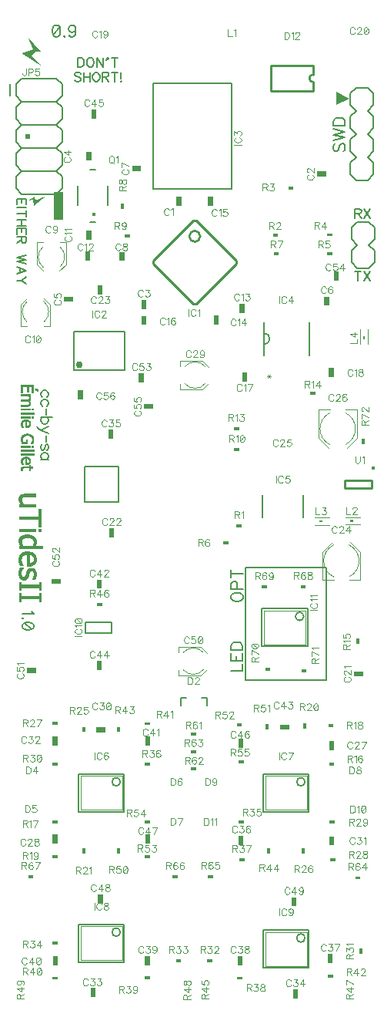
<source format=gto>
G04 DipTrace 3.3.0.0*
G04 uTidesII.GTO*
%MOIN*%
G04 #@! TF.FileFunction,Legend,Top*
G04 #@! TF.Part,Single*
%ADD10C,0.009843*%
%ADD12C,0.001*%
%ADD16C,0.01*%
%ADD21C,0.006*%
%ADD24C,0.004*%
%ADD34C,0.008*%
%ADD35C,0.029508*%
%ADD37C,0.005*%
%ADD44C,0.002*%
%ADD54C,0.002756*%
%ADD59C,0.014332*%
%ADD66C,0.015401*%
%ADD146C,0.004632*%
%ADD147C,0.00772*%
%ADD148C,0.006176*%
%FSLAX26Y26*%
G04*
G70*
G90*
G75*
G01*
G04 TopSilk*
%LPD*%
G36*
X1127926Y3881961D2*
X1106684D1*
Y3921186D1*
X1127926D1*
Y3881961D1*
G37*
G36*
X1715404Y4009711D2*
X1754628D1*
Y4030953D1*
X1715404D1*
Y4009711D1*
G37*
G36*
X976542Y3435929D2*
X955299D1*
Y3475153D1*
X976542D1*
Y3435929D1*
G37*
G36*
X738171Y4077225D2*
X716929D1*
Y4116450D1*
X738171D1*
Y4077225D1*
G37*
G36*
X620496Y3468270D2*
X659720D1*
Y3489512D1*
X620496D1*
Y3468270D1*
G37*
G36*
X1747099Y3489888D2*
X1768342D1*
Y3450664D1*
X1747099D1*
Y3489888D1*
G37*
G36*
X953837Y4054084D2*
X914612D1*
Y4032841D1*
X953837D1*
Y4054084D1*
G37*
G36*
X881942Y3644225D2*
X860699D1*
Y3683450D1*
X881942D1*
Y3644225D1*
G37*
X602777Y3704703D2*
D24*
G02X602777Y3618100I-37399J-43302D01*
G01*
X527967Y3704703D2*
G03X529945Y3616126I37411J-43475D01*
G01*
X602777Y3724388D2*
X628364D1*
Y3629907D1*
X600799Y3602344D1*
X529945D2*
X502380Y3629907D1*
Y3724388D1*
X527967D1*
X458764Y3380876D2*
G02X458764Y3467480I37399J43302D01*
G01*
X533574Y3380876D2*
G03X531596Y3469454I-37411J43475D01*
G01*
X458764Y3361191D2*
X433177D1*
Y3455672D1*
X460742Y3483235D1*
X531596D2*
X559161Y3455672D1*
Y3361191D1*
X533574D1*
G36*
X717223Y3774891D2*
X738465D1*
Y3735666D1*
X717223D1*
Y3774891D1*
G37*
G36*
X712720Y3684658D2*
X733963D1*
Y3645434D1*
X712720D1*
Y3684658D1*
G37*
G36*
X1380128Y3459208D2*
X1401371D1*
Y3419984D1*
X1380128D1*
Y3459208D1*
G37*
G36*
X1268078Y3407969D2*
X1289321D1*
Y3368745D1*
X1268078D1*
Y3407969D1*
G37*
G36*
X1243749Y3920522D2*
X1264991D1*
Y3881297D1*
X1243749D1*
Y3920522D1*
G37*
G36*
X955241Y3406518D2*
X976484D1*
Y3367293D1*
X955241D1*
Y3406518D1*
G37*
G36*
X1413191Y3123186D2*
X1391949D1*
Y3162410D1*
X1413191D1*
Y3123186D1*
G37*
G36*
X1766686Y3182389D2*
X1787928D1*
Y3143165D1*
X1766686D1*
Y3182389D1*
G37*
G36*
X1914164Y1868317D2*
X1874939D1*
Y1847075D1*
X1914164D1*
Y1868317D1*
G37*
G36*
X814916Y2487977D2*
X836158D1*
Y2448753D1*
X814916D1*
Y2487977D1*
G37*
G36*
X765374Y3537254D2*
X786616D1*
Y3498030D1*
X765374D1*
Y3537254D1*
G37*
X1787622Y2278262D2*
D24*
G02X1787622Y2416068I33484J68903D01*
G01*
X1854558Y2278262D2*
G03X1854558Y2416068I-33484J68903D01*
G01*
X1787622Y2264485D2*
X1738413D1*
Y2386538D1*
X1781719Y2429844D1*
X1860461D2*
X1903767Y2386538D1*
Y2264485D1*
X1854558D1*
X1838679Y2987428D2*
G02X1838679Y2849621I-33484J-68903D01*
G01*
X1771743Y2987428D2*
G03X1771743Y2849621I33484J-68903D01*
G01*
X1838679Y3001204D2*
X1887888D1*
Y2879151D1*
X1844582Y2835845D1*
X1765840D2*
X1722534Y2879151D1*
Y3001204D1*
X1771743D1*
G36*
X1790595Y1529950D2*
X1769353D1*
Y1569174D1*
X1790595D1*
Y1529950D1*
G37*
G36*
X570721Y1163639D2*
X591964D1*
Y1124414D1*
X570721D1*
Y1163639D1*
G37*
X1143748Y3187822D2*
D24*
G02X1230351Y3187822I43302J-37399D01*
G01*
X1143748Y3113012D2*
G03X1232325Y3114990I43475J37411D01*
G01*
X1124062Y3187822D2*
Y3213409D1*
X1218543D1*
X1246107Y3185844D1*
Y3114990D2*
X1218543Y3087425D1*
X1124062D1*
Y3113012D1*
G36*
X759833Y1606641D2*
X799057D1*
Y1627884D1*
X759833D1*
Y1606641D1*
G37*
G36*
X1788972Y1116918D2*
X1767729D1*
Y1156143D1*
X1788972D1*
Y1116918D1*
G37*
G36*
X570721Y1588639D2*
X591964D1*
Y1549414D1*
X570721D1*
Y1588639D1*
G37*
G36*
X734695Y502646D2*
X755938D1*
Y463422D1*
X734695D1*
Y502646D1*
G37*
G36*
X1632918Y454914D2*
X1611676D1*
Y494139D1*
X1632918D1*
Y454914D1*
G37*
G36*
X812257Y2913639D2*
X833499D1*
Y2874414D1*
X812257D1*
Y2913639D1*
G37*
G36*
X1376133Y1158456D2*
X1397376D1*
Y1119232D1*
X1376133D1*
Y1158456D1*
G37*
G36*
X1784003Y607734D2*
X1762761D1*
Y646959D1*
X1784003D1*
Y607734D1*
G37*
G36*
X1392328Y599410D2*
X1371085D1*
Y638635D1*
X1392328D1*
Y599410D1*
G37*
G36*
X970721Y638639D2*
X991964D1*
Y599414D1*
X970721D1*
Y638639D1*
G37*
G36*
X592328Y599410D2*
X571085D1*
Y638635D1*
X592328D1*
Y599410D1*
G37*
G36*
X992328Y1549410D2*
X971085D1*
Y1588635D1*
X992328D1*
Y1549410D1*
G37*
G36*
X761169Y2266087D2*
X782411D1*
Y2226863D1*
X761169D1*
Y2266087D1*
G37*
G36*
X1555870Y1618547D2*
X1595094D1*
Y1639789D1*
X1555870D1*
Y1618547D1*
G37*
G36*
X783863Y1874410D2*
X762621D1*
Y1913635D1*
X783863D1*
Y1874410D1*
G37*
G36*
X759692Y4259678D2*
X738450D1*
Y4298902D1*
X759692D1*
Y4259678D1*
G37*
G36*
X1375778Y1576935D2*
X1397020D1*
Y1537711D1*
X1375778D1*
Y1576935D1*
G37*
G36*
X992328Y1124410D2*
X971085D1*
Y1163635D1*
X992328D1*
Y1124410D1*
G37*
G36*
X788384Y866160D2*
X767142D1*
Y905384D1*
X788384D1*
Y866160D1*
G37*
G36*
X1604459Y892923D2*
X1625701D1*
Y853699D1*
X1604459D1*
Y892923D1*
G37*
X1136250Y1951127D2*
D24*
G02X1222854Y1951127I43302J-37399D01*
G01*
X1136250Y1876318D2*
G03X1224828Y1878296I43475J37411D01*
G01*
X1116565Y1951127D2*
Y1976715D1*
X1211046D1*
X1238609Y1949149D1*
Y1878296D2*
X1211046Y1850730D1*
X1116565D1*
Y1876318D1*
G36*
X498311Y1883641D2*
X459086D1*
Y1862399D1*
X498311D1*
Y1883641D1*
G37*
G36*
X606333Y2268961D2*
X567108D1*
Y2247719D1*
X606333D1*
Y2268961D1*
G37*
G36*
X943926Y3157615D2*
X965169D1*
Y3118391D1*
X943926D1*
Y3157615D1*
G37*
G36*
X1808800Y3558236D2*
X1787558D1*
Y3597460D1*
X1808800D1*
Y3558236D1*
G37*
G36*
X1006458Y3025797D2*
X967233D1*
Y3004555D1*
X1006458D1*
Y3025797D1*
G37*
G36*
X701910Y3044667D2*
X680668D1*
Y3083892D1*
X701910D1*
Y3044667D1*
G37*
X1125522Y1723427D2*
D21*
Y1755416D1*
X1147524D1*
X1237526D2*
Y1723427D1*
X1215525Y1755416D2*
X1237526D1*
X1700368Y4488710D2*
D10*
X1515321D1*
Y4380430D1*
Y4378468D2*
X1700368D1*
Y4417831D1*
Y4488710D2*
Y4449346D1*
G03X1700368Y4417831I-1844J-15758D01*
G01*
X1366360Y3646544D2*
D16*
Y3631256D1*
X1193739Y3458635D1*
X1178452D1*
X1005830Y3631256D1*
Y3646544D1*
X1178452Y3819165D1*
X1193739D1*
X1366360Y3646544D1*
X1162485Y3750265D2*
G02X1162485Y3750265I23611J0D01*
G01*
X882509Y3170601D2*
D34*
X661643D1*
Y3339888D1*
X882509D2*
Y3170601D1*
X661643Y3339888D2*
X882509D1*
D35*
X686446Y3195212D3*
X1007047Y4413423D2*
D37*
Y3956730D1*
Y4413423D2*
X1345629D1*
Y3956730D1*
X1007047D1*
X1682334Y3236545D2*
D21*
Y3378548D1*
X1486325D2*
Y3332053D1*
Y3283071D1*
Y3236545D1*
Y3332053D2*
G02X1486325Y3283071I27J-24491D01*
G01*
X1656158Y2632926D2*
D37*
Y2535913D1*
X1480174D2*
Y2632926D1*
X880524Y1426012D2*
D21*
X682524D1*
Y1262037D2*
Y1426012D1*
Y1262037D2*
X880524D1*
Y1426012D2*
Y1262037D1*
X871515Y1417031D2*
D44*
X691533D1*
Y1271018D2*
Y1417031D1*
Y1271018D2*
X871515D1*
Y1417031D2*
Y1271018D1*
X827520Y1392024D2*
D21*
G02X827520Y1392024I17998J0D01*
G01*
X1680524Y1426012D2*
X1482524D1*
Y1262037D2*
Y1426012D1*
Y1262037D2*
X1680524D1*
Y1426012D2*
Y1262037D1*
X1671515Y1417031D2*
D44*
X1491533D1*
Y1271018D2*
Y1417031D1*
Y1271018D2*
X1671515D1*
Y1417031D2*
Y1271018D1*
X1627520Y1392024D2*
D21*
G02X1627520Y1392024I17998J0D01*
G01*
X880524Y776012D2*
X682524D1*
Y612037D2*
Y776012D1*
Y612037D2*
X880524D1*
Y776012D2*
Y612037D1*
X871515Y767031D2*
D44*
X691533D1*
Y621018D2*
Y767031D1*
Y621018D2*
X871515D1*
Y767031D2*
Y621018D1*
X827520Y742024D2*
D21*
G02X827520Y742024I17998J0D01*
G01*
X1680524Y751012D2*
X1482524D1*
Y587037D2*
Y751012D1*
Y587037D2*
X1680524D1*
Y751012D2*
Y587037D1*
X1671515Y742031D2*
D44*
X1491533D1*
Y596018D2*
Y742031D1*
Y596018D2*
X1671515D1*
Y742031D2*
Y596018D1*
X1627520Y717024D2*
D21*
G02X1627520Y717024I17998J0D01*
G01*
X1675269Y2141187D2*
X1477269D1*
Y1977213D2*
Y2141187D1*
Y1977213D2*
X1675269D1*
Y2141187D2*
Y1977213D1*
X1666260Y2132206D2*
D44*
X1486278D1*
Y1986194D2*
Y2132206D1*
Y1986194D2*
X1666260D1*
Y2132206D2*
Y1986194D1*
X1622264Y2107200D2*
D21*
G02X1622264Y2107200I17998J0D01*
G01*
G36*
X471161Y4192946D2*
X451181D1*
Y4172946D1*
X471161D1*
Y4192946D1*
G37*
X436151Y4432946D2*
D21*
X411153Y4407946D1*
Y4357946D2*
X436151Y4332946D1*
X411153Y4307946D1*
Y4257946D2*
X436151Y4232946D1*
X411153Y4207946D1*
Y4157946D2*
X436151Y4132946D1*
X411153Y4107946D1*
Y4057946D2*
X436151Y4032946D1*
Y4432946D2*
X586158D1*
X611156Y4407946D1*
Y4357946D1*
X586158Y4332946D1*
X611156Y4307946D1*
Y4257946D1*
X586158Y4232946D1*
X611156Y4207946D1*
Y4157946D1*
X586158Y4132946D1*
X611156Y4107946D1*
Y4057946D1*
X586158Y4032946D1*
Y4332946D2*
X436151D1*
X586158Y4232946D2*
X436151D1*
X586158Y4132946D2*
X436151D1*
X586158Y4032946D2*
X436151D1*
X411153Y4107946D2*
Y4057946D1*
Y4207946D2*
Y4157946D1*
Y4307946D2*
Y4257946D1*
Y4407946D2*
Y4357946D1*
X436151Y4032946D2*
X411153Y4007946D1*
Y3957946D2*
X436151Y3932946D1*
X586158Y4032946D2*
X611156Y4007946D1*
Y3957946D1*
X586158Y3932946D1*
X436151D1*
X411153Y4007946D2*
Y3957946D1*
X386156Y4407946D2*
D34*
Y4357946D1*
X1960627Y4067557D2*
Y4017557D1*
X1935627Y3992557D1*
X1885627D2*
X1860627Y4017557D1*
X1935627Y4192557D2*
X1960627Y4167557D1*
Y4117557D1*
X1935627Y4092557D1*
X1885627D2*
X1860627Y4117557D1*
Y4167557D1*
X1885627Y4192557D1*
X1960627Y4067557D2*
X1935627Y4092557D1*
X1885627D2*
X1860627Y4067557D1*
Y4017557D2*
Y4067557D1*
X1960627Y4367557D2*
Y4317557D1*
X1935627Y4292557D1*
X1885627D2*
X1860627Y4317557D1*
X1935627Y4292557D2*
X1960627Y4267557D1*
Y4217557D1*
X1935627Y4192557D1*
X1885627D2*
X1860627Y4217557D1*
Y4267557D1*
X1885627Y4292557D1*
X1935627Y4392557D2*
X1885627D1*
X1960627Y4367557D2*
X1935627Y4392557D1*
X1885627D2*
X1860627Y4367557D1*
Y4317557D2*
Y4367557D1*
X1935627Y3992557D2*
X1885627D1*
X1964419Y3787874D2*
Y3737874D1*
X1939419Y3712874D1*
X1889419D2*
X1864419Y3737874D1*
X1939419Y3712874D2*
X1964419Y3687874D1*
Y3637874D1*
X1939419Y3612874D1*
X1889419D2*
X1864419Y3637874D1*
Y3687874D1*
X1889419Y3712874D1*
X1939419Y3812874D2*
X1889419D1*
X1964419Y3787874D2*
X1939419Y3812874D1*
X1889419D2*
X1864419Y3787874D1*
Y3737874D2*
Y3787874D1*
X1939419Y3612874D2*
X1889419D1*
X1838455Y2535812D2*
D54*
X1901441D1*
Y2504316D2*
X1838455D1*
G36*
X1858142Y2516127D2*
X1873884D1*
Y2524001D1*
X1858142D1*
Y2516127D1*
G37*
X1704700Y2533646D2*
D54*
X1767687D1*
Y2502150D2*
X1704700D1*
G36*
X1724387Y2513961D2*
X1740129D1*
Y2521835D1*
X1724387D1*
Y2513961D1*
G37*
X1902931Y3284685D2*
D54*
Y3347671D1*
X1934427D2*
Y3284685D1*
G36*
X1922616Y3304371D2*
X1914742D1*
Y3320113D1*
X1922616D1*
Y3304371D1*
G37*
X677674Y3884271D2*
D34*
Y3966964D1*
X730829Y4039787D2*
X754437D1*
X807592Y3966964D2*
Y3884271D1*
X754437Y3811449D2*
X730829D1*
D59*
X750503Y3844908D3*
G36*
X1389200Y2491933D2*
X1367031D1*
Y2504850D1*
X1389200D1*
Y2491933D1*
G37*
G36*
X1546795Y3749179D2*
X1524627D1*
Y3762097D1*
X1546795D1*
Y3749179D1*
G37*
G36*
X1590912Y3965410D2*
X1613081D1*
Y3952493D1*
X1590912D1*
Y3965410D1*
G37*
G36*
X1782593Y3750370D2*
X1760425D1*
Y3763287D1*
X1782593D1*
Y3750370D1*
G37*
G36*
X1782598Y3668110D2*
X1760430D1*
Y3681027D1*
X1782598D1*
Y3668110D1*
G37*
G36*
X1309784Y2430568D2*
X1331952D1*
Y2417650D1*
X1309784D1*
Y2430568D1*
G37*
G36*
X1550463Y3669392D2*
X1528295D1*
Y3682309D1*
X1550463D1*
Y3669392D1*
G37*
G36*
X866442Y3868153D2*
X879359D1*
Y3890321D1*
X866442D1*
Y3868153D1*
G37*
G36*
X905957Y3744463D2*
X883788D1*
Y3757380D1*
X905957D1*
Y3744463D1*
G37*
G36*
X1379427Y2821398D2*
X1357258D1*
Y2834316D1*
X1379427D1*
Y2821398D1*
G37*
G36*
X1377625Y2912232D2*
X1355456D1*
Y2925149D1*
X1377625D1*
Y2912232D1*
G37*
G36*
X1685591Y3077585D2*
X1707759D1*
Y3064667D1*
X1685591D1*
Y3077585D1*
G37*
G36*
X1898152Y2010558D2*
X1885234D1*
Y1988389D1*
X1898152D1*
Y2010558D1*
G37*
G36*
X1767540Y1475060D2*
X1789708D1*
Y1462143D1*
X1767540D1*
Y1475060D1*
G37*
G36*
X592669Y1212989D2*
X570501D1*
Y1225906D1*
X592669D1*
Y1212989D1*
G37*
G36*
X1764840Y1641679D2*
X1787009D1*
Y1628762D1*
X1764840D1*
Y1641679D1*
G37*
G36*
X592669Y1062989D2*
X570501D1*
Y1075906D1*
X592669D1*
Y1062989D1*
G37*
G36*
X1654921Y1621800D2*
X1667838D1*
Y1643968D1*
X1654921D1*
Y1621800D1*
G37*
G36*
X712560Y1105169D2*
X699643D1*
Y1083001D1*
X712560D1*
Y1105169D1*
G37*
G36*
X700489Y1607880D2*
X713406D1*
Y1630048D1*
X700489D1*
Y1607880D1*
G37*
G36*
X1662560Y1105169D2*
X1649643D1*
Y1083001D1*
X1662560D1*
Y1105169D1*
G37*
G36*
X592669Y1637989D2*
X570501D1*
Y1650906D1*
X592669D1*
Y1637989D1*
G37*
G36*
X1772877Y1062573D2*
X1795045D1*
Y1049656D1*
X1772877D1*
Y1062573D1*
G37*
G36*
X1770380Y1225060D2*
X1792548D1*
Y1212143D1*
X1770380D1*
Y1225060D1*
G37*
G36*
X592669Y1462989D2*
X570501D1*
Y1475906D1*
X592669D1*
Y1462989D1*
G37*
G36*
X1900358Y648748D2*
X1913275D1*
Y670917D1*
X1900358D1*
Y648748D1*
G37*
G36*
X1261723Y612443D2*
X1239555D1*
Y625360D1*
X1261723D1*
Y612443D1*
G37*
G36*
X1104347Y624514D2*
X1126515D1*
Y611597D1*
X1104347D1*
Y624514D1*
G37*
G36*
X592669Y687989D2*
X570501D1*
Y700906D1*
X592669D1*
Y687989D1*
G37*
G36*
X1398906Y1212989D2*
X1376737D1*
Y1225906D1*
X1398906D1*
Y1212989D1*
G37*
G36*
X970380Y1475060D2*
X992548D1*
Y1462143D1*
X970380D1*
Y1475060D1*
G37*
G36*
X1400921Y1048342D2*
X1378753D1*
Y1061259D1*
X1400921D1*
Y1048342D1*
G37*
G36*
X1370380Y550060D2*
X1392548D1*
Y537143D1*
X1370380D1*
Y550060D1*
G37*
G36*
X992669Y537989D2*
X970501D1*
Y550906D1*
X992669D1*
Y537989D1*
G37*
G36*
X570380Y550060D2*
X592548D1*
Y537143D1*
X570380D1*
Y550060D1*
G37*
G36*
X970380Y1650060D2*
X992548D1*
Y1637143D1*
X970380D1*
Y1650060D1*
G37*
G36*
X1762055Y558384D2*
X1784224D1*
Y545467D1*
X1762055D1*
Y558384D1*
G37*
G36*
X850489Y1607880D2*
X863406D1*
Y1630048D1*
X850489D1*
Y1607880D1*
G37*
G36*
X1512560Y1105169D2*
X1499643D1*
Y1083001D1*
X1512560D1*
Y1105169D1*
G37*
G36*
X784257Y2152045D2*
X762089D1*
Y2164963D1*
X784257D1*
Y2152045D1*
G37*
G36*
X862560Y1105169D2*
X849643D1*
Y1083001D1*
X862560D1*
Y1105169D1*
G37*
G36*
X1492733Y1618475D2*
X1505650D1*
Y1640644D1*
X1492733D1*
Y1618475D1*
G37*
G36*
X1390453Y1630717D2*
X1368284D1*
Y1643635D1*
X1390453D1*
Y1630717D1*
G37*
G36*
X970380Y1075060D2*
X992548D1*
Y1062143D1*
X970380D1*
Y1075060D1*
G37*
G36*
Y1225060D2*
X992548D1*
Y1212143D1*
X970380D1*
Y1225060D1*
G37*
G36*
X1398833Y1471853D2*
X1376665D1*
Y1484770D1*
X1398833D1*
Y1471853D1*
G37*
G36*
X1170380Y1603765D2*
X1192548D1*
Y1590847D1*
X1170380D1*
Y1603765D1*
G37*
G36*
Y1453765D2*
X1192548D1*
Y1440847D1*
X1170380D1*
Y1453765D1*
G37*
G36*
Y1528765D2*
X1192548D1*
Y1515847D1*
X1170380D1*
Y1528765D1*
G37*
G36*
X1881096Y983514D2*
X1903265D1*
Y970597D1*
X1881096D1*
Y983514D1*
G37*
G36*
X1266144Y976106D2*
X1243976D1*
Y989023D1*
X1266144D1*
Y976106D1*
G37*
G36*
X1090376Y987217D2*
X1112544D1*
Y974300D1*
X1090376D1*
Y987217D1*
G37*
G36*
X464768Y987200D2*
X486937D1*
Y974283D1*
X464768D1*
Y987200D1*
G37*
G36*
X1644821Y2241097D2*
X1666989D1*
Y2228179D1*
X1644821D1*
Y2241097D1*
G37*
G36*
X1498436Y2227385D2*
X1476267D1*
Y2240303D1*
X1498436D1*
Y2227385D1*
G37*
G36*
X1513592Y1870614D2*
X1491423D1*
Y1883531D1*
X1513592D1*
Y1870614D1*
G37*
G36*
X1647894Y1877749D2*
X1670063D1*
Y1864832D1*
X1647894D1*
Y1877749D1*
G37*
G36*
X1909577Y2851790D2*
X1922494D1*
Y2873959D1*
X1909577D1*
Y2851790D1*
G37*
D66*
X1957659Y2747820D3*
X1952396Y2693757D2*
D10*
X1834288D1*
X1952396Y2662279D2*
X1834288D1*
Y2693757D2*
Y2662279D1*
X1952396Y2693757D2*
Y2662279D1*
G36*
X575683Y3940241D2*
X615053D1*
Y3822131D1*
X575683D1*
Y3940241D1*
G37*
G36*
X530192Y4481320D2*
X480192Y4531320D1*
X494971Y4547354D1*
X518280Y4549353D1*
X462338Y4613286D1*
X485648Y4558675D1*
X437031Y4542692D1*
X530192Y4481320D1*
G37*
X1406524Y2319024D2*
D21*
X1756524D1*
Y1831524D1*
X1406524D1*
Y2319024D1*
G36*
X1800274Y4375275D2*
Y4319024D1*
X1856524Y4344024D1*
D1*
X1800274Y4375275D1*
G37*
X712818Y2082952D2*
D21*
X824826D1*
Y2035409D1*
X712818D1*
Y2082952D1*
X708089Y2756770D2*
X855042D1*
Y2601011D1*
X708089D1*
Y2756770D1*
G36*
X541156Y3924637D2*
X497322Y3904788D1*
X493601Y3922569D1*
X467136Y3904788D1*
X486570Y3907683D1*
X488639Y3880391D1*
X541156Y3924637D1*
G37*
X444889Y2637560D2*
D12*
X495889D1*
X441046Y2636560D2*
X495889D1*
X437771Y2635560D2*
X495889D1*
X435165Y2634560D2*
X495889D1*
X433122Y2633560D2*
X495889D1*
X431487Y2632560D2*
X495889D1*
X430156Y2631560D2*
X495889D1*
X429035Y2630560D2*
X495889D1*
X428096Y2629560D2*
X495889D1*
X427314Y2628560D2*
X495889D1*
X426600Y2627560D2*
X495889D1*
X425933Y2626560D2*
X495889D1*
X425396Y2625560D2*
X450721D1*
X424973Y2624560D2*
X445588D1*
X424588Y2623560D2*
X441825D1*
X424263Y2622560D2*
X439279D1*
X424028Y2621560D2*
X437629D1*
X423798Y2620560D2*
X436562D1*
X423513Y2619560D2*
X435844D1*
X423238Y2618560D2*
X435371D1*
X423056Y2617560D2*
X435103D1*
X422961Y2616560D2*
X434940D1*
X422918Y2615560D2*
X434758D1*
X422904Y2614560D2*
X434496D1*
X422932Y2613560D2*
X434235D1*
X423057Y2612560D2*
X434093D1*
X423296Y2611560D2*
X434127D1*
X423556Y2610560D2*
X434323D1*
X423765Y2609560D2*
X434566D1*
X423985Y2608560D2*
X434769D1*
X424271Y2607560D2*
X434987D1*
X424584Y2606560D2*
X435272D1*
X424928Y2605560D2*
X435580D1*
X425394Y2604560D2*
X435893D1*
X425968Y2603560D2*
X436263D1*
X426548Y2602560D2*
X436694D1*
X427101Y2601560D2*
X437164D1*
X427661Y2600560D2*
X437683D1*
X428299Y2599560D2*
X438273D1*
X429043Y2598560D2*
X438919D1*
X429804Y2597560D2*
X439562D1*
X430515Y2596560D2*
X440216D1*
X431236Y2595560D2*
X440855D1*
X432039Y2594560D2*
X441352D1*
X432889Y2593560D2*
X441666D1*
X424889Y2592560D2*
X495889D1*
X424889Y2591560D2*
X495889D1*
X424889Y2590560D2*
X495889D1*
X424889Y2589560D2*
X495889D1*
X424889Y2588560D2*
X495889D1*
X424889Y2587560D2*
X495889D1*
X424889Y2586560D2*
X495889D1*
X424889Y2585560D2*
X495889D1*
X424889Y2584560D2*
X495889D1*
X424889Y2583560D2*
X495889D1*
X424889Y2582560D2*
X495889D1*
X424889Y2581560D2*
X495889D1*
X509889Y2571560D2*
X519889D1*
X509889Y2570560D2*
X519889D1*
X509889Y2569560D2*
X519889D1*
X509889Y2568560D2*
X519889D1*
X509889Y2567560D2*
X519889D1*
X509889Y2566560D2*
X519889D1*
X509889Y2565560D2*
X519889D1*
X509889Y2564560D2*
X519889D1*
X509889Y2563560D2*
X519889D1*
X509889Y2562560D2*
X519889D1*
X509889Y2561560D2*
X519889D1*
X509889Y2560560D2*
X519889D1*
X509889Y2559560D2*
X519889D1*
X509889Y2558560D2*
X519889D1*
X509889Y2557560D2*
X519889D1*
X509889Y2556560D2*
X519889D1*
X509889Y2555560D2*
X519889D1*
X509889Y2554560D2*
X519889D1*
X509889Y2553560D2*
X519889D1*
X509889Y2552560D2*
X519889D1*
X509889Y2551560D2*
X519889D1*
X509889Y2550560D2*
X519889D1*
X509889Y2549560D2*
X519889D1*
X509889Y2548560D2*
X519889D1*
X509889Y2547560D2*
X519889D1*
X509889Y2546560D2*
X519889D1*
X509889Y2545560D2*
X519889D1*
X509889Y2544560D2*
X519889D1*
X509889Y2543560D2*
X519889D1*
X509889Y2542560D2*
X519889D1*
X509889Y2541560D2*
X519889D1*
X509889Y2540560D2*
X519889D1*
X424889Y2539560D2*
X519889D1*
X424889Y2538560D2*
X519889D1*
X424889Y2537560D2*
X519889D1*
X424889Y2536560D2*
X519889D1*
X424889Y2535560D2*
X519889D1*
X424889Y2534560D2*
X519889D1*
X424889Y2533560D2*
X519889D1*
X424889Y2532560D2*
X519889D1*
X424889Y2531560D2*
X519889D1*
X424889Y2530560D2*
X519889D1*
X424889Y2529560D2*
X519889D1*
X424889Y2528560D2*
X519889D1*
X424889Y2527560D2*
X519889D1*
X509889Y2526560D2*
X519889D1*
X509889Y2525560D2*
X519889D1*
X509889Y2524560D2*
X519889D1*
X509889Y2523560D2*
X519889D1*
X509889Y2522560D2*
X519889D1*
X509889Y2521560D2*
X519889D1*
X509889Y2520560D2*
X519889D1*
X509889Y2519560D2*
X519889D1*
X509889Y2518560D2*
X519889D1*
X509889Y2517560D2*
X519889D1*
X509889Y2516560D2*
X519889D1*
X509889Y2515560D2*
X519889D1*
X509889Y2514560D2*
X519889D1*
X509889Y2513560D2*
X519889D1*
X509889Y2512560D2*
X519889D1*
X509889Y2511560D2*
X519889D1*
X509889Y2510560D2*
X519889D1*
X509889Y2509560D2*
X519889D1*
X509889Y2508560D2*
X519889D1*
X509889Y2507560D2*
X519889D1*
X509889Y2506560D2*
X519889D1*
X509889Y2505560D2*
X519889D1*
X509889Y2504560D2*
X519889D1*
X509889Y2503560D2*
X519889D1*
X509889Y2502560D2*
X519889D1*
X509889Y2501560D2*
X519889D1*
X509889Y2500560D2*
X519889D1*
X509889Y2499560D2*
X519889D1*
X509889Y2498560D2*
X519889D1*
X509889Y2497560D2*
X519889D1*
X509889Y2496560D2*
X519889D1*
X509889Y2495560D2*
X519889D1*
X507889Y2486560D2*
X519889D1*
X424889Y2485560D2*
X495889D1*
X507889D2*
X519889D1*
X424889Y2484560D2*
X495889D1*
X507889D2*
X519889D1*
X424889Y2483560D2*
X495889D1*
X507889D2*
X519889D1*
X424889Y2482560D2*
X495889D1*
X507889D2*
X519889D1*
X424889Y2481560D2*
X495889D1*
X507889D2*
X519889D1*
X424889Y2480560D2*
X495889D1*
X507889D2*
X519889D1*
X424889Y2479560D2*
X495889D1*
X507889D2*
X519889D1*
X424889Y2478560D2*
X495889D1*
X507889D2*
X519889D1*
X424889Y2477560D2*
X495889D1*
X507889D2*
X519889D1*
X424889Y2476560D2*
X495889D1*
X507889D2*
X519889D1*
X424889Y2475560D2*
X495889D1*
X507889D2*
X519889D1*
X424889Y2474560D2*
X495889D1*
X507889D2*
X519889D1*
X507889Y2473560D2*
X519889D1*
X449889Y2460560D2*
X469889D1*
X446008Y2459560D2*
X473305D1*
X442605Y2458560D2*
X476390D1*
X439755Y2457560D2*
X479002D1*
X437420Y2456560D2*
X481160D1*
X435484Y2455560D2*
X483054D1*
X433816Y2454560D2*
X484793D1*
X432361Y2453560D2*
X486326D1*
X431108Y2452560D2*
X487633D1*
X430017Y2451560D2*
X488783D1*
X429090Y2450560D2*
X489844D1*
X428312Y2449560D2*
X490835D1*
X427595Y2448560D2*
X454521D1*
X466258D2*
X491717D1*
X426898Y2447560D2*
X449934D1*
X470841D2*
X492478D1*
X426268Y2446560D2*
X446339D1*
X474404D2*
X493187D1*
X425729Y2445560D2*
X443553D1*
X477098D2*
X493882D1*
X425292Y2444560D2*
X441350D1*
X479189D2*
X494515D1*
X424926Y2443560D2*
X439637D1*
X480886D2*
X495084D1*
X424569Y2442560D2*
X438371D1*
X482237D2*
X495614D1*
X424256Y2441560D2*
X437460D1*
X483260D2*
X496096D1*
X424026Y2440560D2*
X436770D1*
X484097D2*
X496505D1*
X423798Y2439560D2*
X436192D1*
X484847D2*
X496859D1*
X423513Y2438560D2*
X435697D1*
X485502D2*
X497213D1*
X423238Y2437560D2*
X435312D1*
X486080D2*
X497519D1*
X423056Y2436560D2*
X435048D1*
X486612D2*
X497714D1*
X422961Y2435560D2*
X434806D1*
X487091D2*
X497815D1*
X422918Y2434560D2*
X434516D1*
X487466D2*
X497860D1*
X422904Y2433560D2*
X434243D1*
X487693D2*
X497878D1*
X422932Y2432560D2*
X434096D1*
X487807D2*
X497885D1*
X423057Y2431560D2*
X434128D1*
X487857D2*
X497888D1*
X423296Y2430560D2*
X434324D1*
X487877D2*
X497889D1*
X423556Y2429560D2*
X434562D1*
X487885D2*
X497889D1*
X423765Y2428560D2*
X434734D1*
X487888D2*
X497889D1*
X423985Y2427560D2*
X434859D1*
X487889D2*
X497889D1*
X424271Y2426560D2*
X435028D1*
X487889D2*
X497889D1*
X424580Y2425560D2*
X435289D1*
X487889D2*
X497885D1*
X424893Y2424560D2*
X435587D1*
X487885D2*
X497850D1*
X425263Y2423560D2*
X435895D1*
X487850D2*
X497723D1*
X425694Y2422560D2*
X436263D1*
X487723D2*
X497479D1*
X426164Y2421560D2*
X436694D1*
X487479D2*
X497188D1*
X426687Y2420560D2*
X437161D1*
X487188D2*
X496882D1*
X427308Y2419560D2*
X437648D1*
X486886D2*
X496515D1*
X428047Y2418560D2*
X438146D1*
X486550D2*
X496085D1*
X428806Y2417560D2*
X438676D1*
X486216D2*
X495618D1*
X429515Y2416560D2*
X439267D1*
X485896D2*
X495135D1*
X430236Y2415560D2*
X439876D1*
X485557D2*
X494676D1*
X431039Y2414560D2*
X440360D1*
X485253D2*
X494305D1*
X431889Y2413560D2*
X440668D1*
X485045D2*
X494064D1*
X424889Y2412560D2*
X524889D1*
X424889Y2411560D2*
X524889D1*
X424889Y2410560D2*
X524889D1*
X424889Y2409560D2*
X524889D1*
X424889Y2408560D2*
X524889D1*
X424889Y2407560D2*
X524889D1*
X424889Y2406560D2*
X524889D1*
X424889Y2405560D2*
X524889D1*
X424889Y2404560D2*
X524889D1*
X424889Y2403560D2*
X524889D1*
X424889Y2402560D2*
X524889D1*
X424889Y2401560D2*
X524889D1*
X450889Y2387560D2*
X469889D1*
X447354Y2386560D2*
X473305D1*
X444279Y2385560D2*
X476390D1*
X441716Y2384560D2*
X478998D1*
X439626Y2383560D2*
X481121D1*
X437878Y2382560D2*
X482891D1*
X436386Y2381560D2*
X484426D1*
X435113Y2380560D2*
X485830D1*
X433982Y2379560D2*
X487198D1*
X432925Y2378560D2*
X488477D1*
X431906Y2377560D2*
X489546D1*
X430933Y2376560D2*
X490408D1*
X430061Y2375560D2*
X453128D1*
X459889D2*
X467889D1*
X472809D2*
X491193D1*
X429335Y2374560D2*
X449714D1*
X459889D2*
X467889D1*
X475510D2*
X492002D1*
X428722Y2373560D2*
X446824D1*
X459889D2*
X467889D1*
X477825D2*
X492785D1*
X428171Y2372560D2*
X444491D1*
X459889D2*
X467889D1*
X479740D2*
X493471D1*
X427652Y2371560D2*
X442664D1*
X459889D2*
X467889D1*
X481322D2*
X494067D1*
X427143Y2370560D2*
X441228D1*
X459889D2*
X467889D1*
X482634D2*
X494611D1*
X426641Y2369560D2*
X440030D1*
X459889D2*
X467889D1*
X483747D2*
X495128D1*
X426143Y2368560D2*
X438980D1*
X459889D2*
X467889D1*
X484683D2*
X495632D1*
X425679Y2367560D2*
X438078D1*
X459889D2*
X467889D1*
X485465D2*
X496099D1*
X425305Y2366560D2*
X437341D1*
X459889D2*
X467889D1*
X486179D2*
X496473D1*
X425046Y2365560D2*
X436724D1*
X459889D2*
X467889D1*
X486845D2*
X496733D1*
X424805Y2364560D2*
X436176D1*
X459889D2*
X467889D1*
X487383D2*
X496973D1*
X424516Y2363560D2*
X435687D1*
X459889D2*
X467889D1*
X487806D2*
X497263D1*
X424239Y2362560D2*
X435275D1*
X459889D2*
X467889D1*
X488191D2*
X497540D1*
X424057Y2361560D2*
X434920D1*
X459889D2*
X467889D1*
X488511D2*
X497722D1*
X423957Y2360560D2*
X434566D1*
X459889D2*
X467889D1*
X488711D2*
X497817D1*
X423879Y2359560D2*
X434259D1*
X459889D2*
X467889D1*
X488814D2*
X497861D1*
X423733Y2358560D2*
X434061D1*
X459889D2*
X467889D1*
X488859D2*
X497879D1*
X423487Y2357560D2*
X433925D1*
X459889D2*
X467889D1*
X488878D2*
X497885D1*
X423228Y2356560D2*
X433752D1*
X459889D2*
X467889D1*
X488885D2*
X497888D1*
X423053Y2355560D2*
X433494D1*
X459889D2*
X467889D1*
X488888D2*
X497889D1*
X422960Y2354560D2*
X433231D1*
X459889D2*
X467889D1*
X488889D2*
X497889D1*
X422917Y2353560D2*
X433058D1*
X459889D2*
X467889D1*
X488889D2*
X497889D1*
X422900Y2352560D2*
X432999D1*
X459889D2*
X467889D1*
X488885D2*
X497889D1*
X422893Y2351560D2*
X433084D1*
X459889D2*
X467889D1*
X488850D2*
X497889D1*
X422894Y2350560D2*
X433306D1*
X459889D2*
X467889D1*
X488719D2*
X497889D1*
X422929Y2349560D2*
X433555D1*
X459889D2*
X467889D1*
X488444D2*
X497885D1*
X423056Y2348560D2*
X433727D1*
X459889D2*
X467889D1*
X488056D2*
X497850D1*
X423295Y2347560D2*
X433819D1*
X459889D2*
X467889D1*
X487604D2*
X497723D1*
X423552Y2346560D2*
X433865D1*
X459889D2*
X467889D1*
X487088D2*
X497479D1*
X423726Y2345560D2*
X433918D1*
X459889D2*
X467889D1*
X486465D2*
X497188D1*
X423823Y2344560D2*
X434052D1*
X459889D2*
X467889D1*
X485688D2*
X496882D1*
X423900Y2343560D2*
X434298D1*
X459889D2*
X467889D1*
X484763D2*
X496515D1*
X424045Y2342560D2*
X434590D1*
X459889D2*
X467889D1*
X483643D2*
X496085D1*
X424292Y2341560D2*
X434892D1*
X459889D2*
X467889D1*
X482191D2*
X495618D1*
X424554Y2340560D2*
X435229D1*
X459889D2*
X467889D1*
X480104D2*
X495131D1*
X424765Y2339560D2*
X435563D1*
X459889D2*
X467889D1*
X476786D2*
X494633D1*
X424989Y2338560D2*
X435886D1*
X459889D2*
X467889D1*
X471827D2*
X494099D1*
X425306Y2337560D2*
X436260D1*
X459889D2*
X493469D1*
X425708Y2336560D2*
X436693D1*
X459889D2*
X492694D1*
X426132Y2335560D2*
X437160D1*
X459889D2*
X491803D1*
X426519Y2334560D2*
X437648D1*
X459889D2*
X490818D1*
X426864Y2333560D2*
X438142D1*
X459889D2*
X489707D1*
X427218Y2332560D2*
X438641D1*
X459889D2*
X488436D1*
X427559Y2331560D2*
X439139D1*
X459889D2*
X487012D1*
X427882Y2330560D2*
X439637D1*
X459889D2*
X485386D1*
X428230Y2329560D2*
X440110D1*
X459889D2*
X483389D1*
X428575Y2328560D2*
X440526D1*
X459889D2*
X480798D1*
X428889Y2327560D2*
X440889D1*
X459889D2*
X477530D1*
X459889Y2326560D2*
X473889D1*
X428889Y2317560D2*
X441889D1*
X428509Y2316560D2*
X441389D1*
X470889D2*
X482889D1*
X428084Y2315560D2*
X440804D1*
X468624D2*
X484847D1*
X427650Y2314560D2*
X440193D1*
X466752D2*
X486680D1*
X427261Y2313560D2*
X439549D1*
X465272D2*
X488274D1*
X426915Y2312560D2*
X438881D1*
X464049D2*
X489608D1*
X426561Y2311560D2*
X438258D1*
X462988D2*
X490736D1*
X426220Y2310560D2*
X437692D1*
X462077D2*
X491679D1*
X425898Y2309560D2*
X437160D1*
X461307D2*
X492463D1*
X425554Y2308560D2*
X436648D1*
X460597D2*
X493182D1*
X425217Y2307560D2*
X436142D1*
X459932D2*
X493880D1*
X424897Y2306560D2*
X435641D1*
X459396D2*
X494514D1*
X424558Y2305560D2*
X435143D1*
X458973D2*
X495084D1*
X424256Y2304560D2*
X434675D1*
X458584D2*
X475286D1*
X481693D2*
X495614D1*
X424063Y2303560D2*
X434270D1*
X458228D2*
X473152D1*
X483274D2*
X496092D1*
X423960Y2302560D2*
X433918D1*
X457901D2*
X471613D1*
X484573D2*
X496470D1*
X423880Y2301560D2*
X433566D1*
X457559D2*
X470563D1*
X485604D2*
X496732D1*
X423734Y2300560D2*
X433259D1*
X457253D2*
X469810D1*
X486400D2*
X496973D1*
X423487Y2299560D2*
X433064D1*
X457025D2*
X469207D1*
X487040D2*
X497263D1*
X423228Y2298560D2*
X432960D1*
X456797D2*
X468698D1*
X487598D2*
X497540D1*
X423053Y2297560D2*
X432880D1*
X456513D2*
X468278D1*
X488086D2*
X497722D1*
X422960Y2296560D2*
X432734D1*
X456234D2*
X467921D1*
X488464D2*
X497817D1*
X422917Y2295560D2*
X432487D1*
X456017D2*
X467567D1*
X488692D2*
X497861D1*
X422900Y2294560D2*
X432232D1*
X455795D2*
X467256D1*
X488806D2*
X497879D1*
X422893Y2293560D2*
X432092D1*
X455512D2*
X467025D1*
X488857D2*
X497885D1*
X422891Y2292560D2*
X432126D1*
X455234D2*
X466797D1*
X488877D2*
X497888D1*
X422894Y2291560D2*
X432323D1*
X455017D2*
X466513D1*
X488885D2*
X497889D1*
X422928Y2290560D2*
X432562D1*
X454795D2*
X466238D1*
X488888D2*
X497889D1*
X423056Y2289560D2*
X432734D1*
X454512D2*
X466052D1*
X488889D2*
X497889D1*
X423295Y2288560D2*
X432859D1*
X454234D2*
X465922D1*
X488889D2*
X497889D1*
X423552Y2287560D2*
X433028D1*
X454017D2*
X465751D1*
X488885D2*
X497889D1*
X423730Y2286560D2*
X433289D1*
X453791D2*
X465494D1*
X488850D2*
X497889D1*
X423858Y2285560D2*
X433587D1*
X453473D2*
X465227D1*
X488723D2*
X497889D1*
X424028Y2284560D2*
X433895D1*
X453067D2*
X465015D1*
X488483D2*
X497885D1*
X424289Y2283560D2*
X434267D1*
X452607D2*
X464794D1*
X488223D2*
X497850D1*
X424587Y2282560D2*
X434741D1*
X452081D2*
X464511D1*
X488013D2*
X497723D1*
X424895Y2281560D2*
X435304D1*
X451356D2*
X464234D1*
X487789D2*
X497483D1*
X425263Y2280560D2*
X436414D1*
X450369D2*
X464017D1*
X487472D2*
X497223D1*
X425694Y2279560D2*
X439290D1*
X447491D2*
X463791D1*
X487071D2*
X497013D1*
X426165Y2278560D2*
X443631D1*
X443148D2*
X463473D1*
X486646D2*
X496793D1*
X426683Y2277560D2*
X463067D1*
X486256D2*
X496511D1*
X427273Y2276560D2*
X462607D1*
X485875D2*
X496233D1*
X427919Y2275560D2*
X462093D1*
X485394D2*
X496017D1*
X428566Y2274560D2*
X461505D1*
X484814D2*
X495791D1*
X429259Y2273560D2*
X460859D1*
X484231D2*
X495473D1*
X430068Y2272560D2*
X460209D1*
X483678D2*
X495067D1*
X431007Y2271560D2*
X459480D1*
X483118D2*
X494608D1*
X432128Y2270560D2*
X458540D1*
X482479D2*
X494099D1*
X433516Y2269560D2*
X457324D1*
X481716D2*
X493523D1*
X435170Y2268560D2*
X455802D1*
X480889D2*
X492889D1*
X436996Y2267560D2*
X453947D1*
X438889Y2266560D2*
X451889D1*
X424889Y2256560D2*
X433889D1*
X510889D2*
X519889D1*
X424889Y2255560D2*
X433889D1*
X510889D2*
X519889D1*
X424889Y2254560D2*
X433889D1*
X510889D2*
X519889D1*
X424889Y2253560D2*
X433889D1*
X510889D2*
X519889D1*
X424889Y2252560D2*
X433889D1*
X510889D2*
X519889D1*
X424889Y2251560D2*
X433889D1*
X510889D2*
X519889D1*
X424889Y2250560D2*
X433889D1*
X510889D2*
X519889D1*
X424889Y2249560D2*
X433889D1*
X510889D2*
X519889D1*
X424889Y2248560D2*
X433889D1*
X510889D2*
X519889D1*
X424889Y2247560D2*
X433889D1*
X510889D2*
X519889D1*
X424889Y2246560D2*
X433889D1*
X510889D2*
X519889D1*
X424889Y2245560D2*
X433889D1*
X510889D2*
X519889D1*
X424889Y2244560D2*
X519889D1*
X424889Y2243560D2*
X519889D1*
X424889Y2242560D2*
X519889D1*
X424889Y2241560D2*
X519889D1*
X424889Y2240560D2*
X519889D1*
X424889Y2239560D2*
X519889D1*
X424889Y2238560D2*
X519889D1*
X424889Y2237560D2*
X519889D1*
X424889Y2236560D2*
X519889D1*
X424889Y2235560D2*
X519889D1*
X424889Y2234560D2*
X519889D1*
X424889Y2233560D2*
X519889D1*
X424889Y2232560D2*
X519889D1*
X424889Y2231560D2*
X433889D1*
X510889D2*
X519889D1*
X424889Y2230560D2*
X433889D1*
X510889D2*
X519889D1*
X424889Y2229560D2*
X433889D1*
X510889D2*
X519889D1*
X424889Y2228560D2*
X433889D1*
X510889D2*
X519889D1*
X424889Y2227560D2*
X433889D1*
X510889D2*
X519889D1*
X424889Y2226560D2*
X433889D1*
X510889D2*
X519889D1*
X424889Y2225560D2*
X433889D1*
X510889D2*
X519889D1*
X424889Y2224560D2*
X433889D1*
X510889D2*
X519889D1*
X424889Y2223560D2*
X433889D1*
X510889D2*
X519889D1*
X424889Y2222560D2*
X433889D1*
X510889D2*
X519889D1*
X424889Y2221560D2*
X433889D1*
X510889D2*
X519889D1*
X424889Y2220560D2*
X433889D1*
X510889D2*
X519889D1*
X424889Y2207560D2*
X433889D1*
X510889D2*
X519889D1*
X424889Y2206560D2*
X433889D1*
X510889D2*
X519889D1*
X424889Y2205560D2*
X433889D1*
X510889D2*
X519889D1*
X424889Y2204560D2*
X433889D1*
X510889D2*
X519889D1*
X424889Y2203560D2*
X433889D1*
X510889D2*
X519889D1*
X424889Y2202560D2*
X433889D1*
X510889D2*
X519889D1*
X424889Y2201560D2*
X433889D1*
X510889D2*
X519889D1*
X424889Y2200560D2*
X433889D1*
X510889D2*
X519889D1*
X424889Y2199560D2*
X433889D1*
X510889D2*
X519889D1*
X424889Y2198560D2*
X433889D1*
X510889D2*
X519889D1*
X424889Y2197560D2*
X433889D1*
X510889D2*
X519889D1*
X424889Y2196560D2*
X433889D1*
X510889D2*
X519889D1*
X424889Y2195560D2*
X519889D1*
X424889Y2194560D2*
X519889D1*
X424889Y2193560D2*
X519889D1*
X424889Y2192560D2*
X519889D1*
X424889Y2191560D2*
X519889D1*
X424889Y2190560D2*
X519889D1*
X424889Y2189560D2*
X519889D1*
X424889Y2188560D2*
X519889D1*
X424889Y2187560D2*
X519889D1*
X424889Y2186560D2*
X519889D1*
X424889Y2185560D2*
X519889D1*
X424889Y2184560D2*
X519889D1*
X424889Y2183560D2*
X519889D1*
X424889Y2182560D2*
X433889D1*
X510889D2*
X519889D1*
X424889Y2181560D2*
X433889D1*
X510889D2*
X519889D1*
X424889Y2180560D2*
X433889D1*
X510889D2*
X519889D1*
X424889Y2179560D2*
X433889D1*
X510889D2*
X519889D1*
X424889Y2178560D2*
X433889D1*
X510889D2*
X519889D1*
X424889Y2177560D2*
X433889D1*
X510889D2*
X519889D1*
X424889Y2176560D2*
X433889D1*
X510889D2*
X519889D1*
X424889Y2175560D2*
X433889D1*
X510889D2*
X519889D1*
X424889Y2174560D2*
X433889D1*
X510889D2*
X519889D1*
X424889Y2173560D2*
X433889D1*
X510889D2*
X519889D1*
X424889Y2172560D2*
X433889D1*
X510889D2*
X519889D1*
X424889Y2171560D2*
X433889D1*
X510889D2*
X519889D1*
X433688Y3108240D2*
X485688D1*
X433688Y3107240D2*
X485688D1*
X433688Y3106240D2*
X485688D1*
X433688Y3105240D2*
X485688D1*
X433688Y3104240D2*
X485688D1*
X433688Y3103240D2*
X485688D1*
X433688Y3102240D2*
X485688D1*
X433688Y3101240D2*
X439885D1*
X459688D2*
X465885D1*
X480688D2*
X485688D1*
X433688Y3100240D2*
X439300D1*
X459688D2*
X465300D1*
X480688D2*
X485688D1*
X433688Y3099240D2*
X438965D1*
X459688D2*
X464965D1*
X480688D2*
X485688D1*
X433688Y3098240D2*
X438803D1*
X459688D2*
X464803D1*
X480688D2*
X485688D1*
X433688Y3097240D2*
X438733D1*
X459688D2*
X464733D1*
X480688D2*
X485688D1*
X433688Y3096240D2*
X438705D1*
X459688D2*
X464705D1*
X480688D2*
X485688D1*
X433688Y3095240D2*
X438694D1*
X459688D2*
X464694D1*
X480688D2*
X485688D1*
X433688Y3094240D2*
X438690D1*
X459688D2*
X464690D1*
X480688D2*
X485688D1*
X433688Y3093240D2*
X438689D1*
X459688D2*
X464689D1*
X480688D2*
X485688D1*
X493688D2*
X495688D1*
X433688Y3092240D2*
X438689D1*
X459688D2*
X464689D1*
X480688D2*
X485688D1*
X493692D2*
X497688D1*
X433688Y3091240D2*
X438689D1*
X459688D2*
X464689D1*
X480688D2*
X485688D1*
X493731D2*
X499681D1*
X433688Y3090240D2*
X438689D1*
X459688D2*
X464689D1*
X480688D2*
X485688D1*
X493902D2*
X501603D1*
X433688Y3089240D2*
X438689D1*
X459688D2*
X464689D1*
X480688D2*
X485688D1*
X494226D2*
X503270D1*
X433688Y3088240D2*
X438688D1*
X459688D2*
X464688D1*
X480688D2*
X485688D1*
X495104D2*
X504646D1*
X433688Y3087240D2*
X438688D1*
X459688D2*
X464688D1*
X480688D2*
X485688D1*
X496206D2*
X505180D1*
X433688Y3086240D2*
X438688D1*
X459688D2*
X464688D1*
X480688D2*
X485688D1*
X497432D2*
X505471D1*
X433688Y3085240D2*
X438688D1*
X459688D2*
X464688D1*
X480688D2*
X485688D1*
X498708D2*
X505603D1*
X433688Y3084240D2*
X438688D1*
X459688D2*
X464688D1*
X480688D2*
X485688D1*
X500030D2*
X505657D1*
X433688Y3083240D2*
X438688D1*
X459688D2*
X464688D1*
X480688D2*
X485688D1*
X501328D2*
X505677D1*
X433688Y3082240D2*
X438688D1*
X459688D2*
X464688D1*
X480688D2*
X485688D1*
X502534D2*
X505685D1*
X433688Y3081240D2*
X438688D1*
X459688D2*
X464688D1*
X480688D2*
X485688D1*
X503688D2*
X505688D1*
X433688Y3080240D2*
X438688D1*
X459688D2*
X464688D1*
X480688D2*
X485688D1*
X433688Y3079240D2*
X438688D1*
X459688D2*
X464688D1*
X480688D2*
X485688D1*
X433688Y3078240D2*
X438688D1*
X459688D2*
X464688D1*
X480688D2*
X485688D1*
X433688Y3077240D2*
X438688D1*
X459688D2*
X464688D1*
X480688D2*
X485688D1*
X433688Y3076240D2*
X438688D1*
X480688D2*
X485688D1*
X433688Y3075240D2*
X438688D1*
X480688D2*
X485688D1*
X433688Y3067240D2*
X472688D1*
X433688Y3066240D2*
X472688D1*
X433688Y3065240D2*
X472688D1*
X433688Y3064240D2*
X472677D1*
X433688Y3063240D2*
X472563D1*
X433688Y3062240D2*
X472290D1*
X433688Y3061240D2*
X471121D1*
X464650Y3060240D2*
X469688D1*
X465522Y3059240D2*
X470530D1*
X466279Y3058240D2*
X471247D1*
X466983Y3057240D2*
X471857D1*
X467642Y3056240D2*
X472403D1*
X468143Y3055240D2*
X472887D1*
X468439Y3054240D2*
X473264D1*
X468584Y3053240D2*
X473492D1*
X468644Y3052240D2*
X473606D1*
X468635Y3051240D2*
X473656D1*
X468509Y3050240D2*
X473676D1*
X468195Y3049240D2*
X473680D1*
X467727Y3048240D2*
X473648D1*
X466657Y3047240D2*
X473518D1*
X465258Y3046240D2*
X473239D1*
X433688Y3045240D2*
X472817D1*
X433688Y3044240D2*
X472232D1*
X433688Y3043240D2*
X471446D1*
X433688Y3042240D2*
X470482D1*
X433688Y3041240D2*
X469501D1*
X433688Y3040240D2*
X468652D1*
X433688Y3039240D2*
X468324D1*
X463688Y3038240D2*
X469014D1*
X464685Y3037240D2*
X469829D1*
X465649Y3036240D2*
X470708D1*
X466518Y3035240D2*
X471540D1*
X467240Y3034240D2*
X472247D1*
X467817Y3033240D2*
X472819D1*
X468236Y3032240D2*
X473237D1*
X468481Y3031240D2*
X473481D1*
X468602Y3030240D2*
X473602D1*
X468651Y3029240D2*
X473655D1*
X468633Y3028240D2*
X473676D1*
X468471Y3027240D2*
X473684D1*
X468151Y3026240D2*
X473683D1*
X467231Y3025240D2*
X473649D1*
X465970Y3024240D2*
X473518D1*
X464398Y3023240D2*
X473239D1*
X433688Y3022240D2*
X472817D1*
X433688Y3021240D2*
X472232D1*
X433688Y3020240D2*
X471430D1*
X433688Y3019240D2*
X470309D1*
X433688Y3018240D2*
X468650D1*
X433688Y3017240D2*
X466349D1*
X433688Y3016240D2*
X463688D1*
X433688Y3006240D2*
X472688D1*
X479688D2*
X485688D1*
X433688Y3005240D2*
X472688D1*
X479688D2*
X485688D1*
X433688Y3004240D2*
X472688D1*
X479688D2*
X485688D1*
X433688Y3003240D2*
X472688D1*
X479688D2*
X485688D1*
X433688Y3002240D2*
X472688D1*
X479688D2*
X485688D1*
X433688Y3001240D2*
X472688D1*
X479688D2*
X485688D1*
X433688Y3000240D2*
X472688D1*
X479688D2*
X485688D1*
X433688Y2989240D2*
X487688D1*
X433688Y2988240D2*
X487688D1*
X433688Y2987240D2*
X487688D1*
X433688Y2986240D2*
X487688D1*
X433688Y2985240D2*
X487688D1*
X433688Y2984240D2*
X487688D1*
X433688Y2983240D2*
X487688D1*
X433688Y2972240D2*
X472688D1*
X479688D2*
X485688D1*
X433688Y2971240D2*
X472688D1*
X479688D2*
X485688D1*
X433688Y2970240D2*
X472688D1*
X479688D2*
X485688D1*
X433688Y2969240D2*
X472688D1*
X479688D2*
X485688D1*
X433688Y2968240D2*
X472688D1*
X479688D2*
X485688D1*
X433688Y2967240D2*
X472688D1*
X479688D2*
X485688D1*
X433688Y2966240D2*
X472688D1*
X479688D2*
X485688D1*
X447688Y2958240D2*
X458688D1*
X445265Y2957240D2*
X461334D1*
X443114Y2956240D2*
X463631D1*
X441282Y2955240D2*
X465541D1*
X439768Y2954240D2*
X467122D1*
X438566Y2953240D2*
X468433D1*
X437603Y2952240D2*
X469547D1*
X436784Y2951240D2*
X447082D1*
X452688D2*
X456688D1*
X461295D2*
X470479D1*
X436097Y2950240D2*
X444912D1*
X452688D2*
X456688D1*
X463465D2*
X471229D1*
X435506Y2949240D2*
X443246D1*
X452688D2*
X456688D1*
X465131D2*
X471851D1*
X434968Y2948240D2*
X441956D1*
X452688D2*
X456688D1*
X466421D2*
X472401D1*
X434488Y2947240D2*
X440947D1*
X452688D2*
X456688D1*
X467430D2*
X472887D1*
X434108Y2946240D2*
X440170D1*
X452688D2*
X456688D1*
X468207D2*
X473264D1*
X433846Y2945240D2*
X439572D1*
X452688D2*
X456688D1*
X468805D2*
X473492D1*
X433605Y2944240D2*
X439141D1*
X452688D2*
X456688D1*
X469232D2*
X473606D1*
X433315Y2943240D2*
X438858D1*
X452688D2*
X456688D1*
X469480D2*
X473656D1*
X433038Y2942240D2*
X438609D1*
X452688D2*
X456688D1*
X469601D2*
X473676D1*
X432856Y2941240D2*
X438316D1*
X452688D2*
X456688D1*
X469655D2*
X473684D1*
X432760Y2940240D2*
X438042D1*
X452688D2*
X456688D1*
X469672D2*
X473687D1*
X432717Y2939240D2*
X437895D1*
X452688D2*
X456688D1*
X469645D2*
X473688D1*
X432703Y2938240D2*
X437927D1*
X452688D2*
X456688D1*
X469517D2*
X473688D1*
X432731Y2937240D2*
X438123D1*
X452688D2*
X456688D1*
X469239D2*
X473685D1*
X432856Y2936240D2*
X438365D1*
X452688D2*
X456688D1*
X468813D2*
X473649D1*
X433095Y2935240D2*
X438568D1*
X452688D2*
X456688D1*
X468189D2*
X473518D1*
X433355Y2934240D2*
X438786D1*
X452688D2*
X456704D1*
X467213D2*
X473240D1*
X433564Y2933240D2*
X439071D1*
X452688D2*
X456751D1*
X465609D2*
X472817D1*
X433785Y2932240D2*
X439384D1*
X452688D2*
X457220D1*
X462980D2*
X472236D1*
X434070Y2931240D2*
X439727D1*
X452688D2*
X458778D1*
X459166D2*
X471481D1*
X434379Y2930240D2*
X440193D1*
X452688D2*
X470598D1*
X434692Y2929240D2*
X440767D1*
X452688D2*
X469612D1*
X435065Y2928240D2*
X441344D1*
X452688D2*
X468467D1*
X435522Y2927240D2*
X441867D1*
X452688D2*
X467072D1*
X436072Y2926240D2*
X442309D1*
X452688D2*
X465436D1*
X436688Y2925240D2*
X442688D1*
X452688D2*
X463688D1*
X456688Y2897240D2*
X462688D1*
X452500Y2896240D2*
X466993D1*
X449058Y2895240D2*
X470556D1*
X446326Y2894240D2*
X473307D1*
X444137Y2893240D2*
X475415D1*
X442394Y2892240D2*
X477076D1*
X440999Y2891240D2*
X478421D1*
X439818Y2890240D2*
X479580D1*
X438776Y2889240D2*
X453120D1*
X467488D2*
X480643D1*
X437876Y2888240D2*
X450082D1*
X470038D2*
X481634D1*
X437140Y2887240D2*
X447691D1*
X472241D2*
X482513D1*
X436523Y2886240D2*
X445789D1*
X474121D2*
X483242D1*
X435975Y2885240D2*
X444233D1*
X475733D2*
X483855D1*
X435486Y2884240D2*
X442967D1*
X477054D2*
X484403D1*
X435074Y2883240D2*
X441957D1*
X478065D2*
X484891D1*
X434719Y2882240D2*
X441171D1*
X478895D2*
X485303D1*
X434365Y2881240D2*
X440535D1*
X479612D2*
X485658D1*
X434055Y2880240D2*
X439979D1*
X480170D2*
X486012D1*
X433825Y2879240D2*
X439492D1*
X480601D2*
X486318D1*
X433597Y2878240D2*
X439109D1*
X480989D2*
X486513D1*
X433312Y2877240D2*
X438847D1*
X481310D2*
X486614D1*
X433037Y2876240D2*
X438605D1*
X481510D2*
X486659D1*
X432856Y2875240D2*
X438315D1*
X481613D2*
X486678D1*
X432760Y2874240D2*
X438038D1*
X481659D2*
X486685D1*
X432717Y2873240D2*
X437860D1*
X454688D2*
X459688D1*
X481677D2*
X486687D1*
X432699Y2872240D2*
X437799D1*
X454688D2*
X459688D1*
X481685D2*
X486688D1*
X432696Y2871240D2*
X437884D1*
X454688D2*
X459688D1*
X481687D2*
X486688D1*
X432729Y2870240D2*
X438105D1*
X454688D2*
X459688D1*
X481684D2*
X486688D1*
X432855Y2869240D2*
X438355D1*
X454688D2*
X459688D1*
X481649D2*
X486688D1*
X433095Y2868240D2*
X438527D1*
X454688D2*
X459688D1*
X481522D2*
X486688D1*
X433355Y2867240D2*
X438622D1*
X454688D2*
X459688D1*
X481279D2*
X486685D1*
X433564Y2866240D2*
X438700D1*
X454688D2*
X459688D1*
X480987D2*
X486649D1*
X433785Y2865240D2*
X438845D1*
X454688D2*
X459688D1*
X480681D2*
X486522D1*
X434066Y2864240D2*
X439091D1*
X454688D2*
X459688D1*
X480314D2*
X486279D1*
X434344Y2863240D2*
X439352D1*
X454688D2*
X459688D1*
X479884D2*
X485987D1*
X434561Y2862240D2*
X439543D1*
X454688D2*
X459688D1*
X479417D2*
X485685D1*
X434787Y2861240D2*
X459688D1*
X478930D2*
X485349D1*
X435105Y2860240D2*
X459688D1*
X478432D2*
X485015D1*
X435511Y2859240D2*
X459688D1*
X477898D2*
X484692D1*
X435970Y2858240D2*
X459688D1*
X477268D2*
X484315D1*
X436479Y2857240D2*
X459688D1*
X476494D2*
X483856D1*
X437055Y2856240D2*
X459688D1*
X475613D2*
X483306D1*
X437688Y2855240D2*
X459688D1*
X474688D2*
X482688D1*
X433688Y2845240D2*
X472688D1*
X479688D2*
X485688D1*
X433688Y2844240D2*
X472688D1*
X479688D2*
X485688D1*
X433688Y2843240D2*
X472688D1*
X479688D2*
X485688D1*
X433688Y2842240D2*
X472688D1*
X479688D2*
X485688D1*
X433688Y2841240D2*
X472688D1*
X479688D2*
X485688D1*
X433688Y2840240D2*
X472688D1*
X479688D2*
X485688D1*
X433688Y2839240D2*
X472688D1*
X479688D2*
X485688D1*
X433688Y2828240D2*
X487688D1*
X433688Y2827240D2*
X487688D1*
X433688Y2826240D2*
X487688D1*
X433688Y2825240D2*
X487688D1*
X433688Y2824240D2*
X487688D1*
X433688Y2823240D2*
X487688D1*
X433688Y2822240D2*
X487688D1*
X433688Y2811240D2*
X487688D1*
X433688Y2810240D2*
X487688D1*
X433688Y2809240D2*
X487688D1*
X433688Y2808240D2*
X487688D1*
X433688Y2807240D2*
X487688D1*
X433688Y2806240D2*
X487688D1*
X433688Y2805240D2*
X487688D1*
X447688Y2797240D2*
X458688D1*
X445265Y2796240D2*
X461334D1*
X443114Y2795240D2*
X463631D1*
X441282Y2794240D2*
X465541D1*
X439768Y2793240D2*
X467122D1*
X438566Y2792240D2*
X468433D1*
X437603Y2791240D2*
X469547D1*
X436784Y2790240D2*
X447082D1*
X452688D2*
X456688D1*
X461295D2*
X470479D1*
X436097Y2789240D2*
X444912D1*
X452688D2*
X456688D1*
X463465D2*
X471229D1*
X435506Y2788240D2*
X443246D1*
X452688D2*
X456688D1*
X465131D2*
X471851D1*
X434968Y2787240D2*
X441956D1*
X452688D2*
X456688D1*
X466421D2*
X472401D1*
X434488Y2786240D2*
X440947D1*
X452688D2*
X456688D1*
X467430D2*
X472887D1*
X434108Y2785240D2*
X440170D1*
X452688D2*
X456688D1*
X468207D2*
X473264D1*
X433846Y2784240D2*
X439572D1*
X452688D2*
X456688D1*
X468805D2*
X473492D1*
X433605Y2783240D2*
X439141D1*
X452688D2*
X456688D1*
X469232D2*
X473606D1*
X433315Y2782240D2*
X438858D1*
X452688D2*
X456688D1*
X469480D2*
X473656D1*
X433038Y2781240D2*
X438609D1*
X452688D2*
X456688D1*
X469601D2*
X473676D1*
X432856Y2780240D2*
X438316D1*
X452688D2*
X456688D1*
X469655D2*
X473684D1*
X432760Y2779240D2*
X438042D1*
X452688D2*
X456688D1*
X469672D2*
X473687D1*
X432717Y2778240D2*
X437895D1*
X452688D2*
X456688D1*
X469645D2*
X473688D1*
X432703Y2777240D2*
X437927D1*
X452688D2*
X456688D1*
X469517D2*
X473688D1*
X432731Y2776240D2*
X438123D1*
X452688D2*
X456688D1*
X469239D2*
X473685D1*
X432856Y2775240D2*
X438365D1*
X452688D2*
X456688D1*
X468813D2*
X473649D1*
X433095Y2774240D2*
X438568D1*
X452688D2*
X456688D1*
X468189D2*
X473518D1*
X433355Y2773240D2*
X438786D1*
X452688D2*
X456704D1*
X467213D2*
X473240D1*
X433564Y2772240D2*
X439071D1*
X452688D2*
X456751D1*
X465609D2*
X472817D1*
X433785Y2771240D2*
X439384D1*
X452688D2*
X457220D1*
X462980D2*
X472236D1*
X434070Y2770240D2*
X439727D1*
X452688D2*
X458778D1*
X459166D2*
X471481D1*
X434379Y2769240D2*
X440193D1*
X452688D2*
X470598D1*
X434692Y2768240D2*
X440767D1*
X452688D2*
X469612D1*
X435065Y2767240D2*
X441344D1*
X452688D2*
X468467D1*
X435522Y2766240D2*
X441867D1*
X452688D2*
X467072D1*
X436072Y2765240D2*
X442309D1*
X452688D2*
X465436D1*
X436688Y2764240D2*
X442688D1*
X452688D2*
X463688D1*
X467688Y2760240D2*
X472688D1*
X467688Y2759240D2*
X472688D1*
X467688Y2758240D2*
X472688D1*
X467688Y2757240D2*
X472688D1*
X442688Y2756240D2*
X483688D1*
X439966Y2755240D2*
X483688D1*
X437842Y2754240D2*
X483688D1*
X436347Y2753240D2*
X483688D1*
X435335Y2752240D2*
X483688D1*
X434631Y2751240D2*
X483688D1*
X434129Y2750240D2*
X483688D1*
X433739Y2749240D2*
X441927D1*
X467688D2*
X472688D1*
X433372Y2748240D2*
X440506D1*
X467688D2*
X472688D1*
X433061Y2747240D2*
X439404D1*
X467688D2*
X472688D1*
X432864Y2746240D2*
X438880D1*
X467688D2*
X472688D1*
X432767Y2745240D2*
X438437D1*
X467688D2*
X472688D1*
X432757Y2744240D2*
X438123D1*
X467688D2*
X472688D1*
X432866Y2743240D2*
X437954D1*
X467688D2*
X472688D1*
X433098Y2742240D2*
X438151D1*
X467688D2*
X472688D1*
X433352Y2741240D2*
X438376D1*
X467688D2*
X472688D1*
X433527Y2740240D2*
X438536D1*
X467688D2*
X472688D1*
X433624Y2739240D2*
X438628D1*
X467688D2*
X472688D1*
X433688Y2738240D2*
X438688D1*
X467688D2*
X472688D1*
X444889Y2637560D2*
X441046Y2636560D1*
X437771Y2635560D1*
X435165Y2634560D1*
X433122Y2633560D1*
X431487Y2632560D1*
X430156Y2631560D1*
X429035Y2630560D1*
X428096Y2629560D1*
X427314Y2628560D1*
X426600Y2627560D1*
X425933Y2626560D1*
X425396Y2625560D1*
X424973Y2624560D1*
X424588Y2623560D1*
X424263Y2622560D1*
X424028Y2621560D1*
X423798Y2620560D1*
X423513Y2619560D1*
X423238Y2618560D1*
X423056Y2617560D1*
X422961Y2616560D1*
X422918Y2615560D1*
X422904Y2614560D1*
X422932Y2613560D1*
X423057Y2612560D1*
X423296Y2611560D1*
X423556Y2610560D1*
X423765Y2609560D1*
X423985Y2608560D1*
X424271Y2607560D1*
X424584Y2606560D1*
X424928Y2605560D1*
X425394Y2604560D1*
X425968Y2603560D1*
X426548Y2602560D1*
X427101Y2601560D1*
X427661Y2600560D1*
X428299Y2599560D1*
X429043Y2598560D1*
X429804Y2597560D1*
X430515Y2596560D1*
X431236Y2595560D1*
X432039Y2594560D1*
X432889Y2593560D1*
X424889Y2592560D1*
Y2591560D1*
Y2590560D1*
Y2589560D1*
Y2588560D1*
Y2587560D1*
Y2586560D1*
Y2585560D1*
Y2584560D1*
Y2583560D1*
Y2582560D1*
Y2581560D1*
X495889Y2637560D2*
Y2636560D1*
Y2635560D1*
Y2634560D1*
Y2633560D1*
Y2632560D1*
Y2631560D1*
Y2630560D1*
Y2629560D1*
Y2628560D1*
Y2627560D1*
Y2626560D1*
X456889D2*
X450721Y2625560D1*
X445588Y2624560D1*
X441825Y2623560D1*
X439279Y2622560D1*
X437629Y2621560D1*
X436562Y2620560D1*
X435844Y2619560D1*
X435371Y2618560D1*
X435103Y2617560D1*
X434940Y2616560D1*
X434758Y2615560D1*
X434496Y2614560D1*
X434235Y2613560D1*
X434093Y2612560D1*
X434127Y2611560D1*
X434323Y2610560D1*
X434566Y2609560D1*
X434769Y2608560D1*
X434987Y2607560D1*
X435272Y2606560D1*
X435580Y2605560D1*
X435893Y2604560D1*
X436263Y2603560D1*
X436694Y2602560D1*
X437164Y2601560D1*
X437683Y2600560D1*
X438273Y2599560D1*
X438919Y2598560D1*
X439562Y2597560D1*
X440216Y2596560D1*
X440855Y2595560D1*
X441352Y2594560D1*
X441666Y2593560D1*
X441889Y2592560D1*
X495889D2*
Y2591560D1*
Y2590560D1*
Y2589560D1*
Y2588560D1*
Y2587560D1*
Y2586560D1*
Y2585560D1*
Y2584560D1*
Y2583560D1*
Y2582560D1*
Y2581560D1*
X509889Y2571560D2*
Y2570560D1*
Y2569560D1*
Y2568560D1*
Y2567560D1*
Y2566560D1*
Y2565560D1*
Y2564560D1*
Y2563560D1*
Y2562560D1*
Y2561560D1*
Y2560560D1*
Y2559560D1*
Y2558560D1*
Y2557560D1*
Y2556560D1*
Y2555560D1*
Y2554560D1*
Y2553560D1*
Y2552560D1*
Y2551560D1*
Y2550560D1*
Y2549560D1*
Y2548560D1*
Y2547560D1*
Y2546560D1*
Y2545560D1*
Y2544560D1*
Y2543560D1*
Y2542560D1*
Y2541560D1*
Y2540560D1*
Y2539560D1*
X519889Y2571560D2*
Y2570560D1*
Y2569560D1*
Y2568560D1*
Y2567560D1*
Y2566560D1*
Y2565560D1*
Y2564560D1*
Y2563560D1*
Y2562560D1*
Y2561560D1*
Y2560560D1*
Y2559560D1*
Y2558560D1*
Y2557560D1*
Y2556560D1*
Y2555560D1*
Y2554560D1*
Y2553560D1*
Y2552560D1*
Y2551560D1*
Y2550560D1*
Y2549560D1*
Y2548560D1*
Y2547560D1*
Y2546560D1*
Y2545560D1*
Y2544560D1*
Y2543560D1*
Y2542560D1*
Y2541560D1*
Y2540560D1*
Y2539560D1*
Y2538560D1*
Y2537560D1*
Y2536560D1*
Y2535560D1*
Y2534560D1*
Y2533560D1*
Y2532560D1*
Y2531560D1*
Y2530560D1*
Y2529560D1*
Y2528560D1*
Y2527560D1*
Y2526560D1*
Y2525560D1*
Y2524560D1*
Y2523560D1*
Y2522560D1*
Y2521560D1*
Y2520560D1*
Y2519560D1*
Y2518560D1*
Y2517560D1*
Y2516560D1*
Y2515560D1*
Y2514560D1*
Y2513560D1*
Y2512560D1*
Y2511560D1*
Y2510560D1*
Y2509560D1*
Y2508560D1*
Y2507560D1*
Y2506560D1*
Y2505560D1*
Y2504560D1*
Y2503560D1*
Y2502560D1*
Y2501560D1*
Y2500560D1*
Y2499560D1*
Y2498560D1*
Y2497560D1*
Y2496560D1*
Y2495560D1*
X424889Y2539560D2*
Y2538560D1*
Y2537560D1*
Y2536560D1*
Y2535560D1*
Y2534560D1*
Y2533560D1*
Y2532560D1*
Y2531560D1*
Y2530560D1*
Y2529560D1*
Y2528560D1*
Y2527560D1*
X509889D2*
Y2526560D1*
Y2525560D1*
Y2524560D1*
Y2523560D1*
Y2522560D1*
Y2521560D1*
Y2520560D1*
Y2519560D1*
Y2518560D1*
Y2517560D1*
Y2516560D1*
Y2515560D1*
Y2514560D1*
Y2513560D1*
Y2512560D1*
Y2511560D1*
Y2510560D1*
Y2509560D1*
Y2508560D1*
Y2507560D1*
Y2506560D1*
Y2505560D1*
Y2504560D1*
Y2503560D1*
Y2502560D1*
Y2501560D1*
Y2500560D1*
Y2499560D1*
Y2498560D1*
Y2497560D1*
Y2496560D1*
Y2495560D1*
X507889Y2486560D2*
Y2485560D1*
Y2484560D1*
Y2483560D1*
Y2482560D1*
Y2481560D1*
Y2480560D1*
Y2479560D1*
Y2478560D1*
Y2477560D1*
Y2476560D1*
Y2475560D1*
Y2474560D1*
Y2473560D1*
X519889Y2486560D2*
Y2485560D1*
Y2484560D1*
Y2483560D1*
Y2482560D1*
Y2481560D1*
Y2480560D1*
Y2479560D1*
Y2478560D1*
Y2477560D1*
Y2476560D1*
Y2475560D1*
Y2474560D1*
Y2473560D1*
X424889Y2485560D2*
Y2484560D1*
Y2483560D1*
Y2482560D1*
Y2481560D1*
Y2480560D1*
Y2479560D1*
Y2478560D1*
Y2477560D1*
Y2476560D1*
Y2475560D1*
Y2474560D1*
X495889Y2485560D2*
Y2484560D1*
Y2483560D1*
Y2482560D1*
Y2481560D1*
Y2480560D1*
Y2479560D1*
Y2478560D1*
Y2477560D1*
Y2476560D1*
Y2475560D1*
Y2474560D1*
X449889Y2460560D2*
X446008Y2459560D1*
X442605Y2458560D1*
X439755Y2457560D1*
X437420Y2456560D1*
X435484Y2455560D1*
X433816Y2454560D1*
X432361Y2453560D1*
X431108Y2452560D1*
X430017Y2451560D1*
X429090Y2450560D1*
X428312Y2449560D1*
X427595Y2448560D1*
X426898Y2447560D1*
X426268Y2446560D1*
X425729Y2445560D1*
X425292Y2444560D1*
X424926Y2443560D1*
X424569Y2442560D1*
X424256Y2441560D1*
X424026Y2440560D1*
X423798Y2439560D1*
X423513Y2438560D1*
X423238Y2437560D1*
X423056Y2436560D1*
X422961Y2435560D1*
X422918Y2434560D1*
X422904Y2433560D1*
X422932Y2432560D1*
X423057Y2431560D1*
X423296Y2430560D1*
X423556Y2429560D1*
X423765Y2428560D1*
X423985Y2427560D1*
X424271Y2426560D1*
X424580Y2425560D1*
X424893Y2424560D1*
X425263Y2423560D1*
X425694Y2422560D1*
X426164Y2421560D1*
X426687Y2420560D1*
X427308Y2419560D1*
X428047Y2418560D1*
X428806Y2417560D1*
X429515Y2416560D1*
X430236Y2415560D1*
X431039Y2414560D1*
X431889Y2413560D1*
X424889Y2412560D1*
Y2411560D1*
Y2410560D1*
Y2409560D1*
Y2408560D1*
Y2407560D1*
Y2406560D1*
Y2405560D1*
Y2404560D1*
Y2403560D1*
Y2402560D1*
Y2401560D1*
X469889Y2460560D2*
X473305Y2459560D1*
X476390Y2458560D1*
X479002Y2457560D1*
X481160Y2456560D1*
X483054Y2455560D1*
X484793Y2454560D1*
X486326Y2453560D1*
X487633Y2452560D1*
X488783Y2451560D1*
X489844Y2450560D1*
X490835Y2449560D1*
X491717Y2448560D1*
X492478Y2447560D1*
X493187Y2446560D1*
X493882Y2445560D1*
X494515Y2444560D1*
X495084Y2443560D1*
X495614Y2442560D1*
X496096Y2441560D1*
X496505Y2440560D1*
X496859Y2439560D1*
X497213Y2438560D1*
X497519Y2437560D1*
X497714Y2436560D1*
X497815Y2435560D1*
X497860Y2434560D1*
X497878Y2433560D1*
X497885Y2432560D1*
X497888Y2431560D1*
X497889Y2430560D1*
Y2429560D1*
Y2428560D1*
Y2427560D1*
Y2426560D1*
X497885Y2425560D1*
X497850Y2424560D1*
X497723Y2423560D1*
X497479Y2422560D1*
X497188Y2421560D1*
X496882Y2420560D1*
X496515Y2419560D1*
X496085Y2418560D1*
X495618Y2417560D1*
X495135Y2416560D1*
X494676Y2415560D1*
X494305Y2414560D1*
X494064Y2413560D1*
X493889Y2412560D1*
X459889Y2449560D2*
X454521Y2448560D1*
X449934Y2447560D1*
X446339Y2446560D1*
X443553Y2445560D1*
X441350Y2444560D1*
X439637Y2443560D1*
X438371Y2442560D1*
X437460Y2441560D1*
X436770Y2440560D1*
X436192Y2439560D1*
X435697Y2438560D1*
X435312Y2437560D1*
X435048Y2436560D1*
X434806Y2435560D1*
X434516Y2434560D1*
X434243Y2433560D1*
X434096Y2432560D1*
X434128Y2431560D1*
X434324Y2430560D1*
X434562Y2429560D1*
X434734Y2428560D1*
X434859Y2427560D1*
X435028Y2426560D1*
X435289Y2425560D1*
X435587Y2424560D1*
X435895Y2423560D1*
X436263Y2422560D1*
X436694Y2421560D1*
X437161Y2420560D1*
X437648Y2419560D1*
X438146Y2418560D1*
X438676Y2417560D1*
X439267Y2416560D1*
X439876Y2415560D1*
X440360Y2414560D1*
X440668Y2413560D1*
X440889Y2412560D1*
X460889Y2449560D2*
X466258Y2448560D1*
X470841Y2447560D1*
X474404Y2446560D1*
X477098Y2445560D1*
X479189Y2444560D1*
X480886Y2443560D1*
X482237Y2442560D1*
X483260Y2441560D1*
X484097Y2440560D1*
X484847Y2439560D1*
X485502Y2438560D1*
X486080Y2437560D1*
X486612Y2436560D1*
X487091Y2435560D1*
X487466Y2434560D1*
X487693Y2433560D1*
X487807Y2432560D1*
X487857Y2431560D1*
X487877Y2430560D1*
X487885Y2429560D1*
X487888Y2428560D1*
X487889Y2427560D1*
Y2426560D1*
Y2425560D1*
X487885Y2424560D1*
X487850Y2423560D1*
X487723Y2422560D1*
X487479Y2421560D1*
X487188Y2420560D1*
X486886Y2419560D1*
X486550Y2418560D1*
X486216Y2417560D1*
X485896Y2416560D1*
X485557Y2415560D1*
X485253Y2414560D1*
X485045Y2413560D1*
X484889Y2412560D1*
X524889D2*
Y2411560D1*
Y2410560D1*
Y2409560D1*
Y2408560D1*
Y2407560D1*
Y2406560D1*
Y2405560D1*
Y2404560D1*
Y2403560D1*
Y2402560D1*
Y2401560D1*
X450889Y2387560D2*
X447354Y2386560D1*
X444279Y2385560D1*
X441716Y2384560D1*
X439626Y2383560D1*
X437878Y2382560D1*
X436386Y2381560D1*
X435113Y2380560D1*
X433982Y2379560D1*
X432925Y2378560D1*
X431906Y2377560D1*
X430933Y2376560D1*
X430061Y2375560D1*
X429335Y2374560D1*
X428722Y2373560D1*
X428171Y2372560D1*
X427652Y2371560D1*
X427143Y2370560D1*
X426641Y2369560D1*
X426143Y2368560D1*
X425679Y2367560D1*
X425305Y2366560D1*
X425046Y2365560D1*
X424805Y2364560D1*
X424516Y2363560D1*
X424239Y2362560D1*
X424057Y2361560D1*
X423957Y2360560D1*
X423879Y2359560D1*
X423733Y2358560D1*
X423487Y2357560D1*
X423228Y2356560D1*
X423053Y2355560D1*
X422960Y2354560D1*
X422917Y2353560D1*
X422900Y2352560D1*
X422893Y2351560D1*
X422894Y2350560D1*
X422929Y2349560D1*
X423056Y2348560D1*
X423295Y2347560D1*
X423552Y2346560D1*
X423726Y2345560D1*
X423823Y2344560D1*
X423900Y2343560D1*
X424045Y2342560D1*
X424292Y2341560D1*
X424554Y2340560D1*
X424765Y2339560D1*
X424989Y2338560D1*
X425306Y2337560D1*
X425708Y2336560D1*
X426132Y2335560D1*
X426519Y2334560D1*
X426864Y2333560D1*
X427218Y2332560D1*
X427559Y2331560D1*
X427882Y2330560D1*
X428230Y2329560D1*
X428575Y2328560D1*
X428889Y2327560D1*
X469889Y2387560D2*
X473305Y2386560D1*
X476390Y2385560D1*
X478998Y2384560D1*
X481121Y2383560D1*
X482891Y2382560D1*
X484426Y2381560D1*
X485830Y2380560D1*
X487198Y2379560D1*
X488477Y2378560D1*
X489546Y2377560D1*
X490408Y2376560D1*
X491193Y2375560D1*
X492002Y2374560D1*
X492785Y2373560D1*
X493471Y2372560D1*
X494067Y2371560D1*
X494611Y2370560D1*
X495128Y2369560D1*
X495632Y2368560D1*
X496099Y2367560D1*
X496473Y2366560D1*
X496733Y2365560D1*
X496973Y2364560D1*
X497263Y2363560D1*
X497540Y2362560D1*
X497722Y2361560D1*
X497817Y2360560D1*
X497861Y2359560D1*
X497879Y2358560D1*
X497885Y2357560D1*
X497888Y2356560D1*
X497889Y2355560D1*
Y2354560D1*
Y2353560D1*
Y2352560D1*
Y2351560D1*
Y2350560D1*
X497885Y2349560D1*
X497850Y2348560D1*
X497723Y2347560D1*
X497479Y2346560D1*
X497188Y2345560D1*
X496882Y2344560D1*
X496515Y2343560D1*
X496085Y2342560D1*
X495618Y2341560D1*
X495131Y2340560D1*
X494633Y2339560D1*
X494099Y2338560D1*
X493469Y2337560D1*
X492694Y2336560D1*
X491803Y2335560D1*
X490818Y2334560D1*
X489707Y2333560D1*
X488436Y2332560D1*
X487012Y2331560D1*
X485386Y2330560D1*
X483389Y2329560D1*
X480798Y2328560D1*
X477530Y2327560D1*
X473889Y2326560D1*
X456889Y2376560D2*
X453128Y2375560D1*
X449714Y2374560D1*
X446824Y2373560D1*
X444491Y2372560D1*
X442664Y2371560D1*
X441228Y2370560D1*
X440030Y2369560D1*
X438980Y2368560D1*
X438078Y2367560D1*
X437341Y2366560D1*
X436724Y2365560D1*
X436176Y2364560D1*
X435687Y2363560D1*
X435275Y2362560D1*
X434920Y2361560D1*
X434566Y2360560D1*
X434259Y2359560D1*
X434061Y2358560D1*
X433925Y2357560D1*
X433752Y2356560D1*
X433494Y2355560D1*
X433231Y2354560D1*
X433058Y2353560D1*
X432999Y2352560D1*
X433084Y2351560D1*
X433306Y2350560D1*
X433555Y2349560D1*
X433727Y2348560D1*
X433819Y2347560D1*
X433865Y2346560D1*
X433918Y2345560D1*
X434052Y2344560D1*
X434298Y2343560D1*
X434590Y2342560D1*
X434892Y2341560D1*
X435229Y2340560D1*
X435563Y2339560D1*
X435886Y2338560D1*
X436260Y2337560D1*
X436693Y2336560D1*
X437160Y2335560D1*
X437648Y2334560D1*
X438142Y2333560D1*
X438641Y2332560D1*
X439139Y2331560D1*
X439637Y2330560D1*
X440110Y2329560D1*
X440526Y2328560D1*
X440889Y2327560D1*
X459889Y2376560D2*
Y2375560D1*
Y2374560D1*
Y2373560D1*
Y2372560D1*
Y2371560D1*
Y2370560D1*
Y2369560D1*
Y2368560D1*
Y2367560D1*
Y2366560D1*
Y2365560D1*
Y2364560D1*
Y2363560D1*
Y2362560D1*
Y2361560D1*
Y2360560D1*
Y2359560D1*
Y2358560D1*
Y2357560D1*
Y2356560D1*
Y2355560D1*
Y2354560D1*
Y2353560D1*
Y2352560D1*
Y2351560D1*
Y2350560D1*
Y2349560D1*
Y2348560D1*
Y2347560D1*
Y2346560D1*
Y2345560D1*
Y2344560D1*
Y2343560D1*
Y2342560D1*
Y2341560D1*
Y2340560D1*
Y2339560D1*
Y2338560D1*
Y2337560D1*
Y2336560D1*
Y2335560D1*
Y2334560D1*
Y2333560D1*
Y2332560D1*
Y2331560D1*
Y2330560D1*
Y2329560D1*
Y2328560D1*
Y2327560D1*
Y2326560D1*
X467889Y2376560D2*
Y2375560D1*
Y2374560D1*
Y2373560D1*
Y2372560D1*
Y2371560D1*
Y2370560D1*
Y2369560D1*
Y2368560D1*
Y2367560D1*
Y2366560D1*
Y2365560D1*
Y2364560D1*
Y2363560D1*
Y2362560D1*
Y2361560D1*
Y2360560D1*
Y2359560D1*
Y2358560D1*
Y2357560D1*
Y2356560D1*
Y2355560D1*
Y2354560D1*
Y2353560D1*
Y2352560D1*
Y2351560D1*
Y2350560D1*
Y2349560D1*
Y2348560D1*
Y2347560D1*
Y2346560D1*
Y2345560D1*
Y2344560D1*
Y2343560D1*
Y2342560D1*
Y2341560D1*
Y2340560D1*
Y2339560D1*
Y2338560D1*
X474889Y2337560D1*
X469889Y2376560D2*
X472809Y2375560D1*
X475510Y2374560D1*
X477825Y2373560D1*
X479740Y2372560D1*
X481322Y2371560D1*
X482634Y2370560D1*
X483747Y2369560D1*
X484683Y2368560D1*
X485465Y2367560D1*
X486179Y2366560D1*
X486845Y2365560D1*
X487383Y2364560D1*
X487806Y2363560D1*
X488191Y2362560D1*
X488511Y2361560D1*
X488711Y2360560D1*
X488814Y2359560D1*
X488859Y2358560D1*
X488878Y2357560D1*
X488885Y2356560D1*
X488888Y2355560D1*
X488889Y2354560D1*
Y2353560D1*
X488885Y2352560D1*
X488850Y2351560D1*
X488719Y2350560D1*
X488444Y2349560D1*
X488056Y2348560D1*
X487604Y2347560D1*
X487088Y2346560D1*
X486465Y2345560D1*
X485688Y2344560D1*
X484763Y2343560D1*
X483643Y2342560D1*
X482191Y2341560D1*
X480104Y2340560D1*
X476786Y2339560D1*
X471827Y2338560D1*
X465889Y2337560D1*
X428889Y2317560D2*
X428509Y2316560D1*
X428084Y2315560D1*
X427650Y2314560D1*
X427261Y2313560D1*
X426915Y2312560D1*
X426561Y2311560D1*
X426220Y2310560D1*
X425898Y2309560D1*
X425554Y2308560D1*
X425217Y2307560D1*
X424897Y2306560D1*
X424558Y2305560D1*
X424256Y2304560D1*
X424063Y2303560D1*
X423960Y2302560D1*
X423880Y2301560D1*
X423734Y2300560D1*
X423487Y2299560D1*
X423228Y2298560D1*
X423053Y2297560D1*
X422960Y2296560D1*
X422917Y2295560D1*
X422900Y2294560D1*
X422893Y2293560D1*
X422891Y2292560D1*
X422894Y2291560D1*
X422928Y2290560D1*
X423056Y2289560D1*
X423295Y2288560D1*
X423552Y2287560D1*
X423730Y2286560D1*
X423858Y2285560D1*
X424028Y2284560D1*
X424289Y2283560D1*
X424587Y2282560D1*
X424895Y2281560D1*
X425263Y2280560D1*
X425694Y2279560D1*
X426165Y2278560D1*
X426683Y2277560D1*
X427273Y2276560D1*
X427919Y2275560D1*
X428566Y2274560D1*
X429259Y2273560D1*
X430068Y2272560D1*
X431007Y2271560D1*
X432128Y2270560D1*
X433516Y2269560D1*
X435170Y2268560D1*
X436996Y2267560D1*
X438889Y2266560D1*
X441889Y2317560D2*
X441389Y2316560D1*
X440804Y2315560D1*
X440193Y2314560D1*
X439549Y2313560D1*
X438881Y2312560D1*
X438258Y2311560D1*
X437692Y2310560D1*
X437160Y2309560D1*
X436648Y2308560D1*
X436142Y2307560D1*
X435641Y2306560D1*
X435143Y2305560D1*
X434675Y2304560D1*
X434270Y2303560D1*
X433918Y2302560D1*
X433566Y2301560D1*
X433259Y2300560D1*
X433064Y2299560D1*
X432960Y2298560D1*
X432880Y2297560D1*
X432734Y2296560D1*
X432487Y2295560D1*
X432232Y2294560D1*
X432092Y2293560D1*
X432126Y2292560D1*
X432323Y2291560D1*
X432562Y2290560D1*
X432734Y2289560D1*
X432859Y2288560D1*
X433028Y2287560D1*
X433289Y2286560D1*
X433587Y2285560D1*
X433895Y2284560D1*
X434267Y2283560D1*
X434741Y2282560D1*
X435304Y2281560D1*
X436414Y2280560D1*
X439290Y2279560D1*
X443631Y2278560D1*
X448889Y2277560D1*
X470889Y2316560D2*
X468624Y2315560D1*
X466752Y2314560D1*
X465272Y2313560D1*
X464049Y2312560D1*
X462988Y2311560D1*
X462077Y2310560D1*
X461307Y2309560D1*
X460597Y2308560D1*
X459932Y2307560D1*
X459396Y2306560D1*
X458973Y2305560D1*
X458584Y2304560D1*
X458228Y2303560D1*
X457901Y2302560D1*
X457559Y2301560D1*
X457253Y2300560D1*
X457025Y2299560D1*
X456797Y2298560D1*
X456513Y2297560D1*
X456234Y2296560D1*
X456017Y2295560D1*
X455795Y2294560D1*
X455512Y2293560D1*
X455234Y2292560D1*
X455017Y2291560D1*
X454795Y2290560D1*
X454512Y2289560D1*
X454234Y2288560D1*
X454017Y2287560D1*
X453791Y2286560D1*
X453473Y2285560D1*
X453067Y2284560D1*
X452607Y2283560D1*
X452081Y2282560D1*
X451356Y2281560D1*
X450369Y2280560D1*
X447491Y2279560D1*
X443148Y2278560D1*
X437889Y2277560D1*
X482889Y2316560D2*
X484847Y2315560D1*
X486680Y2314560D1*
X488274Y2313560D1*
X489608Y2312560D1*
X490736Y2311560D1*
X491679Y2310560D1*
X492463Y2309560D1*
X493182Y2308560D1*
X493880Y2307560D1*
X494514Y2306560D1*
X495084Y2305560D1*
X495614Y2304560D1*
X496092Y2303560D1*
X496470Y2302560D1*
X496732Y2301560D1*
X496973Y2300560D1*
X497263Y2299560D1*
X497540Y2298560D1*
X497722Y2297560D1*
X497817Y2296560D1*
X497861Y2295560D1*
X497879Y2294560D1*
X497885Y2293560D1*
X497888Y2292560D1*
X497889Y2291560D1*
Y2290560D1*
Y2289560D1*
Y2288560D1*
Y2287560D1*
Y2286560D1*
Y2285560D1*
X497885Y2284560D1*
X497850Y2283560D1*
X497723Y2282560D1*
X497483Y2281560D1*
X497223Y2280560D1*
X497013Y2279560D1*
X496793Y2278560D1*
X496511Y2277560D1*
X496233Y2276560D1*
X496017Y2275560D1*
X495791Y2274560D1*
X495473Y2273560D1*
X495067Y2272560D1*
X494608Y2271560D1*
X494099Y2270560D1*
X493523Y2269560D1*
X492889Y2268560D1*
X477889Y2305560D2*
X475286Y2304560D1*
X473152Y2303560D1*
X471613Y2302560D1*
X470563Y2301560D1*
X469810Y2300560D1*
X469207Y2299560D1*
X468698Y2298560D1*
X468278Y2297560D1*
X467921Y2296560D1*
X467567Y2295560D1*
X467256Y2294560D1*
X467025Y2293560D1*
X466797Y2292560D1*
X466513Y2291560D1*
X466238Y2290560D1*
X466052Y2289560D1*
X465922Y2288560D1*
X465751Y2287560D1*
X465494Y2286560D1*
X465227Y2285560D1*
X465015Y2284560D1*
X464794Y2283560D1*
X464511Y2282560D1*
X464234Y2281560D1*
X464017Y2280560D1*
X463791Y2279560D1*
X463473Y2278560D1*
X463067Y2277560D1*
X462607Y2276560D1*
X462093Y2275560D1*
X461505Y2274560D1*
X460859Y2273560D1*
X460209Y2272560D1*
X459480Y2271560D1*
X458540Y2270560D1*
X457324Y2269560D1*
X455802Y2268560D1*
X453947Y2267560D1*
X451889Y2266560D1*
X479889Y2305560D2*
X481693Y2304560D1*
X483274Y2303560D1*
X484573Y2302560D1*
X485604Y2301560D1*
X486400Y2300560D1*
X487040Y2299560D1*
X487598Y2298560D1*
X488086Y2297560D1*
X488464Y2296560D1*
X488692Y2295560D1*
X488806Y2294560D1*
X488857Y2293560D1*
X488877Y2292560D1*
X488885Y2291560D1*
X488888Y2290560D1*
X488889Y2289560D1*
Y2288560D1*
X488885Y2287560D1*
X488850Y2286560D1*
X488723Y2285560D1*
X488483Y2284560D1*
X488223Y2283560D1*
X488013Y2282560D1*
X487789Y2281560D1*
X487472Y2280560D1*
X487071Y2279560D1*
X486646Y2278560D1*
X486256Y2277560D1*
X485875Y2276560D1*
X485394Y2275560D1*
X484814Y2274560D1*
X484231Y2273560D1*
X483678Y2272560D1*
X483118Y2271560D1*
X482479Y2270560D1*
X481716Y2269560D1*
X480889Y2268560D1*
X424889Y2256560D2*
Y2255560D1*
Y2254560D1*
Y2253560D1*
Y2252560D1*
Y2251560D1*
Y2250560D1*
Y2249560D1*
Y2248560D1*
Y2247560D1*
Y2246560D1*
Y2245560D1*
Y2244560D1*
Y2243560D1*
Y2242560D1*
Y2241560D1*
Y2240560D1*
Y2239560D1*
Y2238560D1*
Y2237560D1*
Y2236560D1*
Y2235560D1*
Y2234560D1*
Y2233560D1*
Y2232560D1*
Y2231560D1*
Y2230560D1*
Y2229560D1*
Y2228560D1*
Y2227560D1*
Y2226560D1*
Y2225560D1*
Y2224560D1*
Y2223560D1*
Y2222560D1*
Y2221560D1*
Y2220560D1*
X433889Y2256560D2*
Y2255560D1*
Y2254560D1*
Y2253560D1*
Y2252560D1*
Y2251560D1*
Y2250560D1*
Y2249560D1*
Y2248560D1*
Y2247560D1*
Y2246560D1*
Y2245560D1*
Y2244560D1*
X510889Y2256560D2*
Y2255560D1*
Y2254560D1*
Y2253560D1*
Y2252560D1*
Y2251560D1*
Y2250560D1*
Y2249560D1*
Y2248560D1*
Y2247560D1*
Y2246560D1*
Y2245560D1*
Y2244560D1*
X519889Y2256560D2*
Y2255560D1*
Y2254560D1*
Y2253560D1*
Y2252560D1*
Y2251560D1*
Y2250560D1*
Y2249560D1*
Y2248560D1*
Y2247560D1*
Y2246560D1*
Y2245560D1*
Y2244560D1*
Y2243560D1*
Y2242560D1*
Y2241560D1*
Y2240560D1*
Y2239560D1*
Y2238560D1*
Y2237560D1*
Y2236560D1*
Y2235560D1*
Y2234560D1*
Y2233560D1*
Y2232560D1*
Y2231560D1*
Y2230560D1*
Y2229560D1*
Y2228560D1*
Y2227560D1*
Y2226560D1*
Y2225560D1*
Y2224560D1*
Y2223560D1*
Y2222560D1*
Y2221560D1*
Y2220560D1*
X433889Y2232560D2*
Y2231560D1*
Y2230560D1*
Y2229560D1*
Y2228560D1*
Y2227560D1*
Y2226560D1*
Y2225560D1*
Y2224560D1*
Y2223560D1*
Y2222560D1*
Y2221560D1*
Y2220560D1*
X510889Y2232560D2*
Y2231560D1*
Y2230560D1*
Y2229560D1*
Y2228560D1*
Y2227560D1*
Y2226560D1*
Y2225560D1*
Y2224560D1*
Y2223560D1*
Y2222560D1*
Y2221560D1*
Y2220560D1*
X424889Y2207560D2*
Y2206560D1*
Y2205560D1*
Y2204560D1*
Y2203560D1*
Y2202560D1*
Y2201560D1*
Y2200560D1*
Y2199560D1*
Y2198560D1*
Y2197560D1*
Y2196560D1*
Y2195560D1*
Y2194560D1*
Y2193560D1*
Y2192560D1*
Y2191560D1*
Y2190560D1*
Y2189560D1*
Y2188560D1*
Y2187560D1*
Y2186560D1*
Y2185560D1*
Y2184560D1*
Y2183560D1*
Y2182560D1*
Y2181560D1*
Y2180560D1*
Y2179560D1*
Y2178560D1*
Y2177560D1*
Y2176560D1*
Y2175560D1*
Y2174560D1*
Y2173560D1*
Y2172560D1*
Y2171560D1*
X433889Y2207560D2*
Y2206560D1*
Y2205560D1*
Y2204560D1*
Y2203560D1*
Y2202560D1*
Y2201560D1*
Y2200560D1*
Y2199560D1*
Y2198560D1*
Y2197560D1*
Y2196560D1*
Y2195560D1*
X510889Y2207560D2*
Y2206560D1*
Y2205560D1*
Y2204560D1*
Y2203560D1*
Y2202560D1*
Y2201560D1*
Y2200560D1*
Y2199560D1*
Y2198560D1*
Y2197560D1*
Y2196560D1*
Y2195560D1*
X519889Y2207560D2*
Y2206560D1*
Y2205560D1*
Y2204560D1*
Y2203560D1*
Y2202560D1*
Y2201560D1*
Y2200560D1*
Y2199560D1*
Y2198560D1*
Y2197560D1*
Y2196560D1*
Y2195560D1*
Y2194560D1*
Y2193560D1*
Y2192560D1*
Y2191560D1*
Y2190560D1*
Y2189560D1*
Y2188560D1*
Y2187560D1*
Y2186560D1*
Y2185560D1*
Y2184560D1*
Y2183560D1*
Y2182560D1*
Y2181560D1*
Y2180560D1*
Y2179560D1*
Y2178560D1*
Y2177560D1*
Y2176560D1*
Y2175560D1*
Y2174560D1*
Y2173560D1*
Y2172560D1*
Y2171560D1*
X433889Y2183560D2*
Y2182560D1*
Y2181560D1*
Y2180560D1*
Y2179560D1*
Y2178560D1*
Y2177560D1*
Y2176560D1*
Y2175560D1*
Y2174560D1*
Y2173560D1*
Y2172560D1*
Y2171560D1*
X510889Y2183560D2*
Y2182560D1*
Y2181560D1*
Y2180560D1*
Y2179560D1*
Y2178560D1*
Y2177560D1*
Y2176560D1*
Y2175560D1*
Y2174560D1*
Y2173560D1*
Y2172560D1*
Y2171560D1*
X433688Y3108240D2*
Y3107240D1*
Y3106240D1*
Y3105240D1*
Y3104240D1*
Y3103240D1*
Y3102240D1*
Y3101240D1*
Y3100240D1*
Y3099240D1*
Y3098240D1*
Y3097240D1*
Y3096240D1*
Y3095240D1*
Y3094240D1*
Y3093240D1*
Y3092240D1*
Y3091240D1*
Y3090240D1*
Y3089240D1*
Y3088240D1*
Y3087240D1*
Y3086240D1*
Y3085240D1*
Y3084240D1*
Y3083240D1*
Y3082240D1*
Y3081240D1*
Y3080240D1*
Y3079240D1*
Y3078240D1*
Y3077240D1*
Y3076240D1*
Y3075240D1*
X485688Y3108240D2*
Y3107240D1*
Y3106240D1*
Y3105240D1*
Y3104240D1*
Y3103240D1*
Y3102240D1*
Y3101240D1*
Y3100240D1*
Y3099240D1*
Y3098240D1*
Y3097240D1*
Y3096240D1*
Y3095240D1*
Y3094240D1*
Y3093240D1*
Y3092240D1*
Y3091240D1*
Y3090240D1*
Y3089240D1*
Y3088240D1*
Y3087240D1*
Y3086240D1*
Y3085240D1*
Y3084240D1*
Y3083240D1*
Y3082240D1*
Y3081240D1*
Y3080240D1*
Y3079240D1*
Y3078240D1*
Y3077240D1*
Y3076240D1*
Y3075240D1*
X440688Y3102240D2*
X439885Y3101240D1*
X439300Y3100240D1*
X438965Y3099240D1*
X438803Y3098240D1*
X438733Y3097240D1*
X438705Y3096240D1*
X438694Y3095240D1*
X438690Y3094240D1*
X438689Y3093240D1*
Y3092240D1*
Y3091240D1*
Y3090240D1*
Y3089240D1*
X438688Y3088240D1*
Y3087240D1*
Y3086240D1*
Y3085240D1*
Y3084240D1*
Y3083240D1*
Y3082240D1*
Y3081240D1*
Y3080240D1*
Y3079240D1*
Y3078240D1*
Y3077240D1*
Y3076240D1*
Y3075240D1*
X459688Y3102240D2*
Y3101240D1*
Y3100240D1*
Y3099240D1*
Y3098240D1*
Y3097240D1*
Y3096240D1*
Y3095240D1*
Y3094240D1*
Y3093240D1*
Y3092240D1*
Y3091240D1*
Y3090240D1*
Y3089240D1*
Y3088240D1*
Y3087240D1*
Y3086240D1*
Y3085240D1*
Y3084240D1*
Y3083240D1*
Y3082240D1*
Y3081240D1*
Y3080240D1*
Y3079240D1*
Y3078240D1*
Y3077240D1*
X466688Y3102240D2*
X465885Y3101240D1*
X465300Y3100240D1*
X464965Y3099240D1*
X464803Y3098240D1*
X464733Y3097240D1*
X464705Y3096240D1*
X464694Y3095240D1*
X464690Y3094240D1*
X464689Y3093240D1*
Y3092240D1*
Y3091240D1*
Y3090240D1*
Y3089240D1*
X464688Y3088240D1*
Y3087240D1*
Y3086240D1*
Y3085240D1*
Y3084240D1*
Y3083240D1*
Y3082240D1*
Y3081240D1*
Y3080240D1*
Y3079240D1*
Y3078240D1*
Y3077240D1*
X480688Y3102240D2*
Y3101240D1*
Y3100240D1*
Y3099240D1*
Y3098240D1*
Y3097240D1*
Y3096240D1*
Y3095240D1*
Y3094240D1*
Y3093240D1*
Y3092240D1*
Y3091240D1*
Y3090240D1*
Y3089240D1*
Y3088240D1*
Y3087240D1*
Y3086240D1*
Y3085240D1*
Y3084240D1*
Y3083240D1*
Y3082240D1*
Y3081240D1*
Y3080240D1*
Y3079240D1*
Y3078240D1*
Y3077240D1*
Y3076240D1*
Y3075240D1*
X493688Y3093240D2*
X493692Y3092240D1*
X493731Y3091240D1*
X493902Y3090240D1*
X494226Y3089240D1*
X495104Y3088240D1*
X496206Y3087240D1*
X497432Y3086240D1*
X498708Y3085240D1*
X500030Y3084240D1*
X501328Y3083240D1*
X502534Y3082240D1*
X503688Y3081240D1*
X495688Y3093240D2*
X497688Y3092240D1*
X499681Y3091240D1*
X501603Y3090240D1*
X503270Y3089240D1*
X504646Y3088240D1*
X505180Y3087240D1*
X505471Y3086240D1*
X505603Y3085240D1*
X505657Y3084240D1*
X505677Y3083240D1*
X505685Y3082240D1*
X505688Y3081240D1*
X433688Y3067240D2*
Y3066240D1*
Y3065240D1*
Y3064240D1*
Y3063240D1*
Y3062240D1*
Y3061240D1*
X472688Y3067240D2*
Y3066240D1*
Y3065240D1*
X472677Y3064240D1*
X472563Y3063240D1*
X472290Y3062240D1*
X471121Y3061240D1*
X469688Y3060240D1*
X470530Y3059240D1*
X471247Y3058240D1*
X471857Y3057240D1*
X472403Y3056240D1*
X472887Y3055240D1*
X473264Y3054240D1*
X473492Y3053240D1*
X473606Y3052240D1*
X473656Y3051240D1*
X473676Y3050240D1*
X473680Y3049240D1*
X473648Y3048240D1*
X473518Y3047240D1*
X473239Y3046240D1*
X472817Y3045240D1*
X472232Y3044240D1*
X471446Y3043240D1*
X470482Y3042240D1*
X469501Y3041240D1*
X468652Y3040240D1*
X468324Y3039240D1*
X469014Y3038240D1*
X469829Y3037240D1*
X470708Y3036240D1*
X471540Y3035240D1*
X472247Y3034240D1*
X472819Y3033240D1*
X473237Y3032240D1*
X473481Y3031240D1*
X473602Y3030240D1*
X473655Y3029240D1*
X473676Y3028240D1*
X473684Y3027240D1*
X473683Y3026240D1*
X473649Y3025240D1*
X473518Y3024240D1*
X473239Y3023240D1*
X472817Y3022240D1*
X472232Y3021240D1*
X471430Y3020240D1*
X470309Y3019240D1*
X468650Y3018240D1*
X466349Y3017240D1*
X463688Y3016240D1*
Y3061240D2*
X464650Y3060240D1*
X465522Y3059240D1*
X466279Y3058240D1*
X466983Y3057240D1*
X467642Y3056240D1*
X468143Y3055240D1*
X468439Y3054240D1*
X468584Y3053240D1*
X468644Y3052240D1*
X468635Y3051240D1*
X468509Y3050240D1*
X468195Y3049240D1*
X467727Y3048240D1*
X466657Y3047240D1*
X465258Y3046240D1*
X463688Y3045240D1*
X433688D2*
Y3044240D1*
Y3043240D1*
Y3042240D1*
Y3041240D1*
Y3040240D1*
Y3039240D1*
X462688D2*
X463688Y3038240D1*
X464685Y3037240D1*
X465649Y3036240D1*
X466518Y3035240D1*
X467240Y3034240D1*
X467817Y3033240D1*
X468236Y3032240D1*
X468481Y3031240D1*
X468602Y3030240D1*
X468651Y3029240D1*
X468633Y3028240D1*
X468471Y3027240D1*
X468151Y3026240D1*
X467231Y3025240D1*
X465970Y3024240D1*
X464398Y3023240D1*
X462688Y3022240D1*
X433688D2*
Y3021240D1*
Y3020240D1*
Y3019240D1*
Y3018240D1*
Y3017240D1*
Y3016240D1*
Y3006240D2*
Y3005240D1*
Y3004240D1*
Y3003240D1*
Y3002240D1*
Y3001240D1*
Y3000240D1*
X472688Y3006240D2*
Y3005240D1*
Y3004240D1*
Y3003240D1*
Y3002240D1*
Y3001240D1*
Y3000240D1*
X479688Y3006240D2*
Y3005240D1*
Y3004240D1*
Y3003240D1*
Y3002240D1*
Y3001240D1*
Y3000240D1*
X485688Y3006240D2*
Y3005240D1*
Y3004240D1*
Y3003240D1*
Y3002240D1*
Y3001240D1*
Y3000240D1*
X433688Y2989240D2*
Y2988240D1*
Y2987240D1*
Y2986240D1*
Y2985240D1*
Y2984240D1*
Y2983240D1*
X487688Y2989240D2*
Y2988240D1*
Y2987240D1*
Y2986240D1*
Y2985240D1*
Y2984240D1*
Y2983240D1*
X433688Y2972240D2*
Y2971240D1*
Y2970240D1*
Y2969240D1*
Y2968240D1*
Y2967240D1*
Y2966240D1*
X472688Y2972240D2*
Y2971240D1*
Y2970240D1*
Y2969240D1*
Y2968240D1*
Y2967240D1*
Y2966240D1*
X479688Y2972240D2*
Y2971240D1*
Y2970240D1*
Y2969240D1*
Y2968240D1*
Y2967240D1*
Y2966240D1*
X485688Y2972240D2*
Y2971240D1*
Y2970240D1*
Y2969240D1*
Y2968240D1*
Y2967240D1*
Y2966240D1*
X447688Y2958240D2*
X445265Y2957240D1*
X443114Y2956240D1*
X441282Y2955240D1*
X439768Y2954240D1*
X438566Y2953240D1*
X437603Y2952240D1*
X436784Y2951240D1*
X436097Y2950240D1*
X435506Y2949240D1*
X434968Y2948240D1*
X434488Y2947240D1*
X434108Y2946240D1*
X433846Y2945240D1*
X433605Y2944240D1*
X433315Y2943240D1*
X433038Y2942240D1*
X432856Y2941240D1*
X432760Y2940240D1*
X432717Y2939240D1*
X432703Y2938240D1*
X432731Y2937240D1*
X432856Y2936240D1*
X433095Y2935240D1*
X433355Y2934240D1*
X433564Y2933240D1*
X433785Y2932240D1*
X434070Y2931240D1*
X434379Y2930240D1*
X434692Y2929240D1*
X435065Y2928240D1*
X435522Y2927240D1*
X436072Y2926240D1*
X436688Y2925240D1*
X458688Y2958240D2*
X461334Y2957240D1*
X463631Y2956240D1*
X465541Y2955240D1*
X467122Y2954240D1*
X468433Y2953240D1*
X469547Y2952240D1*
X470479Y2951240D1*
X471229Y2950240D1*
X471851Y2949240D1*
X472401Y2948240D1*
X472887Y2947240D1*
X473264Y2946240D1*
X473492Y2945240D1*
X473606Y2944240D1*
X473656Y2943240D1*
X473676Y2942240D1*
X473684Y2941240D1*
X473687Y2940240D1*
X473688Y2939240D1*
Y2938240D1*
X473685Y2937240D1*
X473649Y2936240D1*
X473518Y2935240D1*
X473240Y2934240D1*
X472817Y2933240D1*
X472236Y2932240D1*
X471481Y2931240D1*
X470598Y2930240D1*
X469612Y2929240D1*
X468467Y2928240D1*
X467072Y2927240D1*
X465436Y2926240D1*
X463688Y2925240D1*
X449688Y2952240D2*
X447082Y2951240D1*
X444912Y2950240D1*
X443246Y2949240D1*
X441956Y2948240D1*
X440947Y2947240D1*
X440170Y2946240D1*
X439572Y2945240D1*
X439141Y2944240D1*
X438858Y2943240D1*
X438609Y2942240D1*
X438316Y2941240D1*
X438042Y2940240D1*
X437895Y2939240D1*
X437927Y2938240D1*
X438123Y2937240D1*
X438365Y2936240D1*
X438568Y2935240D1*
X438786Y2934240D1*
X439071Y2933240D1*
X439384Y2932240D1*
X439727Y2931240D1*
X440193Y2930240D1*
X440767Y2929240D1*
X441344Y2928240D1*
X441867Y2927240D1*
X442309Y2926240D1*
X442688Y2925240D1*
X452688Y2952240D2*
Y2951240D1*
Y2950240D1*
Y2949240D1*
Y2948240D1*
Y2947240D1*
Y2946240D1*
Y2945240D1*
Y2944240D1*
Y2943240D1*
Y2942240D1*
Y2941240D1*
Y2940240D1*
Y2939240D1*
Y2938240D1*
Y2937240D1*
Y2936240D1*
Y2935240D1*
Y2934240D1*
Y2933240D1*
Y2932240D1*
Y2931240D1*
Y2930240D1*
Y2929240D1*
Y2928240D1*
Y2927240D1*
Y2926240D1*
Y2925240D1*
X456688Y2952240D2*
Y2951240D1*
Y2950240D1*
Y2949240D1*
Y2948240D1*
Y2947240D1*
Y2946240D1*
Y2945240D1*
Y2944240D1*
Y2943240D1*
Y2942240D1*
Y2941240D1*
Y2940240D1*
Y2939240D1*
Y2938240D1*
Y2937240D1*
Y2936240D1*
Y2935240D1*
X456704Y2934240D1*
X456751Y2933240D1*
X457220Y2932240D1*
X458778Y2931240D1*
X460688Y2930240D1*
X458688Y2952240D2*
X461295Y2951240D1*
X463465Y2950240D1*
X465131Y2949240D1*
X466421Y2948240D1*
X467430Y2947240D1*
X468207Y2946240D1*
X468805Y2945240D1*
X469232Y2944240D1*
X469480Y2943240D1*
X469601Y2942240D1*
X469655Y2941240D1*
X469672Y2940240D1*
X469645Y2939240D1*
X469517Y2938240D1*
X469239Y2937240D1*
X468813Y2936240D1*
X468189Y2935240D1*
X467213Y2934240D1*
X465609Y2933240D1*
X462980Y2932240D1*
X459166Y2931240D1*
X454688Y2930240D1*
X456688Y2897240D2*
X452500Y2896240D1*
X449058Y2895240D1*
X446326Y2894240D1*
X444137Y2893240D1*
X442394Y2892240D1*
X440999Y2891240D1*
X439818Y2890240D1*
X438776Y2889240D1*
X437876Y2888240D1*
X437140Y2887240D1*
X436523Y2886240D1*
X435975Y2885240D1*
X435486Y2884240D1*
X435074Y2883240D1*
X434719Y2882240D1*
X434365Y2881240D1*
X434055Y2880240D1*
X433825Y2879240D1*
X433597Y2878240D1*
X433312Y2877240D1*
X433037Y2876240D1*
X432856Y2875240D1*
X432760Y2874240D1*
X432717Y2873240D1*
X432699Y2872240D1*
X432696Y2871240D1*
X432729Y2870240D1*
X432855Y2869240D1*
X433095Y2868240D1*
X433355Y2867240D1*
X433564Y2866240D1*
X433785Y2865240D1*
X434066Y2864240D1*
X434344Y2863240D1*
X434561Y2862240D1*
X434787Y2861240D1*
X435105Y2860240D1*
X435511Y2859240D1*
X435970Y2858240D1*
X436479Y2857240D1*
X437055Y2856240D1*
X437688Y2855240D1*
X462688Y2897240D2*
X466993Y2896240D1*
X470556Y2895240D1*
X473307Y2894240D1*
X475415Y2893240D1*
X477076Y2892240D1*
X478421Y2891240D1*
X479580Y2890240D1*
X480643Y2889240D1*
X481634Y2888240D1*
X482513Y2887240D1*
X483242Y2886240D1*
X483855Y2885240D1*
X484403Y2884240D1*
X484891Y2883240D1*
X485303Y2882240D1*
X485658Y2881240D1*
X486012Y2880240D1*
X486318Y2879240D1*
X486513Y2878240D1*
X486614Y2877240D1*
X486659Y2876240D1*
X486678Y2875240D1*
X486685Y2874240D1*
X486687Y2873240D1*
X486688Y2872240D1*
Y2871240D1*
Y2870240D1*
Y2869240D1*
Y2868240D1*
X486685Y2867240D1*
X486649Y2866240D1*
X486522Y2865240D1*
X486279Y2864240D1*
X485987Y2863240D1*
X485685Y2862240D1*
X485349Y2861240D1*
X485015Y2860240D1*
X484692Y2859240D1*
X484315Y2858240D1*
X483856Y2857240D1*
X483306Y2856240D1*
X482688Y2855240D1*
X456688Y2890240D2*
X453120Y2889240D1*
X450082Y2888240D1*
X447691Y2887240D1*
X445789Y2886240D1*
X444233Y2885240D1*
X442967Y2884240D1*
X441957Y2883240D1*
X441171Y2882240D1*
X440535Y2881240D1*
X439979Y2880240D1*
X439492Y2879240D1*
X439109Y2878240D1*
X438847Y2877240D1*
X438605Y2876240D1*
X438315Y2875240D1*
X438038Y2874240D1*
X437860Y2873240D1*
X437799Y2872240D1*
X437884Y2871240D1*
X438105Y2870240D1*
X438355Y2869240D1*
X438527Y2868240D1*
X438622Y2867240D1*
X438700Y2866240D1*
X438845Y2865240D1*
X439091Y2864240D1*
X439352Y2863240D1*
X439543Y2862240D1*
X439688Y2861240D1*
X464688Y2890240D2*
X467488Y2889240D1*
X470038Y2888240D1*
X472241Y2887240D1*
X474121Y2886240D1*
X475733Y2885240D1*
X477054Y2884240D1*
X478065Y2883240D1*
X478895Y2882240D1*
X479612Y2881240D1*
X480170Y2880240D1*
X480601Y2879240D1*
X480989Y2878240D1*
X481310Y2877240D1*
X481510Y2876240D1*
X481613Y2875240D1*
X481659Y2874240D1*
X481677Y2873240D1*
X481685Y2872240D1*
X481687Y2871240D1*
X481684Y2870240D1*
X481649Y2869240D1*
X481522Y2868240D1*
X481279Y2867240D1*
X480987Y2866240D1*
X480681Y2865240D1*
X480314Y2864240D1*
X479884Y2863240D1*
X479417Y2862240D1*
X478930Y2861240D1*
X478432Y2860240D1*
X477898Y2859240D1*
X477268Y2858240D1*
X476494Y2857240D1*
X475613Y2856240D1*
X474688Y2855240D1*
X454688Y2873240D2*
Y2872240D1*
Y2871240D1*
Y2870240D1*
Y2869240D1*
Y2868240D1*
Y2867240D1*
Y2866240D1*
Y2865240D1*
Y2864240D1*
Y2863240D1*
Y2862240D1*
Y2861240D1*
X459688Y2873240D2*
Y2872240D1*
Y2871240D1*
Y2870240D1*
Y2869240D1*
Y2868240D1*
Y2867240D1*
Y2866240D1*
Y2865240D1*
Y2864240D1*
Y2863240D1*
Y2862240D1*
Y2861240D1*
Y2860240D1*
Y2859240D1*
Y2858240D1*
Y2857240D1*
Y2856240D1*
Y2855240D1*
X433688Y2845240D2*
Y2844240D1*
Y2843240D1*
Y2842240D1*
Y2841240D1*
Y2840240D1*
Y2839240D1*
X472688Y2845240D2*
Y2844240D1*
Y2843240D1*
Y2842240D1*
Y2841240D1*
Y2840240D1*
Y2839240D1*
X479688Y2845240D2*
Y2844240D1*
Y2843240D1*
Y2842240D1*
Y2841240D1*
Y2840240D1*
Y2839240D1*
X485688Y2845240D2*
Y2844240D1*
Y2843240D1*
Y2842240D1*
Y2841240D1*
Y2840240D1*
Y2839240D1*
X433688Y2828240D2*
Y2827240D1*
Y2826240D1*
Y2825240D1*
Y2824240D1*
Y2823240D1*
Y2822240D1*
X487688Y2828240D2*
Y2827240D1*
Y2826240D1*
Y2825240D1*
Y2824240D1*
Y2823240D1*
Y2822240D1*
X433688Y2811240D2*
Y2810240D1*
Y2809240D1*
Y2808240D1*
Y2807240D1*
Y2806240D1*
Y2805240D1*
X487688Y2811240D2*
Y2810240D1*
Y2809240D1*
Y2808240D1*
Y2807240D1*
Y2806240D1*
Y2805240D1*
X447688Y2797240D2*
X445265Y2796240D1*
X443114Y2795240D1*
X441282Y2794240D1*
X439768Y2793240D1*
X438566Y2792240D1*
X437603Y2791240D1*
X436784Y2790240D1*
X436097Y2789240D1*
X435506Y2788240D1*
X434968Y2787240D1*
X434488Y2786240D1*
X434108Y2785240D1*
X433846Y2784240D1*
X433605Y2783240D1*
X433315Y2782240D1*
X433038Y2781240D1*
X432856Y2780240D1*
X432760Y2779240D1*
X432717Y2778240D1*
X432703Y2777240D1*
X432731Y2776240D1*
X432856Y2775240D1*
X433095Y2774240D1*
X433355Y2773240D1*
X433564Y2772240D1*
X433785Y2771240D1*
X434070Y2770240D1*
X434379Y2769240D1*
X434692Y2768240D1*
X435065Y2767240D1*
X435522Y2766240D1*
X436072Y2765240D1*
X436688Y2764240D1*
X458688Y2797240D2*
X461334Y2796240D1*
X463631Y2795240D1*
X465541Y2794240D1*
X467122Y2793240D1*
X468433Y2792240D1*
X469547Y2791240D1*
X470479Y2790240D1*
X471229Y2789240D1*
X471851Y2788240D1*
X472401Y2787240D1*
X472887Y2786240D1*
X473264Y2785240D1*
X473492Y2784240D1*
X473606Y2783240D1*
X473656Y2782240D1*
X473676Y2781240D1*
X473684Y2780240D1*
X473687Y2779240D1*
X473688Y2778240D1*
Y2777240D1*
X473685Y2776240D1*
X473649Y2775240D1*
X473518Y2774240D1*
X473240Y2773240D1*
X472817Y2772240D1*
X472236Y2771240D1*
X471481Y2770240D1*
X470598Y2769240D1*
X469612Y2768240D1*
X468467Y2767240D1*
X467072Y2766240D1*
X465436Y2765240D1*
X463688Y2764240D1*
X449688Y2791240D2*
X447082Y2790240D1*
X444912Y2789240D1*
X443246Y2788240D1*
X441956Y2787240D1*
X440947Y2786240D1*
X440170Y2785240D1*
X439572Y2784240D1*
X439141Y2783240D1*
X438858Y2782240D1*
X438609Y2781240D1*
X438316Y2780240D1*
X438042Y2779240D1*
X437895Y2778240D1*
X437927Y2777240D1*
X438123Y2776240D1*
X438365Y2775240D1*
X438568Y2774240D1*
X438786Y2773240D1*
X439071Y2772240D1*
X439384Y2771240D1*
X439727Y2770240D1*
X440193Y2769240D1*
X440767Y2768240D1*
X441344Y2767240D1*
X441867Y2766240D1*
X442309Y2765240D1*
X442688Y2764240D1*
X452688Y2791240D2*
Y2790240D1*
Y2789240D1*
Y2788240D1*
Y2787240D1*
Y2786240D1*
Y2785240D1*
Y2784240D1*
Y2783240D1*
Y2782240D1*
Y2781240D1*
Y2780240D1*
Y2779240D1*
Y2778240D1*
Y2777240D1*
Y2776240D1*
Y2775240D1*
Y2774240D1*
Y2773240D1*
Y2772240D1*
Y2771240D1*
Y2770240D1*
Y2769240D1*
Y2768240D1*
Y2767240D1*
Y2766240D1*
Y2765240D1*
Y2764240D1*
X456688Y2791240D2*
Y2790240D1*
Y2789240D1*
Y2788240D1*
Y2787240D1*
Y2786240D1*
Y2785240D1*
Y2784240D1*
Y2783240D1*
Y2782240D1*
Y2781240D1*
Y2780240D1*
Y2779240D1*
Y2778240D1*
Y2777240D1*
Y2776240D1*
Y2775240D1*
Y2774240D1*
X456704Y2773240D1*
X456751Y2772240D1*
X457220Y2771240D1*
X458778Y2770240D1*
X460688Y2769240D1*
X458688Y2791240D2*
X461295Y2790240D1*
X463465Y2789240D1*
X465131Y2788240D1*
X466421Y2787240D1*
X467430Y2786240D1*
X468207Y2785240D1*
X468805Y2784240D1*
X469232Y2783240D1*
X469480Y2782240D1*
X469601Y2781240D1*
X469655Y2780240D1*
X469672Y2779240D1*
X469645Y2778240D1*
X469517Y2777240D1*
X469239Y2776240D1*
X468813Y2775240D1*
X468189Y2774240D1*
X467213Y2773240D1*
X465609Y2772240D1*
X462980Y2771240D1*
X459166Y2770240D1*
X454688Y2769240D1*
X467688Y2760240D2*
Y2759240D1*
Y2758240D1*
Y2757240D1*
Y2756240D1*
X472688Y2760240D2*
Y2759240D1*
Y2758240D1*
Y2757240D1*
Y2756240D1*
X483688D1*
Y2755240D1*
Y2754240D1*
Y2753240D1*
Y2752240D1*
Y2751240D1*
Y2750240D1*
Y2749240D1*
X472688D1*
Y2748240D1*
Y2747240D1*
Y2746240D1*
Y2745240D1*
Y2744240D1*
Y2743240D1*
Y2742240D1*
Y2741240D1*
Y2740240D1*
Y2739240D1*
Y2738240D1*
X442688Y2756240D2*
X439966Y2755240D1*
X437842Y2754240D1*
X436347Y2753240D1*
X435335Y2752240D1*
X434631Y2751240D1*
X434129Y2750240D1*
X433739Y2749240D1*
X433372Y2748240D1*
X433061Y2747240D1*
X432864Y2746240D1*
X432767Y2745240D1*
X432757Y2744240D1*
X432866Y2743240D1*
X433098Y2742240D1*
X433352Y2741240D1*
X433527Y2740240D1*
X433624Y2739240D1*
X433688Y2738240D1*
X443688Y2750240D2*
X441927Y2749240D1*
X440506Y2748240D1*
X439404Y2747240D1*
X438880Y2746240D1*
X438437Y2745240D1*
X438123Y2744240D1*
X437954Y2743240D1*
X438151Y2742240D1*
X438376Y2741240D1*
X438536Y2740240D1*
X438628Y2739240D1*
X438688Y2738240D1*
X467688Y2750240D2*
Y2749240D1*
Y2748240D1*
Y2747240D1*
Y2746240D1*
Y2745240D1*
Y2744240D1*
Y2743240D1*
Y2742240D1*
Y2741240D1*
Y2740240D1*
Y2739240D1*
Y2738240D1*
X1074802Y3864428D2*
D146*
X1073376Y3867280D1*
X1070491Y3870165D1*
X1067639Y3871591D1*
X1061902D1*
X1059017Y3870165D1*
X1056165Y3867280D1*
X1054706Y3864428D1*
X1053280Y3860117D1*
Y3852921D1*
X1054706Y3848643D1*
X1056165Y3845758D1*
X1059017Y3842906D1*
X1061902Y3841447D1*
X1067639D1*
X1070491Y3842906D1*
X1073376Y3845758D1*
X1074802Y3848643D1*
X1084066Y3865821D2*
X1086951Y3867280D1*
X1091262Y3871558D1*
Y3841447D1*
X1678562Y4016595D2*
X1675710Y4015169D1*
X1672825Y4012284D1*
X1671399Y4009432D1*
Y4003695D1*
X1672825Y4000810D1*
X1675710Y3997958D1*
X1678562Y3996499D1*
X1682873Y3995073D1*
X1690069D1*
X1694347Y3996499D1*
X1697232Y3997958D1*
X1700084Y4000810D1*
X1701543Y4003695D1*
Y4009432D1*
X1700084Y4012284D1*
X1697232Y4015169D1*
X1694347Y4016595D1*
X1678595Y4027318D2*
X1677169D1*
X1674284Y4028744D1*
X1672858Y4030170D1*
X1671432Y4033055D1*
Y4038792D1*
X1672858Y4041644D1*
X1674284Y4043070D1*
X1677169Y4044529D1*
X1680021D1*
X1682906Y4043070D1*
X1687184Y4040218D1*
X1701543Y4025859D1*
Y4045955D1*
X961820Y3511999D2*
X960394Y3514851D1*
X957509Y3517736D1*
X954657Y3519162D1*
X948920D1*
X946035Y3517736D1*
X943183Y3514851D1*
X941724Y3511999D1*
X940298Y3507688D1*
Y3500492D1*
X941724Y3496214D1*
X943183Y3493329D1*
X946035Y3490477D1*
X948920Y3489018D1*
X954657D1*
X957509Y3490477D1*
X960394Y3493329D1*
X961820Y3496214D1*
X973968Y3519129D2*
X989720D1*
X981131Y3507655D1*
X985442D1*
X988294Y3506229D1*
X989720Y3504803D1*
X991179Y3500492D1*
Y3497640D1*
X989720Y3493329D1*
X986868Y3490444D1*
X982557Y3489018D1*
X978246D1*
X973968Y3490444D1*
X972542Y3491903D1*
X971083Y3494755D1*
X625187Y4091818D2*
X622335Y4090392D1*
X619450Y4087507D1*
X618024Y4084655D1*
Y4078918D1*
X619450Y4076033D1*
X622335Y4073181D1*
X625187Y4071722D1*
X629498Y4070296D1*
X636694D1*
X640972Y4071722D1*
X643857Y4073181D1*
X646709Y4076033D1*
X648168Y4078918D1*
Y4084655D1*
X646709Y4087507D1*
X643857Y4090392D1*
X640972Y4091818D1*
X648168Y4115440D2*
X618057Y4115441D1*
X638120Y4101081D1*
Y4122603D1*
X583654Y3475154D2*
X580802Y3473728D1*
X577917Y3470843D1*
X576491Y3467991D1*
Y3462254D1*
X577917Y3459369D1*
X580802Y3456517D1*
X583654Y3455058D1*
X587965Y3453632D1*
X595161D1*
X599439Y3455058D1*
X602324Y3456517D1*
X605176Y3459369D1*
X606635Y3462254D1*
Y3467991D1*
X605176Y3470843D1*
X602324Y3473728D1*
X599439Y3475154D1*
X576524Y3501629D2*
Y3487303D1*
X589424Y3485877D1*
X587998Y3487303D1*
X586539Y3491614D1*
Y3495892D1*
X587998Y3500203D1*
X590850Y3503088D1*
X595161Y3504514D1*
X598013D1*
X602324Y3503088D1*
X605209Y3500203D1*
X606635Y3495892D1*
Y3491614D1*
X605209Y3487303D1*
X603750Y3485877D1*
X600898Y3484418D1*
X1754713Y3526730D2*
X1753287Y3529582D1*
X1750402Y3532467D1*
X1747550Y3533893D1*
X1741813D1*
X1738928Y3532467D1*
X1736076Y3529582D1*
X1734617Y3526730D1*
X1733191Y3522419D1*
Y3515223D1*
X1734617Y3510945D1*
X1736076Y3508060D1*
X1738928Y3505208D1*
X1741813Y3503749D1*
X1747550D1*
X1750402Y3505208D1*
X1753287Y3508060D1*
X1754713Y3510945D1*
X1781188Y3529582D2*
X1779762Y3532434D1*
X1775451Y3533860D1*
X1772599D1*
X1768288Y3532434D1*
X1765403Y3528123D1*
X1763977Y3520960D1*
Y3513797D1*
X1765403Y3508060D1*
X1768288Y3505175D1*
X1772599Y3503749D1*
X1774025D1*
X1778303Y3505175D1*
X1781188Y3508060D1*
X1782614Y3512371D1*
Y3513797D1*
X1781188Y3518108D1*
X1778303Y3520960D1*
X1774025Y3522386D1*
X1772599D1*
X1768288Y3520960D1*
X1765403Y3518108D1*
X1763977Y3513797D1*
X877767Y4039362D2*
X874915Y4037936D1*
X872030Y4035051D1*
X870604Y4032199D1*
Y4026462D1*
X872030Y4023577D1*
X874915Y4020725D1*
X877767Y4019266D1*
X882078Y4017840D1*
X889274D1*
X893552Y4019266D1*
X896437Y4020725D1*
X899289Y4023577D1*
X900748Y4026462D1*
Y4032199D1*
X899289Y4035051D1*
X896437Y4037936D1*
X893552Y4039362D1*
X900748Y4054362D2*
X870637Y4068721D1*
Y4048625D1*
X864735Y3712290D2*
X863309Y3715142D1*
X860424Y3718027D1*
X857572Y3719453D1*
X851835D1*
X848950Y3718027D1*
X846098Y3715142D1*
X844639Y3712290D1*
X843213Y3707979D1*
Y3700783D1*
X844639Y3696505D1*
X846098Y3693620D1*
X848950Y3690768D1*
X851835Y3689309D1*
X857572D1*
X860424Y3690768D1*
X863309Y3693620D1*
X864735Y3696505D1*
X881162Y3719420D2*
X876884Y3717994D1*
X875425Y3715142D1*
Y3712257D1*
X876884Y3709405D1*
X879736Y3707946D1*
X885473Y3706520D1*
X889784Y3705094D1*
X892636Y3702209D1*
X894061Y3699357D1*
Y3695046D1*
X892636Y3692194D1*
X891210Y3690735D1*
X886899Y3689309D1*
X881162D1*
X876884Y3690735D1*
X875425Y3692194D1*
X873999Y3695046D1*
Y3699357D1*
X875425Y3702209D1*
X878310Y3705094D1*
X882588Y3706520D1*
X888325Y3707946D1*
X891210Y3709405D1*
X892636Y3712257D1*
Y3715142D1*
X891210Y3717994D1*
X886899Y3719420D1*
X881162D1*
X562166Y3788723D2*
X560740Y3791575D1*
X557855Y3794460D1*
X555003Y3795886D1*
X549266D1*
X546381Y3794460D1*
X543530Y3791575D1*
X542070Y3788723D1*
X540644Y3784412D1*
Y3777216D1*
X542070Y3772938D1*
X543530Y3770053D1*
X546381Y3767201D1*
X549266Y3765742D1*
X555003D1*
X557855Y3767201D1*
X560740Y3770053D1*
X562166Y3772938D1*
X590100Y3785838D2*
X588641Y3781527D1*
X585789Y3778642D1*
X581478Y3777216D1*
X580052D1*
X575741Y3778642D1*
X572889Y3781527D1*
X571430Y3785838D1*
Y3787264D1*
X572889Y3791575D1*
X575741Y3794427D1*
X580052Y3795853D1*
X581478D1*
X585789Y3794427D1*
X588641Y3791575D1*
X590100Y3785838D1*
Y3778642D1*
X588641Y3771479D1*
X585789Y3767168D1*
X581478Y3765742D1*
X578626D1*
X574315Y3767168D1*
X572889Y3770053D1*
X472340Y3314003D2*
X470914Y3316855D1*
X468029Y3319740D1*
X465177Y3321166D1*
X459440D1*
X456555Y3319740D1*
X453704Y3316855D1*
X452244Y3314003D1*
X450818Y3309692D1*
Y3302496D1*
X452244Y3298218D1*
X453704Y3295333D1*
X456555Y3292481D1*
X459440Y3291022D1*
X465177D1*
X468029Y3292481D1*
X470914Y3295333D1*
X472340Y3298218D1*
X481604Y3315396D2*
X484489Y3316855D1*
X488800Y3321132D1*
Y3291022D1*
X506686Y3321132D2*
X502375Y3319707D1*
X499490Y3315396D1*
X498064Y3308233D1*
Y3303922D1*
X499490Y3296759D1*
X502375Y3292448D1*
X506686Y3291022D1*
X509538D1*
X513849Y3292448D1*
X516700Y3296759D1*
X518160Y3303922D1*
Y3308233D1*
X516700Y3315396D1*
X513849Y3319707D1*
X509538Y3321132D1*
X506686D1*
X516700Y3315396D2*
X499490Y3296759D1*
X629798Y3750289D2*
X626946Y3748863D1*
X624061Y3745978D1*
X622635Y3743126D1*
Y3737389D1*
X624061Y3734504D1*
X626946Y3731652D1*
X629798Y3730193D1*
X634109Y3728767D1*
X641305D1*
X645583Y3730193D1*
X648468Y3731652D1*
X651320Y3734504D1*
X652779Y3737389D1*
Y3743126D1*
X651320Y3745978D1*
X648468Y3748863D1*
X645583Y3750289D1*
X628405Y3759553D2*
X626946Y3762438D1*
X622668Y3766749D1*
X652779D1*
X628405Y3776012D2*
X626946Y3778897D1*
X622668Y3783208D1*
X652779D1*
X700867Y3712994D2*
X699441Y3715845D1*
X696556Y3718731D1*
X693704Y3720156D1*
X687967D1*
X685082Y3718731D1*
X682230Y3715845D1*
X680771Y3712994D1*
X679345Y3708683D1*
Y3701486D1*
X680771Y3697209D1*
X682230Y3694323D1*
X685082Y3691472D1*
X687967Y3690012D1*
X693704D1*
X696556Y3691472D1*
X699441Y3694323D1*
X700867Y3697209D1*
X710130Y3714386D2*
X713015Y3715845D1*
X717326Y3720123D1*
Y3690012D1*
X728049Y3712960D2*
Y3714386D1*
X729475Y3717271D1*
X730901Y3718697D1*
X733786Y3720123D1*
X739523D1*
X742375Y3718697D1*
X743801Y3717271D1*
X745260Y3714386D1*
Y3711534D1*
X743801Y3708649D1*
X740949Y3704371D1*
X726590Y3690012D1*
X746686D1*
X1378783Y3496050D2*
X1377357Y3498902D1*
X1374472Y3501787D1*
X1371620Y3503213D1*
X1365883D1*
X1362998Y3501787D1*
X1360146Y3498902D1*
X1358687Y3496050D1*
X1357261Y3491739D1*
Y3484543D1*
X1358687Y3480265D1*
X1360146Y3477380D1*
X1362998Y3474528D1*
X1365883Y3473069D1*
X1371620D1*
X1374472Y3474528D1*
X1377357Y3477380D1*
X1378783Y3480265D1*
X1388046Y3497443D2*
X1390931Y3498902D1*
X1395242Y3503180D1*
Y3473069D1*
X1407391Y3503180D2*
X1423143D1*
X1414554Y3491706D1*
X1418865D1*
X1421717Y3490280D1*
X1423143Y3488854D1*
X1424602Y3484543D1*
Y3481691D1*
X1423143Y3477380D1*
X1420291Y3474495D1*
X1415980Y3473069D1*
X1411669D1*
X1407391Y3474495D1*
X1405965Y3475954D1*
X1404506Y3478806D1*
X1363494Y3386690D2*
X1362068Y3389542D1*
X1359183Y3392427D1*
X1356331Y3393853D1*
X1350594D1*
X1347709Y3392427D1*
X1344857Y3389542D1*
X1343398Y3386690D1*
X1341972Y3382379D1*
Y3375183D1*
X1343398Y3370905D1*
X1344857Y3368020D1*
X1347709Y3365168D1*
X1350594Y3363709D1*
X1356331D1*
X1359183Y3365168D1*
X1362068Y3368020D1*
X1363494Y3370905D1*
X1372757Y3388083D2*
X1375642Y3389542D1*
X1379953Y3393820D1*
Y3363709D1*
X1403576D2*
Y3393820D1*
X1389217Y3373757D1*
X1410739D1*
X1281671Y3860744D2*
X1280245Y3863596D1*
X1277360Y3866481D1*
X1274508Y3867907D1*
X1268771D1*
X1265886Y3866481D1*
X1263034Y3863596D1*
X1261575Y3860744D1*
X1260149Y3856433D1*
Y3849237D1*
X1261575Y3844959D1*
X1263034Y3842074D1*
X1265886Y3839222D1*
X1268771Y3837763D1*
X1274508D1*
X1277360Y3839222D1*
X1280245Y3842074D1*
X1281671Y3844959D1*
X1290935Y3862137D2*
X1293820Y3863596D1*
X1298131Y3867874D1*
Y3837763D1*
X1324605Y3867874D2*
X1310279D1*
X1308853Y3854974D1*
X1310279Y3856400D1*
X1314590Y3857859D1*
X1318868D1*
X1323179Y3856400D1*
X1326064Y3853548D1*
X1327490Y3849237D1*
Y3846385D1*
X1326064Y3842074D1*
X1323179Y3839189D1*
X1318868Y3837763D1*
X1314590D1*
X1310279Y3839189D1*
X1308853Y3840648D1*
X1307394Y3843500D1*
X1057548Y3391293D2*
X1056122Y3394145D1*
X1053237Y3397030D1*
X1050385Y3398456D1*
X1044648D1*
X1041763Y3397030D1*
X1038911Y3394145D1*
X1037452Y3391293D1*
X1036026Y3386982D1*
Y3379786D1*
X1037452Y3375508D1*
X1038911Y3372623D1*
X1041763Y3369771D1*
X1044648Y3368312D1*
X1050385D1*
X1053237Y3369771D1*
X1056122Y3372623D1*
X1057548Y3375508D1*
X1066811Y3392686D2*
X1069696Y3394145D1*
X1074007Y3398423D1*
Y3368312D1*
X1100482Y3394145D2*
X1099056Y3396997D1*
X1094745Y3398423D1*
X1091893D1*
X1087582Y3396997D1*
X1084697Y3392686D1*
X1083271Y3385523D1*
Y3378360D1*
X1084697Y3372623D1*
X1087582Y3369738D1*
X1091893Y3368312D1*
X1093319D1*
X1097597Y3369738D1*
X1100482Y3372623D1*
X1101908Y3376934D1*
Y3378360D1*
X1100482Y3382671D1*
X1097597Y3385523D1*
X1093319Y3386949D1*
X1091893D1*
X1087582Y3385523D1*
X1084697Y3382671D1*
X1083271Y3378360D1*
X1389434Y3104975D2*
X1388008Y3107827D1*
X1385123Y3110712D1*
X1382271Y3112138D1*
X1376534D1*
X1373649Y3110712D1*
X1370797Y3107827D1*
X1369338Y3104975D1*
X1367912Y3100664D1*
Y3093468D1*
X1369338Y3089190D1*
X1370797Y3086305D1*
X1373649Y3083453D1*
X1376534Y3081994D1*
X1382271D1*
X1385123Y3083453D1*
X1388008Y3086305D1*
X1389434Y3089190D1*
X1398697Y3106368D2*
X1401582Y3107827D1*
X1405893Y3112105D1*
Y3081994D1*
X1420894D2*
X1435253Y3112105D1*
X1415157D1*
X1869686Y3169504D2*
X1868260Y3172356D1*
X1865375Y3175241D1*
X1862523Y3176667D1*
X1856786D1*
X1853901Y3175241D1*
X1851049Y3172356D1*
X1849590Y3169504D1*
X1848164Y3165193D1*
Y3157997D1*
X1849590Y3153719D1*
X1851049Y3150834D1*
X1853901Y3147982D1*
X1856786Y3146523D1*
X1862523D1*
X1865375Y3147982D1*
X1868260Y3150834D1*
X1869686Y3153719D1*
X1878950Y3170897D2*
X1881835Y3172356D1*
X1886146Y3176634D1*
Y3146523D1*
X1902573Y3176634D2*
X1898295Y3175208D1*
X1896836Y3172356D1*
Y3169471D1*
X1898295Y3166619D1*
X1901147Y3165160D1*
X1906884Y3163734D1*
X1911195Y3162308D1*
X1914046Y3159423D1*
X1915472Y3156571D1*
Y3152260D1*
X1914046Y3149408D1*
X1912621Y3147949D1*
X1908309Y3146523D1*
X1902573D1*
X1898295Y3147949D1*
X1896836Y3149408D1*
X1895410Y3152260D1*
Y3156571D1*
X1896836Y3159423D1*
X1899721Y3162308D1*
X1903998Y3163734D1*
X1909735Y3165160D1*
X1912621Y3166619D1*
X1914046Y3169471D1*
Y3172356D1*
X1912621Y3175208D1*
X1908309Y3176634D1*
X1902573D1*
X763917Y4632938D2*
X762491Y4635790D1*
X759606Y4638675D1*
X756754Y4640101D1*
X751017D1*
X748132Y4638675D1*
X745280Y4635790D1*
X743821Y4632938D1*
X742395Y4628627D1*
Y4621431D1*
X743821Y4617153D1*
X745280Y4614268D1*
X748132Y4611416D1*
X751017Y4609957D1*
X756754D1*
X759606Y4611416D1*
X762491Y4614268D1*
X763917Y4617153D1*
X773180Y4634331D2*
X776066Y4635790D1*
X780377Y4640068D1*
Y4609957D1*
X808310Y4630053D2*
X806851Y4625742D1*
X803999Y4622857D1*
X799688Y4621431D1*
X798262D1*
X793951Y4622857D1*
X791099Y4625742D1*
X789640Y4630053D1*
Y4631479D1*
X791099Y4635790D1*
X793951Y4638642D1*
X798262Y4640068D1*
X799688D1*
X803999Y4638642D1*
X806851Y4635790D1*
X808310Y4630053D1*
Y4622857D1*
X806851Y4615694D1*
X803999Y4611383D1*
X799688Y4609957D1*
X796836D1*
X792525Y4611383D1*
X791099Y4614268D1*
X1879165Y4646558D2*
X1877739Y4649410D1*
X1874854Y4652295D1*
X1872002Y4653721D1*
X1866265D1*
X1863380Y4652295D1*
X1860528Y4649410D1*
X1859069Y4646558D1*
X1857643Y4642247D1*
Y4635051D1*
X1859069Y4630773D1*
X1860528Y4627888D1*
X1863380Y4625036D1*
X1866265Y4623577D1*
X1872002D1*
X1874854Y4625036D1*
X1877739Y4627888D1*
X1879165Y4630773D1*
X1889887Y4646525D2*
Y4647951D1*
X1891313Y4650836D1*
X1892739Y4652262D1*
X1895624Y4653688D1*
X1901361D1*
X1904213Y4652262D1*
X1905639Y4650836D1*
X1907098Y4647951D1*
Y4645099D1*
X1905639Y4642214D1*
X1902787Y4637936D1*
X1888428Y4623577D1*
X1908524D1*
X1926410Y4653688D2*
X1922099Y4652262D1*
X1919214Y4647951D1*
X1917788Y4640788D1*
Y4636477D1*
X1919214Y4629314D1*
X1922099Y4625003D1*
X1926410Y4623577D1*
X1929262D1*
X1933573Y4625003D1*
X1936425Y4629314D1*
X1937884Y4636477D1*
Y4640788D1*
X1936425Y4647951D1*
X1933573Y4652262D1*
X1929262Y4653688D1*
X1926410D1*
X1936425Y4647951D2*
X1919214Y4629314D1*
X1838093Y1845365D2*
X1835242Y1843939D1*
X1832357Y1841054D1*
X1830931Y1838203D1*
Y1832466D1*
X1832356Y1829580D1*
X1835242Y1826729D1*
X1838093Y1825269D1*
X1842404Y1823844D1*
X1849601D1*
X1853878Y1825269D1*
X1856764Y1826729D1*
X1859615Y1829580D1*
X1861075Y1832466D1*
Y1838202D1*
X1859615Y1841054D1*
X1856764Y1843939D1*
X1853878Y1845365D1*
X1838127Y1856088D2*
X1836701D1*
X1833816Y1857514D1*
X1832390Y1858940D1*
X1830964Y1861825D1*
Y1867562D1*
X1832390Y1870414D1*
X1833816Y1871840D1*
X1836701Y1873299D1*
X1839553D1*
X1842438Y1871840D1*
X1846716Y1868988D1*
X1861075Y1854629D1*
Y1874725D1*
X1836701Y1883988D2*
X1835242Y1886874D1*
X1830964Y1891185D1*
X1861075D1*
X807120Y2524819D2*
X805694Y2527671D1*
X802809Y2530556D1*
X799957Y2531982D1*
X794220D1*
X791335Y2530556D1*
X788483Y2527671D1*
X787024Y2524819D1*
X785598Y2520508D1*
Y2513312D1*
X787024Y2509034D1*
X788483Y2506149D1*
X791335Y2503297D1*
X794220Y2501838D1*
X799957D1*
X802809Y2503297D1*
X805694Y2506149D1*
X807120Y2509034D1*
X817843Y2524786D2*
Y2526212D1*
X819269Y2529097D1*
X820695Y2530523D1*
X823580Y2531949D1*
X829317D1*
X832169Y2530523D1*
X833595Y2529097D1*
X835054Y2526212D1*
Y2523360D1*
X833595Y2520475D1*
X830743Y2516197D1*
X816384Y2501838D1*
X836480D1*
X847202Y2524786D2*
Y2526212D1*
X848628Y2529097D1*
X850054Y2530523D1*
X852939Y2531949D1*
X858676D1*
X861528Y2530523D1*
X862954Y2529097D1*
X864413Y2526212D1*
Y2523360D1*
X862954Y2520475D1*
X860102Y2516197D1*
X845743Y2501838D1*
X865839D1*
X758679Y3483832D2*
X757253Y3486684D1*
X754368Y3489569D1*
X751516Y3490995D1*
X745779D1*
X742894Y3489569D1*
X740042Y3486684D1*
X738583Y3483832D1*
X737157Y3479521D1*
Y3472325D1*
X738583Y3468047D1*
X740042Y3465162D1*
X742894Y3462310D1*
X745779Y3460851D1*
X751516D1*
X754368Y3462310D1*
X757253Y3465162D1*
X758679Y3468047D1*
X769402Y3483799D2*
Y3485225D1*
X770828Y3488110D1*
X772254Y3489536D1*
X775139Y3490962D1*
X780876D1*
X783728Y3489536D1*
X785154Y3488110D1*
X786613Y3485225D1*
Y3482373D1*
X785154Y3479488D1*
X782302Y3475210D1*
X767943Y3460851D1*
X788039D1*
X800187Y3490962D2*
X815939D1*
X807350Y3479488D1*
X811661D1*
X814513Y3478062D1*
X815939Y3476636D1*
X817398Y3472325D1*
Y3469473D1*
X815939Y3465162D1*
X813087Y3462277D1*
X808776Y3460851D1*
X804465D1*
X800187Y3462277D1*
X798761Y3463736D1*
X797302Y3466588D1*
X1801779Y2490235D2*
X1800353Y2493087D1*
X1797467Y2495972D1*
X1794616Y2497398D1*
X1788879D1*
X1785994Y2495972D1*
X1783142Y2493087D1*
X1781683Y2490235D1*
X1780257Y2485924D1*
Y2478728D1*
X1781683Y2474450D1*
X1783142Y2471565D1*
X1785994Y2468713D1*
X1788879Y2467254D1*
X1794616D1*
X1797467Y2468713D1*
X1800353Y2471565D1*
X1801779Y2474450D1*
X1812501Y2490202D2*
Y2491628D1*
X1813927Y2494513D1*
X1815353Y2495939D1*
X1818238Y2497365D1*
X1823975D1*
X1826827Y2495939D1*
X1828253Y2494513D1*
X1829712Y2491628D1*
Y2488776D1*
X1828253Y2485891D1*
X1825401Y2481613D1*
X1811042Y2467254D1*
X1831138D1*
X1854761D2*
Y2497365D1*
X1840402Y2477302D1*
X1861924D1*
X1546001Y2865940D2*
X1544575Y2868792D1*
X1541690Y2871677D1*
X1538838Y2873103D1*
X1533101D1*
X1530216Y2871677D1*
X1527364Y2868792D1*
X1525905Y2865940D1*
X1524479Y2861629D1*
Y2854433D1*
X1525905Y2850155D1*
X1527364Y2847270D1*
X1530216Y2844418D1*
X1533101Y2842959D1*
X1538838D1*
X1541690Y2844418D1*
X1544575Y2847270D1*
X1546001Y2850155D1*
X1556723Y2865907D2*
Y2867333D1*
X1558149Y2870218D1*
X1559575Y2871644D1*
X1562460Y2873069D1*
X1568197D1*
X1571049Y2871644D1*
X1572475Y2870218D1*
X1573934Y2867333D1*
Y2864481D1*
X1572475Y2861596D1*
X1569623Y2857318D1*
X1555264Y2842959D1*
X1575360D1*
X1601835Y2873069D2*
X1587509D1*
X1586083Y2860170D1*
X1587509Y2861596D1*
X1591820Y2863055D1*
X1596098D1*
X1600409Y2861596D1*
X1603294Y2858744D1*
X1604720Y2854433D1*
Y2851581D1*
X1603294Y2847270D1*
X1600409Y2844385D1*
X1596098Y2842959D1*
X1591820D1*
X1587509Y2844385D1*
X1586083Y2845844D1*
X1584624Y2848696D1*
X1787342Y3061595D2*
X1785916Y3064446D1*
X1783031Y3067332D1*
X1780179Y3068758D1*
X1774442D1*
X1771557Y3067332D1*
X1768705Y3064446D1*
X1767246Y3061595D1*
X1765820Y3057284D1*
Y3050087D1*
X1767246Y3045810D1*
X1768705Y3042925D1*
X1771557Y3040073D1*
X1774442Y3038614D1*
X1780179D1*
X1783031Y3040073D1*
X1785916Y3042925D1*
X1787342Y3045810D1*
X1798064Y3061561D2*
Y3062987D1*
X1799490Y3065872D1*
X1800916Y3067298D1*
X1803801Y3068724D1*
X1809538D1*
X1812390Y3067298D1*
X1813816Y3065872D1*
X1815275Y3062987D1*
Y3060135D1*
X1813816Y3057250D1*
X1810964Y3052973D1*
X1796605Y3038614D1*
X1816701D1*
X1843176Y3064446D2*
X1841750Y3067298D1*
X1837439Y3068724D1*
X1834587D1*
X1830276Y3067298D1*
X1827391Y3062987D1*
X1825965Y3055824D1*
Y3048662D1*
X1827391Y3042925D1*
X1830276Y3040039D1*
X1834587Y3038614D1*
X1836013D1*
X1840291Y3040039D1*
X1843176Y3042925D1*
X1844602Y3047236D1*
Y3048662D1*
X1843176Y3052973D1*
X1840291Y3055824D1*
X1836013Y3057250D1*
X1834587D1*
X1830276Y3055824D1*
X1827391Y3052973D1*
X1825965Y3048662D1*
X1868909Y1559299D2*
X1867483Y1562151D1*
X1864598Y1565036D1*
X1861746Y1566462D1*
X1856009D1*
X1853124Y1565036D1*
X1850272Y1562151D1*
X1848813Y1559299D1*
X1847387Y1554988D1*
Y1547792D1*
X1848813Y1543514D1*
X1850272Y1540629D1*
X1853124Y1537777D1*
X1856009Y1536318D1*
X1861746D1*
X1864598Y1537777D1*
X1867483Y1540629D1*
X1868909Y1543514D1*
X1879631Y1559266D2*
Y1560692D1*
X1881057Y1563577D1*
X1882483Y1565003D1*
X1885368Y1566429D1*
X1891105D1*
X1893957Y1565003D1*
X1895383Y1563577D1*
X1896842Y1560692D1*
Y1557840D1*
X1895383Y1554955D1*
X1892531Y1550677D1*
X1878172Y1536318D1*
X1898268D1*
X1913269D2*
X1927628Y1566429D1*
X1907532D1*
X452631Y1139484D2*
X451205Y1142336D1*
X448320Y1145221D1*
X445469Y1146647D1*
X439732D1*
X436846Y1145221D1*
X433995Y1142336D1*
X432535Y1139484D1*
X431109Y1135173D1*
Y1127977D1*
X432535Y1123699D1*
X433995Y1120814D1*
X436846Y1117962D1*
X439732Y1116503D1*
X445469D1*
X448320Y1117962D1*
X451205Y1120814D1*
X452631Y1123699D1*
X463354Y1139451D2*
Y1140877D1*
X464780Y1143762D1*
X466206Y1145188D1*
X469091Y1146614D1*
X474828D1*
X477680Y1145188D1*
X479106Y1143762D1*
X480565Y1140877D1*
Y1138025D1*
X479106Y1135140D1*
X476254Y1130862D1*
X461895Y1116503D1*
X481991D1*
X498417Y1146614D2*
X494140Y1145188D1*
X492680Y1142336D1*
Y1139451D1*
X494140Y1136599D1*
X496992Y1135140D1*
X502728Y1133714D1*
X507040Y1132288D1*
X509891Y1129403D1*
X511317Y1126551D1*
Y1122240D1*
X509891Y1119388D1*
X508465Y1117929D1*
X504154Y1116503D1*
X498417D1*
X494140Y1117929D1*
X492680Y1119388D1*
X491255Y1122240D1*
Y1126551D1*
X492680Y1129403D1*
X495566Y1132288D1*
X499843Y1133714D1*
X505580Y1135140D1*
X508465Y1136599D1*
X509891Y1139451D1*
Y1142336D1*
X508465Y1145188D1*
X504154Y1146614D1*
X498417D1*
X1169164Y3250180D2*
X1167738Y3253032D1*
X1164853Y3255917D1*
X1162001Y3257343D1*
X1156264D1*
X1153379Y3255917D1*
X1150527Y3253032D1*
X1149068Y3250180D1*
X1147642Y3245869D1*
Y3238673D1*
X1149068Y3234395D1*
X1150527Y3231510D1*
X1153379Y3228658D1*
X1156264Y3227199D1*
X1162001D1*
X1164853Y3228658D1*
X1167738Y3231510D1*
X1169164Y3234395D1*
X1179886Y3250147D2*
Y3251573D1*
X1181312Y3254458D1*
X1182738Y3255884D1*
X1185623Y3257310D1*
X1191360D1*
X1194212Y3255884D1*
X1195638Y3254458D1*
X1197097Y3251573D1*
Y3248721D1*
X1195638Y3245836D1*
X1192786Y3241558D1*
X1178427Y3227199D1*
X1198523D1*
X1226457Y3247295D2*
X1224998Y3242984D1*
X1222146Y3240099D1*
X1217835Y3238673D1*
X1216409D1*
X1212098Y3240099D1*
X1209246Y3242984D1*
X1207787Y3247295D1*
Y3248721D1*
X1209246Y3253032D1*
X1212098Y3255884D1*
X1216409Y3257310D1*
X1217835D1*
X1222146Y3255884D1*
X1224998Y3253032D1*
X1226457Y3247295D1*
Y3240099D1*
X1224998Y3232936D1*
X1222146Y3228625D1*
X1217835Y3227199D1*
X1214983D1*
X1210672Y3228625D1*
X1209246Y3231510D1*
X763726Y1727545D2*
X762300Y1730397D1*
X759415Y1733282D1*
X756563Y1734708D1*
X750826D1*
X747941Y1733282D1*
X745090Y1730397D1*
X743630Y1727545D1*
X742204Y1723234D1*
Y1716038D1*
X743630Y1711760D1*
X745090Y1708875D1*
X747941Y1706023D1*
X750826Y1704564D1*
X756563D1*
X759415Y1706023D1*
X762300Y1708875D1*
X763726Y1711760D1*
X775875Y1734674D2*
X791627D1*
X783038Y1723201D1*
X787349D1*
X790201Y1721775D1*
X791627Y1720349D1*
X793086Y1716038D1*
Y1713186D1*
X791627Y1708875D1*
X788775Y1705990D1*
X784464Y1704564D1*
X780153D1*
X775875Y1705990D1*
X774449Y1707449D1*
X772990Y1710301D1*
X810972Y1734674D2*
X806661Y1733249D1*
X803775Y1728938D1*
X802350Y1721775D1*
Y1717464D1*
X803775Y1710301D1*
X806661Y1705990D1*
X810972Y1704564D1*
X813823D1*
X818134Y1705990D1*
X820986Y1710301D1*
X822446Y1717464D1*
Y1721775D1*
X820986Y1728938D1*
X818134Y1733249D1*
X813823Y1734674D1*
X810972D1*
X820986Y1728938D2*
X803775Y1710301D1*
X1878927Y1146268D2*
X1877501Y1149120D1*
X1874616Y1152005D1*
X1871764Y1153431D1*
X1866027D1*
X1863142Y1152005D1*
X1860290Y1149120D1*
X1858831Y1146268D1*
X1857405Y1141957D1*
Y1134761D1*
X1858831Y1130483D1*
X1860290Y1127598D1*
X1863142Y1124746D1*
X1866027Y1123287D1*
X1871764D1*
X1874616Y1124746D1*
X1877501Y1127598D1*
X1878927Y1130483D1*
X1891076Y1153398D2*
X1906827D1*
X1898239Y1141924D1*
X1902550D1*
X1905401Y1140498D1*
X1906827Y1139072D1*
X1908287Y1134761D1*
Y1131909D1*
X1906827Y1127598D1*
X1903976Y1124713D1*
X1899665Y1123287D1*
X1895353D1*
X1891076Y1124713D1*
X1889650Y1126172D1*
X1888191Y1129024D1*
X1917550Y1147661D2*
X1920435Y1149120D1*
X1924746Y1153398D1*
Y1123287D1*
X455671Y1582579D2*
X454245Y1585431D1*
X451360Y1588316D1*
X448508Y1589742D1*
X442771D1*
X439886Y1588316D1*
X437034Y1585431D1*
X435575Y1582579D1*
X434149Y1578268D1*
Y1571072D1*
X435575Y1566794D1*
X437034Y1563909D1*
X439886Y1561057D1*
X442771Y1559598D1*
X448508D1*
X451360Y1561057D1*
X454245Y1563909D1*
X455671Y1566794D1*
X467820Y1589709D2*
X483572D1*
X474983Y1578235D1*
X479294D1*
X482146Y1576809D1*
X483572Y1575383D1*
X485031Y1571072D1*
Y1568220D1*
X483572Y1563909D1*
X480720Y1561024D1*
X476409Y1559598D1*
X472098D1*
X467820Y1561024D1*
X466394Y1562483D1*
X464935Y1565335D1*
X495754Y1582546D2*
Y1583972D1*
X497179Y1586857D1*
X498605Y1588283D1*
X501490Y1589709D1*
X507227D1*
X510079Y1588283D1*
X511505Y1586857D1*
X512964Y1583972D1*
Y1581120D1*
X511505Y1578235D1*
X508653Y1573957D1*
X494294Y1559598D1*
X514390D1*
X722999Y534613D2*
X721573Y537465D1*
X718688Y540350D1*
X715836Y541776D1*
X710099D1*
X707214Y540350D1*
X704362Y537465D1*
X702903Y534613D1*
X701477Y530302D1*
Y523106D1*
X702903Y518828D1*
X704362Y515943D1*
X707214Y513091D1*
X710099Y511632D1*
X715836D1*
X718688Y513091D1*
X721573Y515943D1*
X722999Y518828D1*
X735148Y541743D2*
X750900D1*
X742311Y530269D1*
X746622D1*
X749474Y528843D1*
X750900Y527417D1*
X752359Y523106D1*
Y520254D1*
X750900Y515943D1*
X748048Y513058D1*
X743737Y511632D1*
X739426D1*
X735148Y513058D1*
X733722Y514517D1*
X732263Y517369D1*
X764508Y541743D2*
X780259D1*
X771670Y530269D1*
X775981D1*
X778833Y528843D1*
X780259Y527417D1*
X781718Y523106D1*
Y520254D1*
X780259Y515943D1*
X777407Y513058D1*
X773096Y511632D1*
X768785D1*
X764508Y513058D1*
X763082Y514517D1*
X761622Y517369D1*
X1602803Y530984D2*
X1601378Y533836D1*
X1598492Y536721D1*
X1595641Y538147D1*
X1589904D1*
X1587018Y536721D1*
X1584167Y533836D1*
X1582707Y530984D1*
X1581281Y526673D1*
Y519477D1*
X1582707Y515199D1*
X1584167Y512314D1*
X1587018Y509462D1*
X1589904Y508003D1*
X1595641D1*
X1598492Y509462D1*
X1601378Y512314D1*
X1602803Y515199D1*
X1614952Y538114D2*
X1630704D1*
X1622115Y526640D1*
X1626426D1*
X1629278Y525214D1*
X1630704Y523788D1*
X1632163Y519477D1*
Y516625D1*
X1630704Y512314D1*
X1627852Y509429D1*
X1623541Y508003D1*
X1619230D1*
X1614952Y509429D1*
X1613526Y510888D1*
X1612067Y513740D1*
X1655786Y508003D2*
Y538114D1*
X1641427Y518051D1*
X1662949D1*
X804461Y2950480D2*
X803035Y2953332D1*
X800150Y2956217D1*
X797298Y2957643D1*
X791561D1*
X788676Y2956217D1*
X785824Y2953332D1*
X784365Y2950480D1*
X782939Y2946169D1*
Y2938973D1*
X784365Y2934695D1*
X785824Y2931810D1*
X788676Y2928958D1*
X791561Y2927499D1*
X797298D1*
X800150Y2928958D1*
X803035Y2931810D1*
X804461Y2934695D1*
X816610Y2957610D2*
X832362D1*
X823773Y2946136D1*
X828084D1*
X830936Y2944710D1*
X832362Y2943284D1*
X833821Y2938973D1*
Y2936121D1*
X832362Y2931810D1*
X829510Y2928925D1*
X825199Y2927499D1*
X820888D1*
X816610Y2928925D1*
X815184Y2930384D1*
X813725Y2933236D1*
X860295Y2957610D2*
X845969D1*
X844544Y2944710D1*
X845969Y2946136D1*
X850281Y2947595D1*
X854558D1*
X858869Y2946136D1*
X861754Y2943284D1*
X863180Y2938973D1*
Y2936121D1*
X861754Y2931810D1*
X858869Y2928925D1*
X854558Y2927499D1*
X850281D1*
X845969Y2928925D1*
X844544Y2930384D1*
X843084Y2933236D1*
X1369068Y1195298D2*
X1367642Y1198150D1*
X1364756Y1201035D1*
X1361905Y1202461D1*
X1356168D1*
X1353283Y1201035D1*
X1350431Y1198150D1*
X1348972Y1195298D1*
X1347546Y1190987D1*
Y1183791D1*
X1348972Y1179513D1*
X1350431Y1176628D1*
X1353283Y1173776D1*
X1356168Y1172317D1*
X1361905D1*
X1364756Y1173776D1*
X1367642Y1176628D1*
X1369068Y1179513D1*
X1381216Y1202428D2*
X1396968D1*
X1388379Y1190954D1*
X1392690D1*
X1395542Y1189528D1*
X1396968Y1188102D1*
X1398427Y1183791D1*
Y1180939D1*
X1396968Y1176628D1*
X1394116Y1173743D1*
X1389805Y1172317D1*
X1385494D1*
X1381216Y1173743D1*
X1379790Y1175202D1*
X1378331Y1178054D1*
X1424902Y1198150D2*
X1423476Y1201002D1*
X1419165Y1202428D1*
X1416313D1*
X1412002Y1201002D1*
X1409117Y1196691D1*
X1407691Y1189528D1*
Y1182365D1*
X1409117Y1176628D1*
X1412002Y1173743D1*
X1416313Y1172317D1*
X1417739D1*
X1422016Y1173743D1*
X1424902Y1176628D1*
X1426327Y1180939D1*
Y1182365D1*
X1424902Y1186676D1*
X1422016Y1189528D1*
X1417739Y1190954D1*
X1416313D1*
X1412002Y1189528D1*
X1409117Y1186676D1*
X1407691Y1182365D1*
X1754602Y683805D2*
X1753176Y686656D1*
X1750291Y689542D1*
X1747439Y690967D1*
X1741702D1*
X1738817Y689542D1*
X1735965Y686656D1*
X1734506Y683805D1*
X1733080Y679494D1*
Y672297D1*
X1734506Y668020D1*
X1735965Y665135D1*
X1738817Y662283D1*
X1741702Y660823D1*
X1747439D1*
X1750291Y662283D1*
X1753176Y665135D1*
X1754602Y668020D1*
X1766750Y690934D2*
X1782502D1*
X1773913Y679460D1*
X1778224D1*
X1781076Y678034D1*
X1782502Y676608D1*
X1783961Y672297D1*
Y669446D1*
X1782502Y665135D1*
X1779650Y662249D1*
X1775339Y660823D1*
X1771028D1*
X1766750Y662249D1*
X1765324Y663709D1*
X1763865Y666560D1*
X1798962Y660823D2*
X1813321Y690934D1*
X1793225D1*
X1362942Y675480D2*
X1361517Y678332D1*
X1358631Y681217D1*
X1355780Y682643D1*
X1350043D1*
X1347157Y681217D1*
X1344306Y678332D1*
X1342846Y675480D1*
X1341421Y671169D1*
Y663973D1*
X1342846Y659695D1*
X1344306Y656810D1*
X1347157Y653958D1*
X1350043Y652499D1*
X1355780D1*
X1358631Y653958D1*
X1361517Y656810D1*
X1362942Y659695D1*
X1375091Y682610D2*
X1390843D1*
X1382254Y671136D1*
X1386565D1*
X1389417Y669710D1*
X1390843Y668284D1*
X1392302Y663973D1*
Y661121D1*
X1390843Y656810D1*
X1387991Y653925D1*
X1383680Y652499D1*
X1379369D1*
X1375091Y653925D1*
X1373665Y655384D1*
X1372206Y658236D1*
X1408728Y682610D2*
X1404451Y681184D1*
X1402992Y678332D1*
Y675447D1*
X1404451Y672595D1*
X1407303Y671136D1*
X1413040Y669710D1*
X1417351Y668284D1*
X1420202Y665399D1*
X1421628Y662547D1*
Y658236D1*
X1420202Y655384D1*
X1418776Y653925D1*
X1414465Y652499D1*
X1408728D1*
X1404451Y653925D1*
X1402992Y655384D1*
X1401566Y658236D1*
Y662547D1*
X1402992Y665399D1*
X1405877Y668284D1*
X1410154Y669710D1*
X1415891Y671136D1*
X1418776Y672595D1*
X1420202Y675447D1*
Y678332D1*
X1418776Y681184D1*
X1414465Y682610D1*
X1408728D1*
X963639Y675480D2*
X962213Y678332D1*
X959328Y681217D1*
X956476Y682643D1*
X950739D1*
X947854Y681217D1*
X945002Y678332D1*
X943543Y675480D1*
X942117Y671169D1*
Y663973D1*
X943543Y659695D1*
X945002Y656810D1*
X947854Y653958D1*
X950739Y652499D1*
X956476D1*
X959328Y653958D1*
X962213Y656810D1*
X963639Y659695D1*
X975787Y682610D2*
X991539D1*
X982950Y671136D1*
X987261D1*
X990113Y669710D1*
X991539Y668284D1*
X992998Y663973D1*
Y661121D1*
X991539Y656810D1*
X988687Y653925D1*
X984376Y652499D1*
X980065D1*
X975787Y653925D1*
X974362Y655384D1*
X972902Y658236D1*
X1020932Y672595D2*
X1019473Y668284D1*
X1016621Y665399D1*
X1012310Y663973D1*
X1010884D1*
X1006573Y665399D1*
X1003721Y668284D1*
X1002262Y672595D1*
Y674021D1*
X1003721Y678332D1*
X1006573Y681184D1*
X1010884Y682610D1*
X1012310D1*
X1016621Y681184D1*
X1019473Y678332D1*
X1020932Y672595D1*
Y665399D1*
X1019473Y658236D1*
X1016621Y653925D1*
X1012310Y652499D1*
X1009458D1*
X1005147Y653925D1*
X1003721Y656810D1*
X458859Y625753D2*
X457433Y628605D1*
X454548Y631490D1*
X451696Y632916D1*
X445959D1*
X443074Y631490D1*
X440222Y628605D1*
X438763Y625753D1*
X437337Y621442D1*
Y614246D1*
X438763Y609968D1*
X440222Y607083D1*
X443074Y604231D1*
X445959Y602772D1*
X451696D1*
X454548Y604231D1*
X457433Y607083D1*
X458859Y609968D1*
X482481Y602772D2*
Y632883D1*
X468122Y612820D1*
X489644D1*
X507530Y632883D2*
X503219Y631457D1*
X500334Y627146D1*
X498908Y619983D1*
Y615672D1*
X500334Y608509D1*
X503219Y604198D1*
X507530Y602772D1*
X510382D1*
X514693Y604198D1*
X517545Y608509D1*
X519004Y615672D1*
Y619983D1*
X517545Y627146D1*
X514693Y631457D1*
X510382Y632883D1*
X507530D1*
X517545Y627146D2*
X500334Y608509D1*
X982362Y1614345D2*
X980936Y1617197D1*
X978051Y1620082D1*
X975199Y1621508D1*
X969462D1*
X966577Y1620082D1*
X963725Y1617197D1*
X962266Y1614345D1*
X960840Y1610034D1*
Y1602838D1*
X962266Y1598560D1*
X963725Y1595675D1*
X966577Y1592823D1*
X969462Y1591364D1*
X975199D1*
X978051Y1592823D1*
X980936Y1595675D1*
X982362Y1598560D1*
X1005985Y1591364D2*
Y1621475D1*
X991626Y1601412D1*
X1013148D1*
X1022411Y1615738D2*
X1025296Y1617197D1*
X1029607Y1621475D1*
Y1591364D1*
X752660Y2302929D2*
X751234Y2305781D1*
X748349Y2308666D1*
X745497Y2310092D1*
X739761D1*
X736875Y2308666D1*
X734024Y2305781D1*
X732564Y2302929D1*
X731138Y2298618D1*
Y2291422D1*
X732564Y2287144D1*
X734024Y2284259D1*
X736875Y2281407D1*
X739761Y2279948D1*
X745497D1*
X748349Y2281407D1*
X751234Y2284259D1*
X752660Y2287144D1*
X776283Y2279948D2*
Y2310059D1*
X761924Y2289996D1*
X783446D1*
X794169Y2302896D2*
Y2304322D1*
X795595Y2307207D1*
X797020Y2308633D1*
X799906Y2310059D1*
X805643D1*
X808494Y2308633D1*
X809920Y2307207D1*
X811380Y2304322D1*
Y2301470D1*
X809920Y2298585D1*
X807068Y2294307D1*
X792709Y2279948D1*
X812805D1*
X1550138Y1731449D2*
X1548712Y1734301D1*
X1545827Y1737186D1*
X1542975Y1738612D1*
X1537238D1*
X1534353Y1737186D1*
X1531501Y1734301D1*
X1530042Y1731449D1*
X1528616Y1727138D1*
Y1719942D1*
X1530042Y1715664D1*
X1531501Y1712779D1*
X1534353Y1709927D1*
X1537238Y1708468D1*
X1542975D1*
X1545827Y1709927D1*
X1548712Y1712779D1*
X1550138Y1715664D1*
X1573761Y1708468D2*
Y1738579D1*
X1559402Y1718516D1*
X1580924D1*
X1593072Y1738579D2*
X1608824D1*
X1600235Y1727105D1*
X1604546D1*
X1607398Y1725679D1*
X1608824Y1724253D1*
X1610283Y1719942D1*
Y1717090D1*
X1608824Y1712779D1*
X1605972Y1709894D1*
X1601661Y1708468D1*
X1597350D1*
X1593072Y1709894D1*
X1591646Y1711353D1*
X1590187Y1714205D1*
X753035Y1950480D2*
X751609Y1953332D1*
X748724Y1956217D1*
X745872Y1957643D1*
X740135D1*
X737250Y1956217D1*
X734398Y1953332D1*
X732939Y1950480D1*
X731513Y1946169D1*
Y1938973D1*
X732939Y1934695D1*
X734398Y1931810D1*
X737250Y1928958D1*
X740135Y1927499D1*
X745872D1*
X748724Y1928958D1*
X751609Y1931810D1*
X753035Y1934695D1*
X776658Y1927499D2*
Y1957610D1*
X762299Y1937547D1*
X783821D1*
X807443Y1927499D2*
Y1957610D1*
X793084Y1937547D1*
X814606D1*
X729578Y4335748D2*
X728152Y4338600D1*
X725267Y4341485D1*
X722415Y4342911D1*
X716678D1*
X713793Y4341485D1*
X710941Y4338600D1*
X709482Y4335748D1*
X708056Y4331437D1*
Y4324241D1*
X709482Y4319963D1*
X710941Y4317078D1*
X713793Y4314226D1*
X716678Y4312767D1*
X722415D1*
X725267Y4314226D1*
X728152Y4317078D1*
X729578Y4319963D1*
X753200Y4312767D2*
Y4342878D1*
X738841Y4322815D1*
X760363D1*
X786838Y4342878D2*
X772512D1*
X771086Y4329978D1*
X772512Y4331404D1*
X776823Y4332863D1*
X781101D1*
X785412Y4331404D1*
X788297Y4328552D1*
X789723Y4324241D1*
Y4321389D1*
X788297Y4317078D1*
X785412Y4314193D1*
X781101Y4312767D1*
X776823D1*
X772512Y4314193D1*
X771086Y4315652D1*
X769627Y4318504D1*
X1363124Y1605001D2*
X1361698Y1607853D1*
X1358813Y1610738D1*
X1355961Y1612164D1*
X1350224D1*
X1347339Y1610738D1*
X1344487Y1607853D1*
X1343028Y1605001D1*
X1341602Y1600690D1*
Y1593494D1*
X1343028Y1589216D1*
X1344487Y1586331D1*
X1347339Y1583479D1*
X1350224Y1582020D1*
X1355961D1*
X1358813Y1583479D1*
X1361698Y1586331D1*
X1363124Y1589216D1*
X1386746Y1582020D2*
Y1612131D1*
X1372387Y1592068D1*
X1393909D1*
X1420384Y1607853D2*
X1418958Y1610705D1*
X1414647Y1612131D1*
X1411795D1*
X1407484Y1610705D1*
X1404599Y1606394D1*
X1403173Y1599231D1*
Y1592068D1*
X1404599Y1586331D1*
X1407484Y1583446D1*
X1411795Y1582020D1*
X1413221D1*
X1417498Y1583446D1*
X1420384Y1586331D1*
X1421810Y1590642D1*
Y1592068D1*
X1420384Y1596379D1*
X1417498Y1599231D1*
X1413221Y1600657D1*
X1411795D1*
X1407484Y1599231D1*
X1404599Y1596379D1*
X1403173Y1592068D1*
X962945Y1189492D2*
X961519Y1192344D1*
X958634Y1195229D1*
X955782Y1196655D1*
X950045D1*
X947160Y1195229D1*
X944308Y1192344D1*
X942849Y1189492D1*
X941423Y1185181D1*
Y1177985D1*
X942849Y1173707D1*
X944308Y1170822D1*
X947160Y1167970D1*
X950045Y1166511D1*
X955782D1*
X958634Y1167970D1*
X961519Y1170822D1*
X962945Y1173707D1*
X986568Y1166511D2*
Y1196622D1*
X972209Y1176559D1*
X993731D1*
X1008731Y1166511D2*
X1023090Y1196622D1*
X1002994D1*
X758286Y942230D2*
X756860Y945082D1*
X753975Y947967D1*
X751123Y949393D1*
X745386D1*
X742501Y947967D1*
X739649Y945082D1*
X738190Y942230D1*
X736764Y937919D1*
Y930723D1*
X738190Y926445D1*
X739649Y923560D1*
X742501Y920708D1*
X745386Y919249D1*
X751123D1*
X753975Y920708D1*
X756860Y923560D1*
X758286Y926445D1*
X781908Y919249D2*
Y949360D1*
X767549Y929297D1*
X789071D1*
X805498Y949360D2*
X801220Y947934D1*
X799761Y945082D1*
Y942197D1*
X801220Y939345D1*
X804072Y937886D1*
X809809Y936460D1*
X814120Y935034D1*
X816972Y932149D1*
X818398Y929297D1*
Y924986D1*
X816972Y922134D1*
X815546Y920675D1*
X811235Y919249D1*
X805498D1*
X801220Y920675D1*
X799761Y922134D1*
X798335Y924986D1*
Y929297D1*
X799761Y932149D1*
X802646Y935034D1*
X806924Y936460D1*
X812661Y937886D1*
X815546Y939345D1*
X816972Y942197D1*
Y945082D1*
X815546Y947934D1*
X811235Y949360D1*
X805498D1*
X1596663Y929765D2*
X1595237Y932617D1*
X1592352Y935502D1*
X1589500Y936928D1*
X1583764D1*
X1580878Y935502D1*
X1578027Y932617D1*
X1576567Y929765D1*
X1575141Y925454D1*
Y918258D1*
X1576567Y913980D1*
X1578027Y911095D1*
X1580878Y908243D1*
X1583764Y906784D1*
X1589500D1*
X1592352Y908243D1*
X1595237Y911095D1*
X1596663Y913980D1*
X1620286Y906784D2*
Y936895D1*
X1605927Y916832D1*
X1627449D1*
X1655383Y926880D2*
X1653923Y922569D1*
X1651071Y919684D1*
X1646760Y918258D1*
X1645335D1*
X1641023Y919684D1*
X1638172Y922569D1*
X1636712Y926880D1*
Y928306D1*
X1638172Y932617D1*
X1641023Y935469D1*
X1645335Y936895D1*
X1646760D1*
X1651071Y935469D1*
X1653923Y932617D1*
X1655383Y926880D1*
Y919684D1*
X1653923Y912521D1*
X1651071Y908210D1*
X1646760Y906784D1*
X1643909D1*
X1639598Y908210D1*
X1638172Y911095D1*
X1160953Y2013486D2*
X1159527Y2016338D1*
X1156642Y2019223D1*
X1153791Y2020649D1*
X1148054D1*
X1145168Y2019223D1*
X1142317Y2016338D1*
X1140857Y2013486D1*
X1139431Y2009175D1*
Y2001979D1*
X1140857Y1997701D1*
X1142317Y1994816D1*
X1145168Y1991964D1*
X1148054Y1990505D1*
X1153791D1*
X1156642Y1991964D1*
X1159527Y1994816D1*
X1160953Y1997701D1*
X1187428Y2020615D2*
X1173102D1*
X1171676Y2007716D1*
X1173102Y2009141D1*
X1177413Y2010601D1*
X1181691D1*
X1186002Y2009141D1*
X1188887Y2006290D1*
X1190313Y2001979D1*
Y1999127D1*
X1188887Y1994816D1*
X1186002Y1991931D1*
X1181691Y1990505D1*
X1177413D1*
X1173102Y1991931D1*
X1171676Y1993390D1*
X1170217Y1996242D1*
X1208199Y2020615D2*
X1203888Y2019189D1*
X1201002Y2014878D1*
X1199577Y2007716D1*
Y2003404D1*
X1201002Y1996242D1*
X1203888Y1991931D1*
X1208199Y1990505D1*
X1211050D1*
X1215362Y1991931D1*
X1218213Y1996242D1*
X1219673Y2003404D1*
Y2007716D1*
X1218213Y2014878D1*
X1215362Y2019189D1*
X1211050Y2020615D1*
X1208199D1*
X1218213Y2014878D2*
X1201002Y1996242D1*
X422240Y1860690D2*
X419389Y1859264D1*
X416503Y1856379D1*
X415078Y1853527D1*
Y1847790D1*
X416503Y1844905D1*
X419389Y1842053D1*
X422240Y1840594D1*
X426551Y1839168D1*
X433748D1*
X438025Y1840594D1*
X440910Y1842053D1*
X443762Y1844905D1*
X445222Y1847790D1*
Y1853527D1*
X443762Y1856379D1*
X440911Y1859264D1*
X438025Y1860690D1*
X415111Y1887164D2*
Y1872838D1*
X428011Y1871412D1*
X426585Y1872838D1*
X425126Y1877149D1*
Y1881427D1*
X426585Y1885738D1*
X429437Y1888623D1*
X433748Y1890049D1*
X436599D1*
X440911Y1888623D1*
X443796Y1885738D1*
X445222Y1881427D1*
Y1877149D1*
X443796Y1872838D1*
X442336Y1871412D1*
X439485Y1869953D1*
X420848Y1899313D2*
X419389Y1902198D1*
X415111Y1906509D1*
X445222D1*
X575685Y2345977D2*
X572833Y2344551D1*
X569948Y2341666D1*
X568522Y2338814D1*
Y2333077D1*
X569948Y2330192D1*
X572833Y2327340D1*
X575685Y2325881D1*
X579996Y2324455D1*
X587192D1*
X591470Y2325881D1*
X594355Y2327340D1*
X597207Y2330192D1*
X598666Y2333077D1*
Y2338814D1*
X597207Y2341666D1*
X594355Y2344551D1*
X591470Y2345977D1*
X568556Y2372452D2*
Y2358126D1*
X581456Y2356700D1*
X580030Y2358126D1*
X578570Y2362437D1*
Y2366715D1*
X580030Y2371026D1*
X582881Y2373911D1*
X587192Y2375337D1*
X590044D1*
X594355Y2373911D1*
X597240Y2371026D1*
X598666Y2366715D1*
Y2362437D1*
X597240Y2358126D1*
X595781Y2356700D1*
X592929Y2355241D1*
X575719Y2386059D2*
X574293D1*
X571407Y2387485D1*
X569982Y2388911D1*
X568556Y2391796D1*
Y2397533D1*
X569982Y2400385D1*
X571407Y2401811D1*
X574293Y2403270D1*
X577144D1*
X580030Y2401811D1*
X584307Y2398959D1*
X598666Y2384600D1*
Y2404696D1*
X936131Y3194457D2*
X934705Y3197309D1*
X931820Y3200194D1*
X928968Y3201620D1*
X923231D1*
X920346Y3200194D1*
X917494Y3197309D1*
X916035Y3194457D1*
X914609Y3190146D1*
Y3182950D1*
X916035Y3178672D1*
X917494Y3175787D1*
X920346Y3172935D1*
X923231Y3171476D1*
X928968D1*
X931820Y3172935D1*
X934705Y3175787D1*
X936131Y3178672D1*
X962605Y3201587D2*
X948279D1*
X946853Y3188687D1*
X948279Y3190113D1*
X952590Y3191572D1*
X956868D1*
X961179Y3190113D1*
X964064Y3187261D1*
X965490Y3182950D1*
Y3180098D1*
X964064Y3175787D1*
X961179Y3172902D1*
X956868Y3171476D1*
X952590D1*
X948279Y3172902D1*
X946853Y3174361D1*
X945394Y3177213D1*
X977639Y3201587D2*
X993391D1*
X984802Y3190113D1*
X989113D1*
X991965Y3188687D1*
X993391Y3187261D1*
X994850Y3182950D1*
Y3180098D1*
X993391Y3175787D1*
X990539Y3172902D1*
X986228Y3171476D1*
X981917D1*
X977639Y3172902D1*
X976213Y3174361D1*
X974754Y3177213D1*
X1775023Y3625515D2*
X1773597Y3628366D1*
X1770712Y3631252D1*
X1767860Y3632677D1*
X1762123D1*
X1759238Y3631252D1*
X1756386Y3628366D1*
X1754927Y3625515D1*
X1753501Y3621204D1*
Y3614007D1*
X1754927Y3609730D1*
X1756386Y3606844D1*
X1759238Y3603993D1*
X1762123Y3602533D1*
X1767860D1*
X1770712Y3603993D1*
X1773597Y3606844D1*
X1775023Y3609730D1*
X1801497Y3632644D2*
X1787171D1*
X1785745Y3619744D1*
X1787171Y3621170D1*
X1791482Y3622629D1*
X1795760D1*
X1800071Y3621170D1*
X1802956Y3618318D1*
X1804382Y3614007D1*
Y3611156D1*
X1802956Y3606844D1*
X1800071Y3603959D1*
X1795760Y3602533D1*
X1791482D1*
X1787171Y3603959D1*
X1785745Y3605419D1*
X1784286Y3608270D1*
X1828005Y3602533D2*
Y3632644D1*
X1813646Y3612581D1*
X1835168D1*
X930387Y2996396D2*
X927536Y2994970D1*
X924650Y2992085D1*
X923225Y2989233D1*
X923224Y2983496D1*
X924650Y2980611D1*
X927535Y2977759D1*
X930387Y2976300D1*
X934698Y2974874D1*
X941895D1*
X946172Y2976300D1*
X949057Y2977759D1*
X951909Y2980611D1*
X953369Y2983496D1*
Y2989233D1*
X951909Y2992085D1*
X949058Y2994970D1*
X946172Y2996396D1*
X923258Y3022870D2*
Y3008544D1*
X936158Y3007118D1*
X934732Y3008544D1*
X933273Y3012855D1*
Y3017133D1*
X934732Y3021444D1*
X937584Y3024329D1*
X941895Y3025755D1*
X944746D1*
X949057Y3024329D1*
X951943Y3021444D1*
X953369Y3017133D1*
Y3012855D1*
X951943Y3008544D1*
X950483Y3007118D1*
X947632Y3005659D1*
X923258Y3052230D2*
Y3037904D1*
X936158Y3036478D1*
X934732Y3037904D1*
X933273Y3042215D1*
Y3046493D1*
X934732Y3050804D1*
X937584Y3053689D1*
X941895Y3055115D1*
X944746D1*
X949057Y3053689D1*
X951943Y3050804D1*
X953368Y3046493D1*
Y3042215D1*
X951943Y3037904D1*
X950483Y3036478D1*
X947632Y3035019D1*
X781468Y3069060D2*
X780042Y3071912D1*
X777157Y3074797D1*
X774305Y3076223D1*
X768568D1*
X765683Y3074797D1*
X762831Y3071912D1*
X761372Y3069060D1*
X759946Y3064749D1*
Y3057553D1*
X761372Y3053275D1*
X762831Y3050390D1*
X765683Y3047539D1*
X768568Y3046079D1*
X774305D1*
X777157Y3047539D1*
X780042Y3050390D1*
X781468Y3053275D1*
X807942Y3076190D2*
X793616D1*
X792190Y3063290D1*
X793616Y3064716D1*
X797927Y3066175D1*
X802205D1*
X806516Y3064716D1*
X809401Y3061864D1*
X810827Y3057553D1*
Y3054701D1*
X809401Y3050390D1*
X806516Y3047505D1*
X802205Y3046079D1*
X797927D1*
X793616Y3047505D1*
X792190Y3048964D1*
X790731Y3051816D1*
X837302Y3071912D2*
X835876Y3074764D1*
X831565Y3076190D1*
X828713D1*
X824402Y3074764D1*
X821517Y3070453D1*
X820091Y3063290D1*
Y3056127D1*
X821517Y3050390D1*
X824402Y3047505D1*
X828713Y3046079D1*
X830139D1*
X834417Y3047505D1*
X837302Y3050390D1*
X838728Y3054701D1*
Y3056127D1*
X837302Y3060438D1*
X834417Y3063290D1*
X830139Y3064716D1*
X828713D1*
X824402Y3063290D1*
X821517Y3060438D1*
X820091Y3056127D1*
X1156797Y1844222D2*
Y1814078D1*
X1166845D1*
X1171156Y1815537D1*
X1174041Y1818389D1*
X1175467Y1821274D1*
X1176893Y1825552D1*
Y1832748D1*
X1175467Y1837059D1*
X1174041Y1839911D1*
X1171156Y1842796D1*
X1166845Y1844222D1*
X1156797D1*
X1187615Y1837026D2*
Y1838452D1*
X1189041Y1841337D1*
X1190467Y1842763D1*
X1193352Y1844189D1*
X1199089D1*
X1201941Y1842763D1*
X1203367Y1841337D1*
X1204826Y1838452D1*
Y1835600D1*
X1203367Y1832715D1*
X1200515Y1828437D1*
X1186156Y1814078D1*
X1206252D1*
X456084Y1457643D2*
Y1427499D1*
X466132D1*
X470443Y1428958D1*
X473328Y1431810D1*
X474754Y1434695D1*
X476180Y1438973D1*
Y1446169D1*
X474754Y1450480D1*
X473328Y1453332D1*
X470443Y1456217D1*
X466132Y1457643D1*
X456084D1*
X499802Y1427499D2*
Y1457610D1*
X485443Y1437547D1*
X506965D1*
X451434Y1290404D2*
Y1260260D1*
X461482D1*
X465793Y1261720D1*
X468679Y1264572D1*
X470105Y1267457D1*
X471530Y1271734D1*
Y1278931D1*
X470105Y1283242D1*
X468679Y1286093D1*
X465793Y1288979D1*
X461482Y1290404D1*
X451434D1*
X498005Y1290371D2*
X483679D1*
X482253Y1277471D1*
X483679Y1278897D1*
X487990Y1280356D1*
X492268D1*
X496579Y1278897D1*
X499464Y1276045D1*
X500890Y1271734D1*
Y1268883D1*
X499464Y1264572D1*
X496579Y1261686D1*
X492268Y1260260D1*
X487990D1*
X483679Y1261686D1*
X482253Y1263146D1*
X480794Y1265997D1*
X1082526Y1407643D2*
Y1377499D1*
X1092574D1*
X1096885Y1378958D1*
X1099770Y1381810D1*
X1101196Y1384695D1*
X1102622Y1388973D1*
Y1396169D1*
X1101196Y1400480D1*
X1099770Y1403332D1*
X1096885Y1406217D1*
X1092574Y1407643D1*
X1082526D1*
X1129097Y1403332D2*
X1127671Y1406184D1*
X1123360Y1407610D1*
X1120508D1*
X1116197Y1406184D1*
X1113312Y1401873D1*
X1111886Y1394710D1*
Y1387547D1*
X1113312Y1381810D1*
X1116197Y1378925D1*
X1120508Y1377499D1*
X1121934D1*
X1126212Y1378925D1*
X1129097Y1381810D1*
X1130523Y1386121D1*
Y1387547D1*
X1129097Y1391858D1*
X1126212Y1394710D1*
X1121934Y1396136D1*
X1120508D1*
X1116197Y1394710D1*
X1113312Y1391858D1*
X1111886Y1387547D1*
X1082869Y1236114D2*
Y1205970D1*
X1092917D1*
X1097228Y1207430D1*
X1100113Y1210281D1*
X1101539Y1213167D1*
X1102965Y1217444D1*
Y1224641D1*
X1101539Y1228952D1*
X1100113Y1231803D1*
X1097228Y1234689D1*
X1092917Y1236114D1*
X1082869D1*
X1117965Y1205970D2*
X1132324Y1236081D1*
X1112228D1*
X1856813Y1457643D2*
Y1427499D1*
X1866861D1*
X1871172Y1428958D1*
X1874057Y1431810D1*
X1875483Y1434695D1*
X1876909Y1438973D1*
Y1446169D1*
X1875483Y1450480D1*
X1874057Y1453332D1*
X1871172Y1456217D1*
X1866861Y1457643D1*
X1856813D1*
X1893336Y1457610D2*
X1889058Y1456184D1*
X1887599Y1453332D1*
Y1450447D1*
X1889058Y1447595D1*
X1891910Y1446136D1*
X1897647Y1444710D1*
X1901958Y1443284D1*
X1904810Y1440399D1*
X1906236Y1437547D1*
Y1433236D1*
X1904810Y1430384D1*
X1903384Y1428925D1*
X1899073Y1427499D1*
X1893336D1*
X1889058Y1428925D1*
X1887599Y1430384D1*
X1886173Y1433236D1*
Y1437547D1*
X1887599Y1440399D1*
X1890484Y1443284D1*
X1894762Y1444710D1*
X1900499Y1446136D1*
X1903384Y1447595D1*
X1904810Y1450447D1*
Y1453332D1*
X1903384Y1456184D1*
X1899073Y1457610D1*
X1893336D1*
X1232510Y1407643D2*
Y1377499D1*
X1242558D1*
X1246869Y1378958D1*
X1249754Y1381810D1*
X1251180Y1384695D1*
X1252606Y1388973D1*
Y1396169D1*
X1251180Y1400480D1*
X1249754Y1403332D1*
X1246869Y1406217D1*
X1242558Y1407643D1*
X1232510D1*
X1280539Y1397595D2*
X1279080Y1393284D1*
X1276228Y1390399D1*
X1271917Y1388973D1*
X1270491D1*
X1266180Y1390399D1*
X1263328Y1393284D1*
X1261869Y1397595D1*
Y1399021D1*
X1263328Y1403332D1*
X1266180Y1406184D1*
X1270491Y1407610D1*
X1271917D1*
X1276228Y1406184D1*
X1279080Y1403332D1*
X1280539Y1397595D1*
Y1390399D1*
X1279080Y1383236D1*
X1276228Y1378925D1*
X1271917Y1377499D1*
X1269065D1*
X1264754Y1378925D1*
X1263328Y1381810D1*
X1860247Y1289204D2*
Y1259060D1*
X1870295D1*
X1874606Y1260519D1*
X1877491Y1263371D1*
X1878917Y1266256D1*
X1880343Y1270534D1*
Y1277730D1*
X1878917Y1282041D1*
X1877491Y1284893D1*
X1874606Y1287778D1*
X1870295Y1289204D1*
X1860247D1*
X1889606Y1283434D2*
X1892491Y1284893D1*
X1896802Y1289171D1*
Y1259060D1*
X1914688Y1289171D2*
X1910377Y1287745D1*
X1907492Y1283434D1*
X1906066Y1276271D1*
Y1271960D1*
X1907492Y1264797D1*
X1910377Y1260486D1*
X1914688Y1259060D1*
X1917540D1*
X1921851Y1260486D1*
X1924703Y1264797D1*
X1926162Y1271960D1*
Y1276271D1*
X1924703Y1283434D1*
X1921851Y1287745D1*
X1917540Y1289171D1*
X1914688D1*
X1924703Y1283434D2*
X1907492Y1264797D1*
X1226799Y1235042D2*
Y1204898D1*
X1236847D1*
X1241158Y1206357D1*
X1244043Y1209209D1*
X1245469Y1212094D1*
X1246895Y1216372D1*
Y1223568D1*
X1245469Y1227879D1*
X1244043Y1230731D1*
X1241158Y1233616D1*
X1236847Y1235042D1*
X1226799D1*
X1256159Y1229272D2*
X1259044Y1230731D1*
X1263355Y1235009D1*
Y1204898D1*
X1272618Y1229272D2*
X1275503Y1230731D1*
X1279814Y1235009D1*
Y1204898D1*
X1574887Y4633231D2*
Y4603087D1*
X1584935D1*
X1589246Y4604546D1*
X1592131Y4607398D1*
X1593557Y4610283D1*
X1594983Y4614561D1*
Y4621757D1*
X1593557Y4626068D1*
X1592131Y4628920D1*
X1589246Y4631805D1*
X1584935Y4633231D1*
X1574887D1*
X1604247Y4627461D2*
X1607132Y4628920D1*
X1611443Y4633198D1*
Y4603087D1*
X1622165Y4626035D2*
Y4627461D1*
X1623591Y4630346D1*
X1625017Y4631772D1*
X1627902Y4633198D1*
X1633639D1*
X1636491Y4631772D1*
X1637917Y4630346D1*
X1639376Y4627461D1*
Y4624609D1*
X1637917Y4621724D1*
X1635065Y4617446D1*
X1620706Y4603087D1*
X1640802D1*
X1159548Y3435916D2*
Y3405772D1*
X1190333Y3428753D2*
X1188907Y3431605D1*
X1186022Y3434490D1*
X1183170Y3435916D1*
X1177433D1*
X1174548Y3434490D1*
X1171696Y3431605D1*
X1170237Y3428753D1*
X1168811Y3424442D1*
Y3417246D1*
X1170237Y3412968D1*
X1171696Y3410083D1*
X1174548Y3407231D1*
X1177433Y3405772D1*
X1183170D1*
X1186022Y3407231D1*
X1188907Y3410083D1*
X1190333Y3412968D1*
X1199597Y3430146D2*
X1202482Y3431605D1*
X1206793Y3435882D1*
Y3405772D1*
X742003Y3430084D2*
Y3399940D1*
X772789Y3422921D2*
X771363Y3425773D1*
X768478Y3428658D1*
X765626Y3430084D1*
X759889D1*
X757004Y3428658D1*
X754152Y3425773D1*
X752693Y3422921D1*
X751267Y3418610D1*
Y3411414D1*
X752693Y3407136D1*
X754152Y3404251D1*
X757004Y3401399D1*
X759889Y3399940D1*
X765626D1*
X768478Y3401399D1*
X771363Y3404251D1*
X772789Y3407136D1*
X783511Y3422888D2*
Y3424314D1*
X784937Y3427199D1*
X786363Y3428625D1*
X789248Y3430051D1*
X794985D1*
X797837Y3428625D1*
X799263Y3427199D1*
X800722Y3424314D1*
Y3421462D1*
X799263Y3418577D1*
X796411Y3414299D1*
X782052Y3399940D1*
X802148D1*
X1357434Y4146184D2*
X1387578D1*
X1364597Y4176970D2*
X1361746Y4175544D1*
X1358860Y4172659D1*
X1357434Y4169807D1*
Y4164070D1*
X1358860Y4161185D1*
X1361746Y4158333D1*
X1364597Y4156874D1*
X1368908Y4155448D1*
X1376105D1*
X1380382Y4156874D1*
X1383267Y4158333D1*
X1386119Y4161185D1*
X1387579Y4164070D1*
X1387578Y4169807D1*
X1386119Y4172659D1*
X1383267Y4175544D1*
X1380382Y4176970D1*
X1357468Y4189118D2*
Y4204870D1*
X1368942Y4196281D1*
Y4200592D1*
X1370368Y4203444D1*
X1371794Y4204870D1*
X1376105Y4206329D1*
X1378956D1*
X1383267Y4204870D1*
X1386153Y4202018D1*
X1387578Y4197707D1*
Y4193396D1*
X1386153Y4189118D1*
X1384693Y4187692D1*
X1381842Y4186233D1*
X1551798Y3491492D2*
Y3461348D1*
X1582584Y3484329D2*
X1581158Y3487181D1*
X1578272Y3490066D1*
X1575421Y3491492D1*
X1569684D1*
X1566799Y3490066D1*
X1563947Y3487181D1*
X1562488Y3484329D1*
X1561062Y3480018D1*
Y3472822D1*
X1562488Y3468545D1*
X1563947Y3465659D1*
X1566799Y3462808D1*
X1569684Y3461348D1*
X1575421D1*
X1578272Y3462808D1*
X1581158Y3465659D1*
X1582584Y3468545D1*
X1606206Y3461348D2*
Y3491459D1*
X1591847Y3471396D1*
X1613369D1*
X1538094Y2715485D2*
Y2685341D1*
X1568879Y2708322D2*
X1567453Y2711174D1*
X1564568Y2714059D1*
X1561716Y2715485D1*
X1555979D1*
X1553094Y2714059D1*
X1550242Y2711174D1*
X1548783Y2708322D1*
X1547357Y2704011D1*
Y2696814D1*
X1548783Y2692537D1*
X1550242Y2689652D1*
X1553094Y2686800D1*
X1555979Y2685341D1*
X1561716D1*
X1564568Y2686800D1*
X1567453Y2689652D1*
X1568879Y2692537D1*
X1595354Y2715451D2*
X1581028D1*
X1579602Y2702551D1*
X1581028Y2703977D1*
X1585339Y2705437D1*
X1589617D1*
X1593928Y2703977D1*
X1596813Y2701126D1*
X1598239Y2696814D1*
Y2693963D1*
X1596813Y2689652D1*
X1593928Y2686766D1*
X1589617Y2685341D1*
X1585339D1*
X1581028Y2686766D1*
X1579602Y2688226D1*
X1578143Y2691078D1*
X752181Y1519643D2*
Y1489499D1*
X782967Y1512480D2*
X781541Y1515332D1*
X778656Y1518217D1*
X775804Y1519643D1*
X770067D1*
X767182Y1518217D1*
X764330Y1515332D1*
X762871Y1512480D1*
X761445Y1508169D1*
Y1500973D1*
X762871Y1496695D1*
X764330Y1493810D1*
X767182Y1490958D1*
X770067Y1489499D1*
X775804D1*
X778656Y1490958D1*
X781541Y1493810D1*
X782967Y1496695D1*
X809441Y1515332D2*
X808016Y1518184D1*
X803704Y1519610D1*
X800853D1*
X796542Y1518184D1*
X793656Y1513873D1*
X792231Y1506710D1*
Y1499547D1*
X793656Y1493810D1*
X796542Y1490925D1*
X800853Y1489499D1*
X802279D1*
X806556Y1490925D1*
X809441Y1493810D1*
X810867Y1498121D1*
Y1499547D1*
X809441Y1503858D1*
X806556Y1506710D1*
X802279Y1508136D1*
X800853D1*
X796542Y1506710D1*
X793656Y1503858D1*
X792231Y1499547D1*
X1551452Y1519643D2*
Y1489499D1*
X1582237Y1512480D2*
X1580811Y1515332D1*
X1577926Y1518217D1*
X1575074Y1519643D1*
X1569338D1*
X1566452Y1518217D1*
X1563601Y1515332D1*
X1562141Y1512480D1*
X1560715Y1508169D1*
Y1500973D1*
X1562141Y1496695D1*
X1563601Y1493810D1*
X1566452Y1490958D1*
X1569338Y1489499D1*
X1575074D1*
X1577926Y1490958D1*
X1580811Y1493810D1*
X1582237Y1496695D1*
X1597238Y1489499D2*
X1611597Y1519610D1*
X1591501D1*
X751469Y869643D2*
Y839499D1*
X782254Y862480D2*
X780828Y865332D1*
X777943Y868217D1*
X775091Y869643D1*
X769354D1*
X766469Y868217D1*
X763617Y865332D1*
X762158Y862480D1*
X760732Y858169D1*
Y850973D1*
X762158Y846695D1*
X763617Y843810D1*
X766469Y840958D1*
X769354Y839499D1*
X775091D1*
X777943Y840958D1*
X780828Y843810D1*
X782254Y846695D1*
X798680Y869610D2*
X794403Y868184D1*
X792944Y865332D1*
Y862447D1*
X794403Y859595D1*
X797255Y858136D1*
X802992Y856710D1*
X807303Y855284D1*
X810154Y852399D1*
X811580Y849547D1*
Y845236D1*
X810154Y842384D1*
X808728Y840925D1*
X804417Y839499D1*
X798680D1*
X794403Y840925D1*
X792944Y842384D1*
X791518Y845236D1*
Y849547D1*
X792944Y852399D1*
X795829Y855284D1*
X800106Y856710D1*
X805843Y858136D1*
X808728Y859595D1*
X810154Y862447D1*
Y865332D1*
X808728Y868184D1*
X804417Y869610D1*
X798680D1*
X1552165Y844643D2*
Y814499D1*
X1582950Y837480D2*
X1581524Y840332D1*
X1578639Y843217D1*
X1575787Y844643D1*
X1570050D1*
X1567165Y843217D1*
X1564314Y840332D1*
X1562854Y837480D1*
X1561428Y833169D1*
Y825973D1*
X1562854Y821695D1*
X1564314Y818810D1*
X1567165Y815958D1*
X1570050Y814499D1*
X1575787D1*
X1578639Y815958D1*
X1581524Y818810D1*
X1582950Y821695D1*
X1610884Y834595D2*
X1609425Y830284D1*
X1606573Y827399D1*
X1602262Y825973D1*
X1600836D1*
X1596525Y827399D1*
X1593673Y830284D1*
X1592214Y834595D1*
Y836021D1*
X1593673Y840332D1*
X1596525Y843184D1*
X1600836Y844610D1*
X1602262D1*
X1606573Y843184D1*
X1609425Y840332D1*
X1610884Y834595D1*
Y827399D1*
X1609425Y820236D1*
X1606573Y815925D1*
X1602262Y814499D1*
X1599410D1*
X1595099Y815925D1*
X1593673Y818810D1*
X667324Y2022029D2*
X697468D1*
X674487Y2052815D2*
X671635Y2051389D1*
X668750Y2048504D1*
X667324Y2045652D1*
Y2039915D1*
X668750Y2037030D1*
X671635Y2034178D1*
X674487Y2032719D1*
X678798Y2031293D1*
X685994D1*
X690272Y2032719D1*
X693157Y2034178D1*
X696009Y2037030D1*
X697468Y2039915D1*
Y2045652D1*
X696009Y2048504D1*
X693157Y2051389D1*
X690272Y2052815D1*
X673094Y2062078D2*
X671635Y2064963D1*
X667357Y2069274D1*
X697468D1*
X667357Y2087160D2*
X668783Y2082849D1*
X673094Y2079964D1*
X680257Y2078538D1*
X684568D1*
X691731Y2079964D1*
X696042Y2082849D1*
X697468Y2087160D1*
Y2090012D1*
X696042Y2094323D1*
X691731Y2097175D1*
X684568Y2098634D1*
X680257D1*
X673094Y2097175D1*
X668783Y2094323D1*
X667357Y2090012D1*
Y2087160D1*
X673094Y2097175D2*
X691731Y2079964D1*
X1687117Y2134000D2*
X1717261D1*
X1694280Y2164786D2*
X1691428Y2163360D1*
X1688543Y2160475D1*
X1687117Y2157623D1*
Y2151886D1*
X1688543Y2149001D1*
X1691428Y2146149D1*
X1694280Y2144690D1*
X1698591Y2143264D1*
X1705787D1*
X1710065Y2144690D1*
X1712950Y2146149D1*
X1715802Y2149001D1*
X1717261Y2151886D1*
Y2157623D1*
X1715802Y2160475D1*
X1712950Y2163360D1*
X1710065Y2164786D1*
X1692887Y2174049D2*
X1691428Y2176934D1*
X1687150Y2181245D1*
X1717261D1*
X1692887Y2190509D2*
X1691428Y2193394D1*
X1687150Y2197705D1*
X1717261D1*
X455062Y4475788D2*
Y4452840D1*
X453636Y4448529D1*
X452177Y4447103D1*
X449325Y4445644D1*
X446440D1*
X443588Y4447103D1*
X442162Y4448529D1*
X440703Y4452840D1*
Y4455692D1*
X464326Y4460003D2*
X477259D1*
X481537Y4461429D1*
X482996Y4462888D1*
X484422Y4465740D1*
Y4470051D1*
X482996Y4472903D1*
X481537Y4474362D1*
X477259Y4475788D1*
X464326D1*
Y4445644D1*
X510896Y4475755D2*
X496570D1*
X495144Y4462855D1*
X496570Y4464281D1*
X500881Y4465740D1*
X505159D1*
X509470Y4464281D1*
X512355Y4461429D1*
X513781Y4457118D1*
Y4454266D1*
X512355Y4449955D1*
X509470Y4447070D1*
X505159Y4445644D1*
X500881D1*
X496570Y4447070D1*
X495144Y4448529D1*
X493685Y4451381D1*
X1330307Y4646819D2*
Y4616675D1*
X1347518D1*
X1356782Y4641049D2*
X1359667Y4642508D1*
X1363978Y4646786D1*
Y4616675D1*
X1842727Y2579746D2*
Y2549602D1*
X1859938D1*
X1870661Y2572550D2*
Y2573976D1*
X1872087Y2576861D1*
X1873513Y2578287D1*
X1876398Y2579713D1*
X1882135D1*
X1884987Y2578287D1*
X1886413Y2576861D1*
X1887872Y2573976D1*
Y2571124D1*
X1886413Y2568239D1*
X1883561Y2563961D1*
X1869202Y2549602D1*
X1889298D1*
X1708973Y2577580D2*
Y2547436D1*
X1726184D1*
X1738332Y2577547D2*
X1754084D1*
X1745495Y2566073D1*
X1749806D1*
X1752658Y2564647D1*
X1754084Y2563221D1*
X1755543Y2558910D1*
Y2556058D1*
X1754084Y2551747D1*
X1751232Y2548862D1*
X1746921Y2547436D1*
X1742610D1*
X1738332Y2548862D1*
X1736906Y2550321D1*
X1735447Y2553173D1*
X1858997Y3288244D2*
X1889141D1*
Y3305455D1*
Y3329078D2*
X1859031D1*
X1879093Y3314719D1*
Y3336241D1*
X822971Y4097143D2*
X820119Y4095751D1*
X817234Y4092865D1*
X815808Y4089980D1*
X814349Y4085669D1*
Y4078506D1*
X815808Y4074195D1*
X817234Y4071344D1*
X820119Y4068458D1*
X822971Y4067032D1*
X828708D1*
X831593Y4068458D1*
X834445Y4071344D1*
X835871Y4074195D1*
X837330Y4078506D1*
Y4085669D1*
X835871Y4089980D1*
X834445Y4092865D1*
X831593Y4095751D1*
X828708Y4097143D1*
X822971D1*
X827282Y4072769D2*
X835871Y4064147D1*
X846593Y4091373D2*
X849478Y4092832D1*
X853789Y4097110D1*
Y4066999D1*
X1359777Y2547228D2*
X1372677D1*
X1376988Y2548687D1*
X1378447Y2550113D1*
X1379873Y2552965D1*
Y2555850D1*
X1378447Y2558702D1*
X1376988Y2560161D1*
X1372677Y2561587D1*
X1359777D1*
Y2531443D1*
X1369825Y2547228D2*
X1379873Y2531443D1*
X1389136Y2555817D2*
X1392021Y2557276D1*
X1396332Y2561554D1*
Y2531443D1*
X1508724Y3796417D2*
X1521624D1*
X1525935Y3797876D1*
X1527395Y3799302D1*
X1528821Y3802154D1*
Y3805039D1*
X1527395Y3807891D1*
X1525935Y3809350D1*
X1521624Y3810776D1*
X1508724D1*
Y3780632D1*
X1518772Y3796417D2*
X1528821Y3780632D1*
X1539543Y3803580D2*
Y3805006D1*
X1540969Y3807891D1*
X1542395Y3809317D1*
X1545280Y3810743D1*
X1551017D1*
X1553869Y3809317D1*
X1555295Y3807891D1*
X1556754Y3805006D1*
Y3802154D1*
X1555295Y3799269D1*
X1552443Y3794991D1*
X1538084Y3780632D1*
X1558180D1*
X1480801Y3962808D2*
X1493701D1*
X1498012Y3964267D1*
X1499471Y3965693D1*
X1500897Y3968545D1*
Y3971430D1*
X1499471Y3974282D1*
X1498012Y3975741D1*
X1493701Y3977167D1*
X1480801D1*
Y3947023D1*
X1490849Y3962808D2*
X1500897Y3947023D1*
X1513045Y3977134D2*
X1528797D1*
X1520208Y3965660D1*
X1524519D1*
X1527371Y3964234D1*
X1528797Y3962808D1*
X1530256Y3958497D1*
Y3955645D1*
X1528797Y3951334D1*
X1525945Y3948449D1*
X1521634Y3947023D1*
X1517323D1*
X1513045Y3948449D1*
X1511619Y3949908D1*
X1510160Y3952760D1*
X1704984Y3799072D2*
X1717884D1*
X1722195Y3800531D1*
X1723654Y3801957D1*
X1725080Y3804809D1*
Y3807694D1*
X1723654Y3810546D1*
X1722195Y3812005D1*
X1717884Y3813431D1*
X1704984D1*
Y3783287D1*
X1715032Y3799072D2*
X1725080Y3783287D1*
X1748703D2*
Y3813398D1*
X1734344Y3793335D1*
X1755865D1*
X1721819Y3716812D2*
X1734719D1*
X1739030Y3718271D1*
X1740489Y3719697D1*
X1741915Y3722549D1*
Y3725434D1*
X1740489Y3728286D1*
X1739030Y3729745D1*
X1734719Y3731171D1*
X1721819D1*
Y3701027D1*
X1731867Y3716812D2*
X1741915Y3701027D1*
X1768389Y3731138D2*
X1754064D1*
X1752638Y3718238D1*
X1754064Y3719664D1*
X1758375Y3721123D1*
X1762652D1*
X1766964Y3719664D1*
X1769849Y3716812D1*
X1771275Y3712501D1*
Y3709649D1*
X1769849Y3705338D1*
X1766964Y3702453D1*
X1762652Y3701027D1*
X1758375D1*
X1754064Y3702453D1*
X1752638Y3703912D1*
X1751179Y3706764D1*
X1201377Y2426990D2*
X1214277D1*
X1218588Y2428449D1*
X1220047Y2429875D1*
X1221473Y2432727D1*
Y2435612D1*
X1220047Y2438464D1*
X1218588Y2439923D1*
X1214277Y2441349D1*
X1201377D1*
Y2411205D1*
X1211425Y2426990D2*
X1221473Y2411205D1*
X1247947Y2437038D2*
X1246521Y2439890D1*
X1242210Y2441316D1*
X1239358D1*
X1235047Y2439890D1*
X1232162Y2435579D1*
X1230736Y2428416D1*
Y2421253D1*
X1232162Y2415516D1*
X1235047Y2412631D1*
X1239358Y2411205D1*
X1240784D1*
X1245062Y2412631D1*
X1247947Y2415516D1*
X1249373Y2419827D1*
Y2421253D1*
X1247947Y2425564D1*
X1245062Y2428416D1*
X1240784Y2429842D1*
X1239358D1*
X1235047Y2428416D1*
X1232162Y2425564D1*
X1230736Y2421253D1*
X1516055Y3716629D2*
X1528955D1*
X1533266Y3718089D1*
X1534725Y3719515D1*
X1536151Y3722366D1*
Y3725252D1*
X1534725Y3728103D1*
X1533266Y3729563D1*
X1528955Y3730988D1*
X1516055D1*
Y3700844D1*
X1526103Y3716629D2*
X1536151Y3700844D1*
X1551152D2*
X1565511Y3730955D1*
X1545415D1*
X873179Y3947257D2*
Y3960157D1*
X871720Y3964468D1*
X870294Y3965927D1*
X867442Y3967353D1*
X864557D1*
X861705Y3965927D1*
X860246Y3964468D1*
X858820Y3960157D1*
Y3947257D1*
X888964D1*
X873179Y3957305D2*
X888964Y3967353D1*
X858853Y3983779D2*
X860279Y3979502D1*
X863131Y3978042D1*
X866016D1*
X868868Y3979502D1*
X870327Y3982353D1*
X871753Y3988090D1*
X873179Y3992401D1*
X876064Y3995253D1*
X878916Y3996679D1*
X883227D1*
X886079Y3995253D1*
X887538Y3993827D1*
X888964Y3989516D1*
Y3983779D1*
X887538Y3979501D1*
X886079Y3978042D1*
X883227Y3976616D1*
X878916D1*
X876064Y3978042D1*
X873179Y3980927D1*
X871753Y3985205D1*
X870327Y3990942D1*
X868868Y3993827D1*
X866016Y3995253D1*
X863131D1*
X860279Y3993827D1*
X858853Y3989516D1*
Y3983779D1*
X840571Y3796833D2*
X853471D1*
X857782Y3798292D1*
X859241Y3799718D1*
X860667Y3802570D1*
Y3805455D1*
X859241Y3808307D1*
X857782Y3809766D1*
X853471Y3811192D1*
X840571D1*
Y3781048D1*
X850619Y3796833D2*
X860667Y3781048D1*
X888601Y3801144D2*
X887142Y3796833D1*
X884290Y3793948D1*
X879979Y3792522D1*
X878553D1*
X874242Y3793948D1*
X871390Y3796833D1*
X869931Y3801144D1*
Y3802570D1*
X871390Y3806881D1*
X874242Y3809733D1*
X878553Y3811159D1*
X879979D1*
X884290Y3809733D1*
X887142Y3806881D1*
X888601Y3801144D1*
Y3793948D1*
X887142Y3786785D1*
X884290Y3782474D1*
X879979Y3781048D1*
X877127D1*
X872816Y3782474D1*
X871390Y3785359D1*
X1335324Y2876694D2*
X1348224D1*
X1352535Y2878153D1*
X1353994Y2879579D1*
X1355420Y2882431D1*
Y2885316D1*
X1353994Y2888168D1*
X1352535Y2889627D1*
X1348224Y2891053D1*
X1335324D1*
Y2860909D1*
X1345372Y2876694D2*
X1355420Y2860909D1*
X1364684Y2885283D2*
X1367569Y2886742D1*
X1371880Y2891020D1*
Y2860909D1*
X1389765Y2891020D2*
X1385454Y2889594D1*
X1382569Y2885283D1*
X1381143Y2878120D1*
Y2873809D1*
X1382569Y2866646D1*
X1385454Y2862335D1*
X1389765Y2860909D1*
X1392617D1*
X1396928Y2862335D1*
X1399780Y2866646D1*
X1401239Y2873809D1*
Y2878120D1*
X1399780Y2885283D1*
X1396928Y2889594D1*
X1392617Y2891020D1*
X1389765D1*
X1399780Y2885283D2*
X1382569Y2866646D1*
X1333522Y2967527D2*
X1346422D1*
X1350733Y2968986D1*
X1352192Y2970412D1*
X1353618Y2973264D1*
Y2976149D1*
X1352192Y2979001D1*
X1350733Y2980460D1*
X1346422Y2981886D1*
X1333522D1*
Y2951742D1*
X1343570Y2967527D2*
X1353618Y2951742D1*
X1362882Y2976116D2*
X1365767Y2977575D1*
X1370078Y2981853D1*
Y2951742D1*
X1382226Y2981853D2*
X1397978D1*
X1389389Y2970379D1*
X1393700D1*
X1396552Y2968953D1*
X1397978Y2967527D1*
X1399437Y2963216D1*
Y2960364D1*
X1397978Y2956053D1*
X1395126Y2953168D1*
X1390815Y2951742D1*
X1386504D1*
X1382226Y2953168D1*
X1380801Y2954627D1*
X1379341Y2957479D1*
X1664040Y3111059D2*
X1676940D1*
X1681251Y3112518D1*
X1682710Y3113944D1*
X1684136Y3116796D1*
Y3119681D1*
X1682710Y3122533D1*
X1681251Y3123992D1*
X1676940Y3125418D1*
X1664040D1*
Y3095274D1*
X1674088Y3111059D2*
X1684136Y3095274D1*
X1693400Y3119647D2*
X1696285Y3121107D1*
X1700596Y3125384D1*
Y3095274D1*
X1724218D2*
Y3125384D1*
X1709859Y3105322D1*
X1731381D1*
X1842856Y1966455D2*
X1842857Y1979355D1*
X1841397Y1983666D1*
X1839971Y1985125D1*
X1837120Y1986551D1*
X1834234D1*
X1831383Y1985125D1*
X1829923Y1983666D1*
X1828497Y1979355D1*
Y1966455D1*
X1858641D1*
X1842856Y1976503D2*
X1858641Y1986551D1*
X1834268Y1995815D2*
X1832809Y1998700D1*
X1828531Y2003011D1*
X1858641D1*
X1828531Y2029485D2*
Y2015160D1*
X1841431Y2013734D1*
X1840005Y2015160D1*
X1838545Y2019471D1*
Y2023748D1*
X1840005Y2028060D1*
X1842857Y2030945D1*
X1847168Y2032371D1*
X1850019D1*
X1854330Y2030945D1*
X1857216Y2028059D1*
X1858641Y2023748D1*
Y2019471D1*
X1857216Y2015160D1*
X1855756Y2013734D1*
X1852905Y2012275D1*
X1847684Y1492329D2*
X1860583D1*
X1864894Y1493788D1*
X1866354Y1495214D1*
X1867780Y1498066D1*
Y1500951D1*
X1866354Y1503803D1*
X1864894Y1505262D1*
X1860583Y1506688D1*
X1847684D1*
Y1476544D1*
X1857732Y1492329D2*
X1867780Y1476544D1*
X1877043Y1500918D2*
X1879928Y1502377D1*
X1884239Y1506655D1*
Y1476544D1*
X1910714Y1502377D2*
X1909288Y1505229D1*
X1904977Y1506655D1*
X1902125D1*
X1897814Y1505229D1*
X1894929Y1500918D1*
X1893503Y1493755D1*
Y1486592D1*
X1894929Y1480855D1*
X1897814Y1477970D1*
X1902125Y1476544D1*
X1903551D1*
X1907829Y1477970D1*
X1910714Y1480855D1*
X1912140Y1485166D1*
Y1486592D1*
X1910714Y1490903D1*
X1907829Y1493755D1*
X1903551Y1495181D1*
X1902125D1*
X1897814Y1493755D1*
X1894929Y1490903D1*
X1893503Y1486592D1*
X440852Y1212480D2*
X453752D1*
X458063Y1213939D1*
X459522Y1215365D1*
X460948Y1218217D1*
Y1221102D1*
X459522Y1223954D1*
X458063Y1225413D1*
X453752Y1226839D1*
X440852D1*
Y1196695D1*
X450900Y1212480D2*
X460948Y1196695D1*
X470211Y1221069D2*
X473096Y1222528D1*
X477407Y1226806D1*
Y1196695D1*
X492408D2*
X506767Y1226806D1*
X486671D1*
X1846867Y1636885D2*
X1859767D1*
X1864078Y1638344D1*
X1865537Y1639770D1*
X1866963Y1642622D1*
Y1645507D1*
X1865537Y1648359D1*
X1864078Y1649818D1*
X1859767Y1651244D1*
X1846867D1*
Y1621100D1*
X1856915Y1636885D2*
X1866963Y1621100D1*
X1876226Y1645474D2*
X1879112Y1646933D1*
X1883423Y1651211D1*
Y1621100D1*
X1899849Y1651211D2*
X1895571Y1649785D1*
X1894112Y1646933D1*
Y1644048D1*
X1895571Y1641196D1*
X1898423Y1639737D1*
X1904160Y1638311D1*
X1908471Y1636885D1*
X1911323Y1634000D1*
X1912749Y1631148D1*
Y1626837D1*
X1911323Y1623985D1*
X1909897Y1622526D1*
X1905586Y1621100D1*
X1899849D1*
X1895571Y1622526D1*
X1894112Y1623985D1*
X1892686Y1626837D1*
Y1631148D1*
X1894112Y1634000D1*
X1896997Y1636885D1*
X1901275Y1638311D1*
X1907012Y1639737D1*
X1909897Y1641196D1*
X1911323Y1644048D1*
Y1646933D1*
X1909897Y1649785D1*
X1905586Y1651211D1*
X1899849D1*
X441731Y1073699D2*
X454631D1*
X458942Y1075158D1*
X460401Y1076584D1*
X461827Y1079436D1*
Y1082321D1*
X460401Y1085173D1*
X458942Y1086632D1*
X454631Y1088058D1*
X441731D1*
Y1057914D1*
X451779Y1073699D2*
X461827Y1057914D1*
X471091Y1082288D2*
X473976Y1083747D1*
X478287Y1088025D1*
Y1057914D1*
X506221Y1078010D2*
X504761Y1073699D1*
X501909Y1070814D1*
X497598Y1069388D1*
X496173D1*
X491861Y1070814D1*
X489010Y1073699D1*
X487550Y1078010D1*
Y1079436D1*
X489010Y1083747D1*
X491861Y1086599D1*
X496173Y1088025D1*
X497598D1*
X501909Y1086599D1*
X504761Y1083747D1*
X506221Y1078010D1*
Y1070814D1*
X504761Y1063651D1*
X501909Y1059340D1*
X497598Y1057914D1*
X494747D1*
X490436Y1059340D1*
X489010Y1062225D1*
X1641840Y1717122D2*
X1654740D1*
X1659051Y1718581D1*
X1660510Y1720007D1*
X1661936Y1722859D1*
Y1725744D1*
X1660510Y1728596D1*
X1659051Y1730055D1*
X1654740Y1731481D1*
X1641840D1*
Y1701337D1*
X1651888Y1717122D2*
X1661936Y1701337D1*
X1672659Y1724285D2*
Y1725710D1*
X1674085Y1728596D1*
X1675511Y1730021D1*
X1678396Y1731447D1*
X1684133D1*
X1686985Y1730021D1*
X1688410Y1728596D1*
X1689870Y1725710D1*
Y1722859D1*
X1688410Y1719973D1*
X1685559Y1715696D1*
X1671200Y1701337D1*
X1691296D1*
X1709181Y1731447D2*
X1704870Y1730021D1*
X1701985Y1725710D1*
X1700559Y1718548D1*
Y1714237D1*
X1701985Y1707074D1*
X1704870Y1702763D1*
X1709181Y1701337D1*
X1712033D1*
X1716344Y1702763D1*
X1719196Y1707074D1*
X1720655Y1714237D1*
Y1718548D1*
X1719196Y1725710D1*
X1716344Y1730021D1*
X1712033Y1731447D1*
X1709181D1*
X1719196Y1725710D2*
X1701985Y1707074D1*
X671463Y1010052D2*
X684363D1*
X688674Y1011511D1*
X690133Y1012937D1*
X691559Y1015789D1*
Y1018674D1*
X690133Y1021526D1*
X688674Y1022985D1*
X684363Y1024411D1*
X671463D1*
Y994267D1*
X681511Y1010052D2*
X691559Y994267D1*
X702282Y1017215D2*
Y1018641D1*
X703708Y1021526D1*
X705134Y1022952D1*
X708019Y1024378D1*
X713756D1*
X716608Y1022952D1*
X718034Y1021526D1*
X719493Y1018641D1*
Y1015789D1*
X718034Y1012904D1*
X715182Y1008626D1*
X700823Y994267D1*
X720919D1*
X730182Y1018641D2*
X733067Y1020100D1*
X737378Y1024378D1*
Y994267D1*
X645820Y1701783D2*
X658720D1*
X663031Y1703242D1*
X664490Y1704668D1*
X665916Y1707520D1*
Y1710405D1*
X664490Y1713257D1*
X663031Y1714716D1*
X658720Y1716142D1*
X645820D1*
Y1685998D1*
X655868Y1701783D2*
X665916Y1685998D1*
X676639Y1708946D2*
Y1710372D1*
X678065Y1713257D1*
X679491Y1714683D1*
X682376Y1716109D1*
X688113D1*
X690965Y1714683D1*
X692391Y1713257D1*
X693850Y1710372D1*
Y1707520D1*
X692391Y1704635D1*
X689539Y1700357D1*
X675180Y1685998D1*
X695276D1*
X721750Y1716109D2*
X707424D1*
X705999Y1703209D1*
X707424Y1704635D1*
X711736Y1706094D1*
X716013D1*
X720324Y1704635D1*
X723209Y1701783D1*
X724635Y1697472D1*
Y1694620D1*
X723209Y1690309D1*
X720324Y1687424D1*
X716013Y1685998D1*
X711736D1*
X707424Y1687424D1*
X705999Y1688883D1*
X704539Y1691735D1*
X1618638Y1016345D2*
X1631538D1*
X1635849Y1017804D1*
X1637308Y1019230D1*
X1638734Y1022082D1*
Y1024967D1*
X1637308Y1027819D1*
X1635849Y1029278D1*
X1631538Y1030704D1*
X1618638D1*
Y1000560D1*
X1628686Y1016345D2*
X1638734Y1000560D1*
X1649456Y1023508D2*
Y1024934D1*
X1650882Y1027819D1*
X1652308Y1029245D1*
X1655193Y1030671D1*
X1660930D1*
X1663782Y1029245D1*
X1665208Y1027819D1*
X1666667Y1024934D1*
Y1022082D1*
X1665208Y1019197D1*
X1662356Y1014919D1*
X1647997Y1000560D1*
X1668093D1*
X1694568Y1026393D2*
X1693142Y1029245D1*
X1688831Y1030671D1*
X1685979D1*
X1681668Y1029245D1*
X1678783Y1024934D1*
X1677357Y1017771D1*
Y1010608D1*
X1678783Y1004871D1*
X1681668Y1001986D1*
X1685979Y1000560D1*
X1687405D1*
X1691683Y1001986D1*
X1694568Y1004871D1*
X1695994Y1009182D1*
Y1010608D1*
X1694568Y1014919D1*
X1691683Y1017771D1*
X1687405Y1019197D1*
X1685979D1*
X1681668Y1017771D1*
X1678783Y1014919D1*
X1677357Y1010608D1*
X442370Y1647165D2*
X455270D1*
X459581Y1648624D1*
X461040Y1650050D1*
X462466Y1652902D1*
Y1655787D1*
X461040Y1658639D1*
X459581Y1660098D1*
X455270Y1661524D1*
X442370D1*
Y1631380D1*
X452418Y1647165D2*
X462466Y1631380D1*
X473189Y1654328D2*
Y1655754D1*
X474615Y1658639D1*
X476041Y1660065D1*
X478926Y1661491D1*
X484663D1*
X487515Y1660065D1*
X488941Y1658639D1*
X490400Y1655754D1*
Y1652902D1*
X488941Y1650017D1*
X486089Y1645739D1*
X471730Y1631380D1*
X491826D1*
X506826D2*
X521185Y1661491D1*
X501089D1*
X1854942Y1078544D2*
X1867842D1*
X1872153Y1080003D1*
X1873612Y1081429D1*
X1875038Y1084281D1*
Y1087166D1*
X1873612Y1090018D1*
X1872153Y1091477D1*
X1867842Y1092903D1*
X1854942D1*
Y1062759D1*
X1864990Y1078544D2*
X1875038Y1062759D1*
X1885761Y1085707D2*
Y1087133D1*
X1887187Y1090018D1*
X1888612Y1091444D1*
X1891498Y1092870D1*
X1897235D1*
X1900086Y1091444D1*
X1901512Y1090018D1*
X1902971Y1087133D1*
Y1084281D1*
X1901512Y1081396D1*
X1898660Y1077118D1*
X1884301Y1062759D1*
X1904397D1*
X1920824Y1092870D2*
X1916546Y1091444D1*
X1915087Y1088592D1*
Y1085707D1*
X1916546Y1082855D1*
X1919398Y1081396D1*
X1925135Y1079970D1*
X1929446Y1078544D1*
X1932298Y1075659D1*
X1933724Y1072807D1*
Y1068496D1*
X1932298Y1065644D1*
X1930872Y1064185D1*
X1926561Y1062759D1*
X1920824D1*
X1916546Y1064185D1*
X1915087Y1065644D1*
X1913661Y1068496D1*
Y1072807D1*
X1915087Y1075659D1*
X1917972Y1078544D1*
X1922250Y1079970D1*
X1927987Y1081396D1*
X1930872Y1082855D1*
X1932298Y1085707D1*
Y1088592D1*
X1930872Y1091444D1*
X1926561Y1092870D1*
X1920824D1*
X1855737Y1218969D2*
X1868637D1*
X1872948Y1220428D1*
X1874407Y1221854D1*
X1875833Y1224706D1*
Y1227591D1*
X1874407Y1230443D1*
X1872948Y1231902D1*
X1868637Y1233328D1*
X1855737D1*
Y1203184D1*
X1865785Y1218969D2*
X1875833Y1203184D1*
X1886555Y1226132D2*
Y1227558D1*
X1887981Y1230443D1*
X1889407Y1231869D1*
X1892292Y1233295D1*
X1898029D1*
X1900881Y1231869D1*
X1902307Y1230443D1*
X1903766Y1227558D1*
Y1224706D1*
X1902307Y1221821D1*
X1899455Y1217543D1*
X1885096Y1203184D1*
X1905192D1*
X1933126Y1223280D2*
X1931667Y1218969D1*
X1928815Y1216084D1*
X1924504Y1214658D1*
X1923078D1*
X1918767Y1216084D1*
X1915915Y1218969D1*
X1914456Y1223280D1*
Y1224706D1*
X1915915Y1229017D1*
X1918767Y1231869D1*
X1923078Y1233295D1*
X1924504D1*
X1928815Y1231869D1*
X1931667Y1229017D1*
X1933126Y1223280D1*
Y1216084D1*
X1931667Y1208921D1*
X1928815Y1204610D1*
X1924504Y1203184D1*
X1921652D1*
X1917341Y1204610D1*
X1915915Y1207495D1*
X443442Y1494689D2*
X456342D1*
X460653Y1496148D1*
X462112Y1497574D1*
X463538Y1500425D1*
Y1503311D1*
X462112Y1506162D1*
X460653Y1507622D1*
X456342Y1509048D1*
X443442D1*
Y1478904D1*
X453490Y1494689D2*
X463538Y1478904D1*
X475687Y1509014D2*
X491439D1*
X482850Y1497540D1*
X487161D1*
X490013Y1496114D1*
X491439Y1494689D1*
X492898Y1490377D1*
Y1487526D1*
X491439Y1483215D1*
X488587Y1480329D1*
X484276Y1478904D1*
X479965D1*
X475687Y1480329D1*
X474261Y1481789D1*
X472802Y1484641D1*
X510784Y1509014D2*
X506472Y1507588D1*
X503587Y1503277D1*
X502161Y1496114D1*
Y1491803D1*
X503587Y1484641D1*
X506472Y1480329D1*
X510784Y1478904D1*
X513635D1*
X517946Y1480329D1*
X520798Y1484641D1*
X522257Y1491803D1*
Y1496114D1*
X520798Y1503277D1*
X517946Y1507588D1*
X513635Y1509014D1*
X510784D1*
X520798Y1503277D2*
X503587Y1484641D1*
X1857133Y626936D2*
Y639836D1*
X1855674Y644147D1*
X1854248Y645606D1*
X1851396Y647032D1*
X1848511D1*
X1845659Y645606D1*
X1844200Y644147D1*
X1842774Y639836D1*
Y626936D1*
X1872918D1*
X1857133Y636984D2*
X1872918Y647032D1*
X1842808Y659180D2*
Y674932D1*
X1854282Y666343D1*
Y670654D1*
X1855707Y673506D1*
X1857133Y674932D1*
X1861444Y676391D1*
X1864296D1*
X1868607Y674932D1*
X1871492Y672080D1*
X1872918Y667769D1*
Y663458D1*
X1871492Y659180D1*
X1870033Y657754D1*
X1867181Y656295D1*
X1848545Y685655D2*
X1847085Y688540D1*
X1842808Y692851D1*
X1872918D1*
X1211171Y667738D2*
X1224071D1*
X1228382Y669197D1*
X1229841Y670623D1*
X1231267Y673475D1*
Y676360D1*
X1229841Y679212D1*
X1228382Y680671D1*
X1224071Y682097D1*
X1211171D1*
Y651953D1*
X1221219Y667738D2*
X1231267Y651953D1*
X1243415Y682064D2*
X1259167D1*
X1250578Y670590D1*
X1254889D1*
X1257741Y669164D1*
X1259167Y667738D1*
X1260626Y663427D1*
Y660575D1*
X1259167Y656264D1*
X1256315Y653379D1*
X1252004Y651953D1*
X1247693D1*
X1243415Y653379D1*
X1241989Y654838D1*
X1240530Y657690D1*
X1271349Y674901D2*
Y676327D1*
X1272775Y679212D1*
X1274201Y680638D1*
X1277086Y682064D1*
X1282823D1*
X1285675Y680638D1*
X1287101Y679212D1*
X1288560Y676327D1*
Y673475D1*
X1287101Y670590D1*
X1284249Y666312D1*
X1269890Y651953D1*
X1289986D1*
X1076084Y667738D2*
X1088984D1*
X1093295Y669197D1*
X1094754Y670623D1*
X1096180Y673475D1*
Y676360D1*
X1094754Y679212D1*
X1093295Y680671D1*
X1088984Y682097D1*
X1076084D1*
Y651953D1*
X1086132Y667738D2*
X1096180Y651953D1*
X1108329Y682064D2*
X1124081D1*
X1115492Y670590D1*
X1119803D1*
X1122655Y669164D1*
X1124081Y667738D1*
X1125540Y663427D1*
Y660575D1*
X1124081Y656264D1*
X1121229Y653379D1*
X1116918Y651953D1*
X1112607D1*
X1108329Y653379D1*
X1106903Y654838D1*
X1105444Y657690D1*
X1137688Y682064D2*
X1153440D1*
X1144851Y670590D1*
X1149162D1*
X1152014Y669164D1*
X1153440Y667738D1*
X1154899Y663427D1*
Y660575D1*
X1153440Y656264D1*
X1150588Y653379D1*
X1146277Y651953D1*
X1141966D1*
X1137688Y653379D1*
X1136262Y654838D1*
X1134803Y657690D1*
X442925Y691607D2*
X455825D1*
X460136Y693066D1*
X461595Y694492D1*
X463021Y697344D1*
Y700229D1*
X461595Y703081D1*
X460136Y704540D1*
X455825Y705966D1*
X442925D1*
Y675822D1*
X452973Y691607D2*
X463021Y675822D1*
X475170Y705933D2*
X490921D1*
X482332Y694459D1*
X486643D1*
X489495Y693033D1*
X490921Y691607D1*
X492380Y687296D1*
Y684444D1*
X490921Y680133D1*
X488069Y677248D1*
X483758Y675822D1*
X479447D1*
X475170Y677248D1*
X473744Y678707D1*
X472284Y681559D1*
X516003Y675822D2*
Y705933D1*
X501644Y685870D1*
X523166D1*
X1394180Y1261459D2*
X1407080D1*
X1411391Y1262918D1*
X1412850Y1264344D1*
X1414276Y1267196D1*
Y1270081D1*
X1412850Y1272933D1*
X1411391Y1274392D1*
X1407080Y1275818D1*
X1394180D1*
Y1245674D1*
X1404228Y1261459D2*
X1414276Y1245674D1*
X1426425Y1275785D2*
X1442176D1*
X1433587Y1264311D1*
X1437898D1*
X1440750Y1262885D1*
X1442176Y1261459D1*
X1443635Y1257148D1*
Y1254296D1*
X1442176Y1249985D1*
X1439324Y1247100D1*
X1435013Y1245674D1*
X1430702D1*
X1426425Y1247100D1*
X1424999Y1248559D1*
X1423539Y1251411D1*
X1470110Y1275785D2*
X1455784D1*
X1454358Y1262885D1*
X1455784Y1264311D1*
X1460095Y1265770D1*
X1464373D1*
X1468684Y1264311D1*
X1471569Y1261459D1*
X1472995Y1257148D1*
Y1254296D1*
X1471569Y1249985D1*
X1468684Y1247100D1*
X1464373Y1245674D1*
X1460095D1*
X1455784Y1247100D1*
X1454358Y1248559D1*
X1452899Y1251411D1*
X960501Y1514622D2*
X973401D1*
X977712Y1516081D1*
X979171Y1517507D1*
X980597Y1520359D1*
Y1523244D1*
X979171Y1526096D1*
X977712Y1527555D1*
X973401Y1528981D1*
X960501D1*
Y1498837D1*
X970549Y1514622D2*
X980597Y1498837D1*
X992746Y1528947D2*
X1008498D1*
X999909Y1517473D1*
X1004220D1*
X1007072Y1516048D1*
X1008498Y1514622D1*
X1009957Y1510311D1*
Y1507459D1*
X1008498Y1503148D1*
X1005646Y1500263D1*
X1001335Y1498837D1*
X997024D1*
X992746Y1500263D1*
X991320Y1501722D1*
X989861Y1504574D1*
X1036431Y1524670D2*
X1035005Y1527521D1*
X1030694Y1528947D1*
X1027842D1*
X1023531Y1527521D1*
X1020646Y1523210D1*
X1019220Y1516048D1*
Y1508885D1*
X1020646Y1503148D1*
X1023531Y1500263D1*
X1027842Y1498837D1*
X1029268D1*
X1033546Y1500263D1*
X1036431Y1503148D1*
X1037857Y1507459D1*
Y1508885D1*
X1036431Y1513196D1*
X1033546Y1516048D1*
X1029268Y1517473D1*
X1027842D1*
X1023531Y1516048D1*
X1020646Y1513196D1*
X1019220Y1508885D1*
X1350369Y1103637D2*
X1363269D1*
X1367580Y1105096D1*
X1369039Y1106522D1*
X1370465Y1109374D1*
Y1112259D1*
X1369039Y1115111D1*
X1367580Y1116570D1*
X1363269Y1117996D1*
X1350369D1*
Y1087852D1*
X1360417Y1103637D2*
X1370465Y1087852D1*
X1382613Y1117963D2*
X1398365D1*
X1389776Y1106489D1*
X1394087D1*
X1396939Y1105063D1*
X1398365Y1103637D1*
X1399824Y1099326D1*
Y1096474D1*
X1398365Y1092163D1*
X1395513Y1089278D1*
X1391202Y1087852D1*
X1386891D1*
X1382613Y1089278D1*
X1381188Y1090737D1*
X1379728Y1093589D1*
X1414825Y1087852D2*
X1429184Y1117963D1*
X1409088D1*
X1411263Y502703D2*
X1424163D1*
X1428474Y504162D1*
X1429933Y505588D1*
X1431359Y508440D1*
Y511325D1*
X1429933Y514177D1*
X1428474Y515636D1*
X1424163Y517062D1*
X1411263D1*
Y486918D1*
X1421311Y502703D2*
X1431359Y486918D1*
X1443508Y517029D2*
X1459260D1*
X1450671Y505555D1*
X1454982D1*
X1457834Y504129D1*
X1459260Y502703D1*
X1460719Y498392D1*
Y495540D1*
X1459260Y491229D1*
X1456408Y488344D1*
X1452097Y486918D1*
X1447786D1*
X1443508Y488344D1*
X1442082Y489803D1*
X1440623Y492655D1*
X1477145Y517029D2*
X1472868Y515603D1*
X1471408Y512751D1*
Y509866D1*
X1472868Y507014D1*
X1475719Y505555D1*
X1481456Y504129D1*
X1485767Y502703D1*
X1488619Y499818D1*
X1490045Y496966D1*
Y492655D1*
X1488619Y489803D1*
X1487193Y488344D1*
X1482882Y486918D1*
X1477145D1*
X1472868Y488344D1*
X1471408Y489803D1*
X1469983Y492655D1*
Y496966D1*
X1471408Y499818D1*
X1474294Y502703D1*
X1478571Y504129D1*
X1484308Y505555D1*
X1487193Y507014D1*
X1488619Y509866D1*
Y512751D1*
X1487193Y515603D1*
X1482882Y517029D1*
X1477145D1*
X858977Y494805D2*
X871877D1*
X876188Y496264D1*
X877647Y497690D1*
X879073Y500542D1*
Y503427D1*
X877647Y506279D1*
X876188Y507738D1*
X871877Y509164D1*
X858977D1*
Y479020D1*
X869025Y494805D2*
X879073Y479020D1*
X891221Y509131D2*
X906973D1*
X898384Y497657D1*
X902695D1*
X905547Y496231D1*
X906973Y494805D1*
X908432Y490494D1*
Y487642D1*
X906973Y483331D1*
X904121Y480446D1*
X899810Y479020D1*
X895499D1*
X891221Y480446D1*
X889796Y481905D1*
X888336Y484757D1*
X936366Y499116D2*
X934907Y494805D1*
X932055Y491920D1*
X927744Y490494D1*
X926318D1*
X922007Y491920D1*
X919155Y494805D1*
X917696Y499116D1*
Y500542D1*
X919155Y504853D1*
X922007Y507705D1*
X926318Y509131D1*
X927744D1*
X932055Y507705D1*
X934907Y504853D1*
X936366Y499116D1*
Y491920D1*
X934907Y484757D1*
X932055Y480446D1*
X927744Y479020D1*
X924892D1*
X920581Y480446D1*
X919155Y483331D1*
X441950Y572808D2*
X454850D1*
X459161Y574267D1*
X460620Y575693D1*
X462046Y578545D1*
Y581430D1*
X460620Y584282D1*
X459161Y585741D1*
X454850Y587167D1*
X441950D1*
Y557023D1*
X451998Y572808D2*
X462046Y557023D1*
X485668D2*
Y587134D1*
X471309Y567071D1*
X492831D1*
X510717Y587134D2*
X506406Y585708D1*
X503521Y581397D1*
X502095Y574234D1*
Y569923D1*
X503521Y562760D1*
X506406Y558449D1*
X510717Y557023D1*
X513569D1*
X517880Y558449D1*
X520732Y562760D1*
X522191Y569923D1*
Y574234D1*
X520732Y581397D1*
X517880Y585708D1*
X513569Y587134D1*
X510717D1*
X520732Y581397D2*
X503521Y562760D1*
X1021110Y1685227D2*
X1034010D1*
X1038321Y1686686D1*
X1039780Y1688112D1*
X1041206Y1690964D1*
Y1693849D1*
X1039780Y1696701D1*
X1038321Y1698160D1*
X1034010Y1699586D1*
X1021110D1*
Y1669442D1*
X1031158Y1685227D2*
X1041206Y1669442D1*
X1064828D2*
Y1699552D1*
X1050469Y1679490D1*
X1071991D1*
X1081255Y1693815D2*
X1084140Y1695275D1*
X1088451Y1699552D1*
Y1669442D1*
X1844766Y571471D2*
X1857666D1*
X1861977Y572930D1*
X1863436Y574356D1*
X1864862Y577208D1*
Y580093D1*
X1863436Y582945D1*
X1861977Y584404D1*
X1857666Y585830D1*
X1844766D1*
Y555686D1*
X1854814Y571471D2*
X1864862Y555686D1*
X1888485D2*
Y585797D1*
X1874126Y565734D1*
X1895648D1*
X1906370Y578634D2*
Y580060D1*
X1907796Y582945D1*
X1909222Y584371D1*
X1912107Y585797D1*
X1917844D1*
X1920696Y584371D1*
X1922122Y582945D1*
X1923581Y580060D1*
Y577208D1*
X1922122Y574323D1*
X1919270Y570045D1*
X1904911Y555686D1*
X1925007D1*
X842651Y1703395D2*
X855551D1*
X859862Y1704854D1*
X861321Y1706280D1*
X862747Y1709132D1*
Y1712017D1*
X861321Y1714869D1*
X859862Y1716328D1*
X855551Y1717754D1*
X842651D1*
Y1687610D1*
X852699Y1703395D2*
X862747Y1687610D1*
X886369D2*
Y1717720D1*
X872010Y1697658D1*
X893532D1*
X905681Y1717720D2*
X921433D1*
X912844Y1706246D1*
X917155D1*
X920007Y1704821D1*
X921433Y1703395D1*
X922892Y1699084D1*
Y1696232D1*
X921433Y1691921D1*
X918581Y1689036D1*
X914270Y1687610D1*
X909959D1*
X905681Y1689036D1*
X904255Y1690495D1*
X902796Y1693347D1*
X1467457Y1022195D2*
X1480357D1*
X1484668Y1023654D1*
X1486127Y1025080D1*
X1487553Y1027932D1*
Y1030817D1*
X1486127Y1033669D1*
X1484668Y1035128D1*
X1480357Y1036554D1*
X1467457D1*
Y1006410D1*
X1477505Y1022195D2*
X1487553Y1006410D1*
X1511176D2*
Y1036521D1*
X1496817Y1016458D1*
X1518339D1*
X1541961Y1006410D2*
Y1036521D1*
X1527602Y1016458D1*
X1549124D1*
X1230296Y453904D2*
Y466804D1*
X1228837Y471115D1*
X1227411Y472574D1*
X1224559Y474000D1*
X1221674D1*
X1218822Y472574D1*
X1217363Y471115D1*
X1215937Y466804D1*
Y453904D1*
X1246081D1*
X1230296Y463952D2*
X1246081Y474000D1*
Y497623D2*
X1215970D1*
X1236033Y483264D1*
Y504785D1*
X1215970Y531260D2*
Y516934D1*
X1228870Y515508D1*
X1227444Y516934D1*
X1225985Y521245D1*
Y525523D1*
X1227444Y529834D1*
X1230296Y532719D1*
X1234607Y534145D1*
X1237459D1*
X1241770Y532719D1*
X1244655Y529834D1*
X1246081Y525523D1*
Y521245D1*
X1244655Y516934D1*
X1243196Y515508D1*
X1240344Y514049D1*
X733721Y2207341D2*
X746621D1*
X750932Y2208800D1*
X752391Y2210226D1*
X753817Y2213078D1*
Y2215963D1*
X752391Y2218815D1*
X750932Y2220274D1*
X746621Y2221700D1*
X733721D1*
Y2191556D1*
X743769Y2207341D2*
X753817Y2191556D1*
X777440D2*
Y2221667D1*
X763081Y2201604D1*
X784603D1*
X811077Y2217389D2*
X809651Y2220241D1*
X805340Y2221667D1*
X802489D1*
X798177Y2220241D1*
X795292Y2215930D1*
X793866Y2208767D1*
Y2201604D1*
X795292Y2195867D1*
X798177Y2192982D1*
X802489Y2191556D1*
X803914D1*
X808192Y2192982D1*
X811077Y2195867D1*
X812503Y2200178D1*
Y2201604D1*
X811077Y2205915D1*
X808192Y2208767D1*
X803914Y2210193D1*
X802489D1*
X798177Y2208767D1*
X795292Y2205915D1*
X793866Y2201604D1*
X1855296Y453904D2*
Y466804D1*
X1853837Y471115D1*
X1852411Y472574D1*
X1849559Y474000D1*
X1846674D1*
X1843822Y472574D1*
X1842363Y471115D1*
X1840937Y466804D1*
Y453904D1*
X1871081D1*
X1855296Y463952D2*
X1871081Y474000D1*
Y497623D2*
X1840970D1*
X1861033Y483264D1*
Y504785D1*
X1871081Y519786D2*
X1840970Y534145D1*
Y514049D1*
X1151825Y452946D2*
Y465845D1*
X1150366Y470156D1*
X1148940Y471616D1*
X1146088Y473042D1*
X1143203D1*
X1140351Y471616D1*
X1138892Y470156D1*
X1137466Y465845D1*
Y452946D1*
X1167610D1*
X1151825Y462994D2*
X1167610Y473041D1*
Y496664D2*
X1137499D1*
X1157562Y482305D1*
Y503827D1*
X1137499Y520253D2*
X1138925Y515976D1*
X1141777Y514516D1*
X1144662D1*
X1147514Y515976D1*
X1148973Y518827D1*
X1150399Y524564D1*
X1151825Y528875D1*
X1154710Y531727D1*
X1157562Y533153D1*
X1161873D1*
X1164725Y531727D1*
X1166184Y530301D1*
X1167610Y525990D1*
Y520253D1*
X1166184Y515976D1*
X1164725Y514516D1*
X1161873Y513091D1*
X1157562D1*
X1154710Y514516D1*
X1151825Y517402D1*
X1150399Y521679D1*
X1148973Y527416D1*
X1147514Y530301D1*
X1144662Y531727D1*
X1141777D1*
X1138925Y530301D1*
X1137499Y525990D1*
Y520253D1*
X430296Y454617D2*
Y467517D1*
X428837Y471828D1*
X427411Y473287D1*
X424559Y474713D1*
X421674D1*
X418822Y473287D1*
X417363Y471828D1*
X415937Y467517D1*
Y454617D1*
X446081D1*
X430296Y464665D2*
X446081Y474713D1*
Y498335D2*
X415970Y498336D1*
X436033Y483976D1*
Y505498D1*
X425985Y533432D2*
X430296Y531973D1*
X433181Y529121D1*
X434607Y524810D1*
Y523384D1*
X433181Y519073D1*
X430296Y516221D1*
X425985Y514762D1*
X424559D1*
X420248Y516221D1*
X417396Y519073D1*
X415970Y523384D1*
Y524810D1*
X417396Y529121D1*
X420248Y531973D1*
X425985Y533432D1*
X433181D1*
X440344Y531973D1*
X444655Y529121D1*
X446081Y524810D1*
Y521958D1*
X444655Y517647D1*
X441770Y516221D1*
X816479Y1013715D2*
X829379D1*
X833690Y1015174D1*
X835149Y1016600D1*
X836575Y1019452D1*
Y1022337D1*
X835149Y1025189D1*
X833690Y1026648D1*
X829379Y1028074D1*
X816479D1*
Y997930D1*
X826527Y1013715D2*
X836575Y997930D1*
X863050Y1028041D2*
X848724D1*
X847298Y1015141D1*
X848724Y1016567D1*
X853035Y1018026D1*
X857313D1*
X861624Y1016567D1*
X864509Y1013715D1*
X865935Y1009404D1*
Y1006552D1*
X864509Y1002241D1*
X861624Y999356D1*
X857313Y997930D1*
X853035D1*
X848724Y999356D1*
X847298Y1000815D1*
X845839Y1003667D1*
X883820Y1028041D2*
X879509Y1026615D1*
X876624Y1022304D1*
X875198Y1015141D1*
Y1010830D1*
X876624Y1003667D1*
X879509Y999356D1*
X883820Y997930D1*
X886672D1*
X890983Y999356D1*
X893835Y1003667D1*
X895294Y1010830D1*
Y1015141D1*
X893835Y1022304D1*
X890983Y1026615D1*
X886672Y1028041D1*
X883820D1*
X893835Y1022304D2*
X876624Y1003667D1*
X1443201Y1711847D2*
X1456101D1*
X1460412Y1713306D1*
X1461871Y1714732D1*
X1463297Y1717584D1*
Y1720469D1*
X1461871Y1723321D1*
X1460412Y1724780D1*
X1456101Y1726206D1*
X1443201D1*
Y1696062D1*
X1453249Y1711847D2*
X1463297Y1696062D1*
X1489771Y1726173D2*
X1475445D1*
X1474019Y1713273D1*
X1475445Y1714699D1*
X1479756Y1716158D1*
X1484034D1*
X1488345Y1714699D1*
X1491230Y1711847D1*
X1492656Y1707536D1*
Y1704684D1*
X1491230Y1700373D1*
X1488345Y1697488D1*
X1484034Y1696062D1*
X1479756D1*
X1475445Y1697488D1*
X1474019Y1698947D1*
X1472560Y1701799D1*
X1501920Y1720436D2*
X1504805Y1721895D1*
X1509116Y1726173D1*
Y1696062D1*
X1276522Y1682112D2*
X1289422D1*
X1293733Y1683572D1*
X1295192Y1684997D1*
X1296618Y1687849D1*
Y1690734D1*
X1295192Y1693586D1*
X1293733Y1695045D1*
X1289422Y1696471D1*
X1276522D1*
Y1666327D1*
X1286570Y1682112D2*
X1296618Y1666327D1*
X1323093Y1696438D2*
X1308767D1*
X1307341Y1683538D1*
X1308767Y1684964D1*
X1313078Y1686423D1*
X1317356D1*
X1321667Y1684964D1*
X1324552Y1682112D1*
X1325978Y1677801D1*
Y1674949D1*
X1324552Y1670638D1*
X1321667Y1667753D1*
X1317356Y1666327D1*
X1313078D1*
X1308767Y1667753D1*
X1307341Y1669212D1*
X1305882Y1672064D1*
X1336701Y1689275D2*
Y1690701D1*
X1338127Y1693586D1*
X1339553Y1695012D1*
X1342438Y1696438D1*
X1348175D1*
X1351026Y1695012D1*
X1352452Y1693586D1*
X1353912Y1690701D1*
Y1687849D1*
X1352452Y1684964D1*
X1349601Y1680686D1*
X1335242Y1666327D1*
X1355338D1*
X940652Y1105830D2*
X953552D1*
X957863Y1107289D1*
X959322Y1108715D1*
X960748Y1111567D1*
Y1114452D1*
X959322Y1117304D1*
X957863Y1118763D1*
X953552Y1120189D1*
X940652D1*
Y1090045D1*
X950700Y1105830D2*
X960748Y1090045D1*
X987223Y1120156D2*
X972897D1*
X971471Y1107256D1*
X972897Y1108682D1*
X977208Y1110141D1*
X981486D1*
X985797Y1108682D1*
X988682Y1105830D1*
X990108Y1101519D1*
Y1098667D1*
X988682Y1094356D1*
X985797Y1091471D1*
X981486Y1090045D1*
X977208D1*
X972897Y1091471D1*
X971471Y1092930D1*
X970012Y1095782D1*
X1002257Y1120156D2*
X1018008D1*
X1009419Y1108682D1*
X1013730D1*
X1016582Y1107256D1*
X1018008Y1105830D1*
X1019467Y1101519D1*
Y1098667D1*
X1018008Y1094356D1*
X1015156Y1091471D1*
X1010845Y1090045D1*
X1006534D1*
X1002257Y1091471D1*
X1000831Y1092930D1*
X999371Y1095782D1*
X892323Y1258761D2*
X905222D1*
X909533Y1260220D1*
X910993Y1261646D1*
X912419Y1264498D1*
Y1267383D1*
X910993Y1270235D1*
X909533Y1271694D1*
X905222Y1273120D1*
X892323D1*
Y1242976D1*
X902371Y1258761D2*
X912419Y1242976D1*
X938893Y1273087D2*
X924567D1*
X923141Y1260187D1*
X924567Y1261613D1*
X928878Y1263072D1*
X933156D1*
X937467Y1261613D1*
X940352Y1258761D1*
X941778Y1254450D1*
Y1251598D1*
X940352Y1247287D1*
X937467Y1244402D1*
X933156Y1242976D1*
X928878D1*
X924567Y1244402D1*
X923141Y1245861D1*
X921682Y1248713D1*
X965401Y1242976D2*
Y1273087D1*
X951042Y1253024D1*
X972564D1*
X1342431Y1519347D2*
X1355330D1*
X1359641Y1520806D1*
X1361101Y1522232D1*
X1362527Y1525084D1*
Y1527969D1*
X1361101Y1530821D1*
X1359641Y1532280D1*
X1355330Y1533706D1*
X1342431D1*
Y1503562D1*
X1352479Y1519347D2*
X1362527Y1503562D1*
X1389001Y1533673D2*
X1374675D1*
X1373249Y1520773D1*
X1374675Y1522199D1*
X1378986Y1523658D1*
X1383264D1*
X1387575Y1522199D1*
X1390460Y1519347D1*
X1391886Y1515036D1*
Y1512184D1*
X1390460Y1507873D1*
X1387575Y1504988D1*
X1383264Y1503562D1*
X1378986D1*
X1374675Y1504988D1*
X1373249Y1506447D1*
X1371790Y1509299D1*
X1418361Y1533673D2*
X1404035D1*
X1402609Y1520773D1*
X1404035Y1522199D1*
X1408346Y1523658D1*
X1412624D1*
X1416935Y1522199D1*
X1419820Y1519347D1*
X1421246Y1515036D1*
Y1512184D1*
X1419820Y1507873D1*
X1416935Y1504988D1*
X1412624Y1503562D1*
X1408346D1*
X1404035Y1504988D1*
X1402609Y1506447D1*
X1401150Y1509299D1*
X1148564Y1638198D2*
X1161464D1*
X1165775Y1639657D1*
X1167234Y1641083D1*
X1168660Y1643935D1*
Y1646820D1*
X1167234Y1649672D1*
X1165775Y1651131D1*
X1161464Y1652557D1*
X1148564D1*
Y1622413D1*
X1158612Y1638198D2*
X1168660Y1622413D1*
X1195135Y1648246D2*
X1193709Y1651098D1*
X1189398Y1652524D1*
X1186546D1*
X1182235Y1651098D1*
X1179350Y1646787D1*
X1177924Y1639624D1*
Y1632461D1*
X1179350Y1626724D1*
X1182235Y1623839D1*
X1186546Y1622413D1*
X1187972D1*
X1192250Y1623839D1*
X1195135Y1626724D1*
X1196561Y1631035D1*
Y1632461D1*
X1195135Y1636772D1*
X1192250Y1639624D1*
X1187972Y1641050D1*
X1186546D1*
X1182235Y1639624D1*
X1179350Y1636772D1*
X1177924Y1632461D1*
X1205824Y1646787D2*
X1208709Y1648246D1*
X1213020Y1652524D1*
Y1622413D1*
X1144311Y1485269D2*
X1157211D1*
X1161522Y1486728D1*
X1162981Y1488154D1*
X1164407Y1491006D1*
Y1493891D1*
X1162981Y1496743D1*
X1161522Y1498202D1*
X1157211Y1499628D1*
X1144311D1*
Y1469484D1*
X1154359Y1485269D2*
X1164407Y1469484D1*
X1190882Y1495317D2*
X1189456Y1498168D1*
X1185145Y1499594D1*
X1182293D1*
X1177982Y1498168D1*
X1175097Y1493857D1*
X1173671Y1486695D1*
Y1479532D1*
X1175097Y1473795D1*
X1177982Y1470910D1*
X1182293Y1469484D1*
X1183719D1*
X1187996Y1470910D1*
X1190882Y1473795D1*
X1192307Y1478106D1*
Y1479532D1*
X1190882Y1483843D1*
X1187996Y1486695D1*
X1183719Y1488120D1*
X1182293D1*
X1177982Y1486695D1*
X1175097Y1483843D1*
X1173671Y1479532D1*
X1203030Y1492431D2*
Y1493857D1*
X1204456Y1496743D1*
X1205882Y1498168D1*
X1208767Y1499594D1*
X1214504D1*
X1217356Y1498168D1*
X1218782Y1496743D1*
X1220241Y1493857D1*
Y1491006D1*
X1218782Y1488120D1*
X1215930Y1483843D1*
X1201571Y1469484D1*
X1221667D1*
X1142846Y1562465D2*
X1155746D1*
X1160057Y1563925D1*
X1161517Y1565350D1*
X1162942Y1568202D1*
Y1571087D1*
X1161517Y1573939D1*
X1160057Y1575398D1*
X1155746Y1576824D1*
X1142846D1*
Y1546680D1*
X1152894Y1562465D2*
X1162942Y1546680D1*
X1189417Y1572513D2*
X1187991Y1575365D1*
X1183680Y1576791D1*
X1180828D1*
X1176517Y1575365D1*
X1173632Y1571054D1*
X1172206Y1563891D1*
Y1556728D1*
X1173632Y1550991D1*
X1176517Y1548106D1*
X1180828Y1546680D1*
X1182254D1*
X1186532Y1548106D1*
X1189417Y1550991D1*
X1190843Y1555302D1*
Y1556728D1*
X1189417Y1561039D1*
X1186532Y1563891D1*
X1182254Y1565317D1*
X1180828D1*
X1176517Y1563891D1*
X1173632Y1561039D1*
X1172206Y1556728D1*
X1202992Y1576791D2*
X1218743D1*
X1210154Y1565317D1*
X1214465D1*
X1217317Y1563891D1*
X1218743Y1562465D1*
X1220202Y1558154D1*
Y1555302D1*
X1218743Y1550991D1*
X1215891Y1548106D1*
X1211580Y1546680D1*
X1207269D1*
X1202992Y1548106D1*
X1201566Y1549566D1*
X1200106Y1552417D1*
X1852850Y1026738D2*
X1865750D1*
X1870061Y1028197D1*
X1871520Y1029623D1*
X1872946Y1032475D1*
Y1035360D1*
X1871520Y1038212D1*
X1870061Y1039671D1*
X1865750Y1041097D1*
X1852850D1*
Y1010953D1*
X1862898Y1026738D2*
X1872946Y1010953D1*
X1899421Y1036786D2*
X1897995Y1039638D1*
X1893684Y1041064D1*
X1890832D1*
X1886521Y1039638D1*
X1883636Y1035327D1*
X1882210Y1028164D1*
Y1021001D1*
X1883636Y1015264D1*
X1886521Y1012379D1*
X1890832Y1010953D1*
X1892258D1*
X1896535Y1012379D1*
X1899421Y1015264D1*
X1900846Y1019575D1*
Y1021001D1*
X1899421Y1025312D1*
X1896535Y1028164D1*
X1892258Y1029590D1*
X1890832D1*
X1886521Y1028164D1*
X1883636Y1025312D1*
X1882210Y1021001D1*
X1924469Y1010953D2*
Y1041064D1*
X1910110Y1021001D1*
X1931632D1*
X1216322Y1031401D2*
X1229221D1*
X1233532Y1032860D1*
X1234992Y1034286D1*
X1236418Y1037138D1*
Y1040023D1*
X1234992Y1042875D1*
X1233532Y1044334D1*
X1229221Y1045760D1*
X1216322D1*
Y1015616D1*
X1226370Y1031401D2*
X1236418Y1015616D1*
X1262892Y1041449D2*
X1261466Y1044301D1*
X1257155Y1045727D1*
X1254303D1*
X1249992Y1044301D1*
X1247107Y1039990D1*
X1245681Y1032827D1*
Y1025664D1*
X1247107Y1019927D1*
X1249992Y1017042D1*
X1254303Y1015616D1*
X1255729D1*
X1260007Y1017042D1*
X1262892Y1019927D1*
X1264318Y1024238D1*
Y1025664D1*
X1262892Y1029975D1*
X1260007Y1032827D1*
X1255729Y1034253D1*
X1254303D1*
X1249992Y1032827D1*
X1247107Y1029975D1*
X1245681Y1025664D1*
X1290792Y1045727D2*
X1276467D1*
X1275041Y1032827D1*
X1276467Y1034253D1*
X1280778Y1035712D1*
X1285055D1*
X1289366Y1034253D1*
X1292252Y1031401D1*
X1293678Y1027090D1*
Y1024238D1*
X1292252Y1019927D1*
X1289366Y1017042D1*
X1285055Y1015616D1*
X1280778D1*
X1276467Y1017042D1*
X1275041Y1018501D1*
X1273582Y1021353D1*
X1063572Y1030442D2*
X1076472D1*
X1080783Y1031901D1*
X1082242Y1033327D1*
X1083668Y1036179D1*
Y1039064D1*
X1082242Y1041916D1*
X1080783Y1043375D1*
X1076472Y1044801D1*
X1063572D1*
Y1014657D1*
X1073620Y1030442D2*
X1083668Y1014657D1*
X1110143Y1040490D2*
X1108717Y1043342D1*
X1104406Y1044768D1*
X1101554D1*
X1097243Y1043342D1*
X1094358Y1039031D1*
X1092932Y1031868D1*
Y1024705D1*
X1094358Y1018968D1*
X1097243Y1016083D1*
X1101554Y1014657D1*
X1102980D1*
X1107257Y1016083D1*
X1110143Y1018968D1*
X1111569Y1023279D1*
Y1024705D1*
X1110143Y1029016D1*
X1107257Y1031868D1*
X1102980Y1033294D1*
X1101554D1*
X1097243Y1031868D1*
X1094358Y1029016D1*
X1092932Y1024705D1*
X1138043Y1040490D2*
X1136617Y1043342D1*
X1132306Y1044768D1*
X1129454D1*
X1125143Y1043342D1*
X1122258Y1039031D1*
X1120832Y1031868D1*
Y1024705D1*
X1122258Y1018968D1*
X1125143Y1016083D1*
X1129454Y1014657D1*
X1130880D1*
X1135158Y1016083D1*
X1138043Y1018968D1*
X1139469Y1023279D1*
Y1024705D1*
X1138043Y1029016D1*
X1135158Y1031868D1*
X1130880Y1033294D1*
X1129454D1*
X1125143Y1031868D1*
X1122258Y1029016D1*
X1120832Y1024705D1*
X437235Y1030425D2*
X450135D1*
X454446Y1031884D1*
X455905Y1033310D1*
X457331Y1036162D1*
Y1039047D1*
X455905Y1041899D1*
X454446Y1043358D1*
X450135Y1044784D1*
X437235D1*
Y1014640D1*
X447283Y1030425D2*
X457331Y1014640D1*
X483805Y1040473D2*
X482379Y1043325D1*
X478068Y1044751D1*
X475217D1*
X470905Y1043325D1*
X468020Y1039014D1*
X466594Y1031851D1*
Y1024688D1*
X468020Y1018951D1*
X470905Y1016066D1*
X475217Y1014640D1*
X476642D1*
X480920Y1016066D1*
X483805Y1018951D1*
X485231Y1023262D1*
Y1024688D1*
X483805Y1028999D1*
X480920Y1031851D1*
X476642Y1033277D1*
X475217D1*
X470905Y1031851D1*
X468020Y1028999D1*
X466594Y1024688D1*
X500232Y1014640D2*
X514591Y1044751D1*
X494495D1*
X1617304Y2284321D2*
X1630204D1*
X1634515Y2285780D1*
X1635974Y2287206D1*
X1637400Y2290058D1*
Y2292943D1*
X1635974Y2295795D1*
X1634515Y2297254D1*
X1630204Y2298680D1*
X1617304D1*
Y2268536D1*
X1627352Y2284321D2*
X1637400Y2268536D1*
X1663874Y2294369D2*
X1662449Y2297221D1*
X1658137Y2298647D1*
X1655286D1*
X1650975Y2297221D1*
X1648089Y2292910D1*
X1646664Y2285747D1*
Y2278584D1*
X1648089Y2272847D1*
X1650975Y2269962D1*
X1655286Y2268536D1*
X1656712D1*
X1660989Y2269962D1*
X1663874Y2272847D1*
X1665300Y2277158D1*
Y2278584D1*
X1663874Y2282895D1*
X1660989Y2285747D1*
X1656712Y2287173D1*
X1655286D1*
X1650975Y2285747D1*
X1648089Y2282895D1*
X1646664Y2278584D1*
X1681727Y2298647D2*
X1677449Y2297221D1*
X1675990Y2294369D1*
Y2291484D1*
X1677449Y2288632D1*
X1680301Y2287173D1*
X1686038Y2285747D1*
X1690349Y2284321D1*
X1693201Y2281436D1*
X1694627Y2278584D1*
Y2274273D1*
X1693201Y2271421D1*
X1691775Y2269962D1*
X1687464Y2268536D1*
X1681727D1*
X1677449Y2269962D1*
X1675990Y2271421D1*
X1674564Y2274273D1*
Y2278584D1*
X1675990Y2281436D1*
X1678875Y2284321D1*
X1683153Y2285747D1*
X1688890Y2287173D1*
X1691775Y2288632D1*
X1693201Y2291484D1*
Y2294369D1*
X1691775Y2297221D1*
X1687464Y2298647D1*
X1681727D1*
X1449326Y2282681D2*
X1462226D1*
X1466537Y2284140D1*
X1467996Y2285566D1*
X1469422Y2288418D1*
Y2291303D1*
X1467996Y2294155D1*
X1466537Y2295614D1*
X1462226Y2297040D1*
X1449326D1*
Y2266896D1*
X1459374Y2282681D2*
X1469422Y2266896D1*
X1495896Y2292729D2*
X1494470Y2295581D1*
X1490159Y2297007D1*
X1487307D1*
X1482996Y2295581D1*
X1480111Y2291270D1*
X1478685Y2284107D1*
Y2276944D1*
X1480111Y2271207D1*
X1482996Y2268322D1*
X1487307Y2266896D1*
X1488733D1*
X1493011Y2268322D1*
X1495896Y2271207D1*
X1497322Y2275518D1*
Y2276944D1*
X1495896Y2281255D1*
X1493011Y2284107D1*
X1488733Y2285533D1*
X1487307D1*
X1482996Y2284107D1*
X1480111Y2281255D1*
X1478685Y2276944D1*
X1525256Y2286992D2*
X1523797Y2282681D1*
X1520945Y2279796D1*
X1516634Y2278370D1*
X1515208D1*
X1510897Y2279796D1*
X1508045Y2282681D1*
X1506586Y2286992D1*
Y2288418D1*
X1508045Y2292729D1*
X1510897Y2295581D1*
X1515208Y2297007D1*
X1516634D1*
X1520945Y2295581D1*
X1523797Y2292729D1*
X1525256Y2286992D1*
Y2279796D1*
X1523797Y2272633D1*
X1520945Y2268322D1*
X1516634Y2266896D1*
X1513782D1*
X1509471Y2268322D1*
X1508045Y2271207D1*
X1445430Y1911059D2*
Y1923959D1*
X1443971Y1928270D1*
X1442545Y1929729D1*
X1439693Y1931155D1*
X1436808D1*
X1433956Y1929729D1*
X1432497Y1928270D1*
X1431071Y1923959D1*
Y1911059D1*
X1461215D1*
X1445430Y1921107D2*
X1461215Y1931155D1*
Y1946156D2*
X1431104Y1960515D1*
Y1940419D1*
Y1978400D2*
X1432530Y1974089D1*
X1436841Y1971204D1*
X1444004Y1969778D1*
X1448315D1*
X1455478Y1971204D1*
X1459789Y1974089D1*
X1461215Y1978400D1*
Y1981252D1*
X1459789Y1985563D1*
X1455478Y1988415D1*
X1448315Y1989874D1*
X1444004D1*
X1436841Y1988415D1*
X1432530Y1985563D1*
X1431104Y1981252D1*
Y1978400D1*
X1436841Y1988415D2*
X1455478Y1971204D1*
X1707279Y1906559D2*
Y1919459D1*
X1705820Y1923770D1*
X1704394Y1925229D1*
X1701542Y1926655D1*
X1698657D1*
X1695805Y1925229D1*
X1694346Y1923770D1*
X1692920Y1919459D1*
Y1906559D1*
X1723064D1*
X1707279Y1916607D2*
X1723064Y1926655D1*
Y1941656D2*
X1692953Y1956015D1*
Y1935919D1*
X1698690Y1965278D2*
X1697231Y1968163D1*
X1692953Y1972474D1*
X1723064D1*
X1921930Y2933708D2*
Y2946607D1*
X1920471Y2950918D1*
X1919045Y2952378D1*
X1916193Y2953804D1*
X1913308D1*
X1910456Y2952378D1*
X1908997Y2950918D1*
X1907571Y2946607D1*
Y2933708D1*
X1937715D1*
X1921930Y2943756D2*
X1937715Y2953803D1*
Y2968804D2*
X1907604Y2983163D1*
Y2963067D1*
X1914767Y2993886D2*
X1913341D1*
X1910456Y2995312D1*
X1909030Y2996738D1*
X1907604Y2999623D1*
Y3005360D1*
X1909030Y3008212D1*
X1910456Y3009638D1*
X1913341Y3011097D1*
X1916193D1*
X1919078Y3009638D1*
X1923356Y3006786D1*
X1937715Y2992427D1*
Y3012523D1*
X1881546Y2799460D2*
Y2777938D1*
X1882972Y2773627D1*
X1885857Y2770775D1*
X1890168Y2769316D1*
X1893020D1*
X1897331Y2770775D1*
X1900216Y2773627D1*
X1901642Y2777938D1*
Y2799460D1*
X1910905Y2793689D2*
X1913790Y2795149D1*
X1918101Y2799426D1*
Y2769316D1*
X545281Y3054973D2*
D37*
X550090Y3059782D1*
X552466Y3064590D1*
Y3071720D1*
X550090Y3076528D1*
X545281Y3081281D1*
X538096Y3083713D1*
X533343D1*
X526158Y3081281D1*
X521405Y3076528D1*
X518973Y3071720D1*
Y3064590D1*
X521405Y3059782D1*
X526158Y3054973D1*
X545281Y3016233D2*
X550090Y3021042D1*
X552466Y3025850D1*
Y3032980D1*
X550090Y3037788D1*
X545281Y3042541D1*
X538096Y3044973D1*
X533343D1*
X526158Y3042541D1*
X521405Y3037788D1*
X518973Y3032980D1*
Y3025850D1*
X521405Y3021042D1*
X526158Y3016233D1*
X544065Y3006233D2*
Y2978598D1*
X569213Y2968598D2*
X518973D1*
X545281D2*
X550090Y2963790D1*
X552466Y2959037D1*
Y2951852D1*
X550090Y2947098D1*
X545281Y2942290D1*
X538096Y2939913D1*
X533343D1*
X526158Y2942290D1*
X521405Y2947098D1*
X518973Y2951852D1*
Y2959037D1*
X521405Y2963790D1*
X526158Y2968598D1*
X552466Y2927482D2*
X518973Y2913167D1*
X509411Y2917920D1*
X504603Y2922728D1*
X502226Y2927482D1*
Y2929913D1*
X552466Y2898797D2*
X518973Y2913167D1*
X544065Y2888797D2*
Y2861162D1*
X545281Y2824854D2*
X550090Y2827230D1*
X552466Y2834415D1*
Y2841600D1*
X550090Y2848785D1*
X545281Y2851162D1*
X540528Y2848785D1*
X538096Y2843977D1*
X535720Y2832039D1*
X533343Y2827230D1*
X528535Y2824854D1*
X526158D1*
X521405Y2827230D1*
X518973Y2834415D1*
Y2841600D1*
X521405Y2848785D1*
X526158Y2851162D1*
X552466Y2786169D2*
X518973D1*
X545281D2*
X550090Y2790922D1*
X552466Y2795730D1*
Y2802860D1*
X550090Y2807669D1*
X545281Y2812422D1*
X538096Y2814854D1*
X533343D1*
X526158Y2812422D1*
X521405Y2807669D1*
X518973Y2802860D1*
Y2795730D1*
X521405Y2790922D1*
X526158Y2786169D1*
X1342750Y1872155D2*
D147*
X1392990D1*
Y1900840D1*
X1342750Y1947340D2*
Y1916279D1*
X1392990D1*
Y1947340D1*
X1366681Y1916279D2*
Y1935402D1*
X1342750Y1962780D2*
X1392990Y1962779D1*
Y1979526D1*
X1390558Y1986711D1*
X1385805Y1991520D1*
X1380996Y1993896D1*
X1373866Y1996273D1*
X1361873D1*
X1354688Y1993896D1*
X1349935Y1991520D1*
X1345126Y1986711D1*
X1342750Y1979526D1*
Y1962780D1*
X1344131Y2185949D2*
X1346508Y2181140D1*
X1351316Y2176387D1*
X1356070Y2173955D1*
X1363255Y2171579D1*
X1375248D1*
X1382378Y2173955D1*
X1387186Y2176387D1*
X1391940Y2181140D1*
X1394372Y2185949D1*
Y2195510D1*
X1391940Y2200263D1*
X1387186Y2205072D1*
X1382378Y2207448D1*
X1375248Y2209825D1*
X1363255D1*
X1356070Y2207449D1*
X1351317Y2205072D1*
X1346508Y2200263D1*
X1344131Y2195510D1*
Y2185949D1*
X1370440Y2225264D2*
Y2246819D1*
X1368063Y2253949D1*
X1365631Y2256381D1*
X1360878Y2258758D1*
X1353693D1*
X1348940Y2256381D1*
X1346508Y2253949D1*
X1344132Y2246819D1*
Y2225264D1*
X1394371D1*
X1344131Y2290944D2*
X1394371D1*
X1344131Y2274197D2*
Y2307690D1*
X1892306Y3598808D2*
D148*
Y3558616D1*
X1878909Y3598808D2*
X1905704D1*
X1918055D2*
X1944850Y3558616D1*
Y3598808D2*
X1918055Y3558616D1*
X1880716Y3849370D2*
X1897916D1*
X1903664Y3851315D1*
X1905609Y3853217D1*
X1907511Y3857019D1*
Y3860866D1*
X1905609Y3864668D1*
X1903664Y3866614D1*
X1897916Y3868515D1*
X1880716D1*
Y3828323D1*
X1894113Y3849370D2*
X1907511Y3828323D1*
X1919862Y3868515D2*
X1946657Y3828323D1*
Y3868515D2*
X1919862Y3828323D1*
X1793603Y4150502D2*
D147*
X1788794Y4145749D1*
X1786418Y4138564D1*
Y4129003D1*
X1788794Y4121818D1*
X1793603Y4117009D1*
X1798356D1*
X1803164Y4119441D1*
X1805541Y4121818D1*
X1807917Y4126571D1*
X1812726Y4140941D1*
X1815102Y4145749D1*
X1817534Y4148126D1*
X1822288Y4150502D1*
X1829473D1*
X1834226Y4145749D1*
X1836658Y4138564D1*
Y4129003D1*
X1834226Y4121818D1*
X1829472Y4117009D1*
X1786418Y4165942D2*
X1836658Y4177935D1*
X1786418Y4189873D1*
X1836658Y4201811D1*
X1786418Y4213805D1*
Y4229244D2*
X1836658D1*
Y4245991D1*
X1834226Y4253176D1*
X1829473Y4257984D1*
X1824664Y4260361D1*
X1817534Y4262738D1*
X1805541D1*
X1798356Y4260361D1*
X1793603Y4257984D1*
X1788794Y4253176D1*
X1786418Y4245991D1*
Y4229244D1*
X455859Y3887186D2*
D148*
Y3912035D1*
X415667D1*
Y3887186D1*
X436714Y3912035D2*
Y3896736D1*
X455859Y3874834D2*
X415667D1*
X455859Y3849086D2*
X415667D1*
X455859Y3862483D2*
Y3835688D1*
Y3823337D2*
X415667D1*
X455859Y3796542D2*
X415667D1*
X436714Y3823337D2*
Y3796542D1*
X455859Y3759342D2*
Y3784191D1*
X415667D1*
Y3759342D1*
X436714Y3784191D2*
Y3768892D1*
Y3746990D2*
Y3729790D1*
X438659Y3724042D1*
X440560Y3722097D1*
X444363Y3720196D1*
X448210D1*
X452012Y3722097D1*
X453958Y3724042D1*
X455859Y3729790D1*
Y3746990D1*
X415667D1*
X436714Y3733593D2*
X415667Y3720196D1*
X455859Y3668963D2*
X415667Y3659369D1*
X455859Y3649818D1*
X415667Y3640268D1*
X455859Y3630673D1*
X415667Y3587680D2*
X455859Y3603023D1*
X415667Y3618321D1*
X429064Y3612573D2*
Y3593428D1*
X455859Y3575329D2*
X436714Y3560030D1*
X415667D1*
X455859Y3544731D2*
X436714Y3560030D1*
X679595Y4522108D2*
Y4481916D1*
X692993D1*
X698741Y4483862D1*
X702587Y4487664D1*
X704489Y4491511D1*
X706390Y4497215D1*
Y4506810D1*
X704489Y4512558D1*
X702587Y4516360D1*
X698741Y4520207D1*
X692993Y4522108D1*
X679595D1*
X730237D2*
X726391Y4520207D1*
X722588Y4516360D1*
X720643Y4512558D1*
X718741Y4506810D1*
Y4497215D1*
X720643Y4491511D1*
X722588Y4487664D1*
X726391Y4483862D1*
X730237Y4481916D1*
X737887D1*
X741689Y4483862D1*
X745536Y4487664D1*
X747437Y4491511D1*
X749339Y4497215D1*
Y4506810D1*
X747437Y4512558D1*
X745536Y4516360D1*
X741689Y4520207D1*
X737887Y4522108D1*
X730237D1*
X788485D2*
Y4481916D1*
X761690Y4522108D1*
Y4481916D1*
X810431Y4522064D2*
X800836Y4510568D1*
X812332Y4520163D1*
X810431Y4522064D1*
X838081Y4522108D2*
Y4481916D1*
X824683Y4522108D2*
X851478D1*
X692482Y4453227D2*
X688679Y4457073D1*
X682931Y4458975D1*
X675282D1*
X669534Y4457073D1*
X665687Y4453227D1*
Y4449424D1*
X667633Y4445577D1*
X669534Y4443676D1*
X673336Y4441775D1*
X684832Y4437928D1*
X688679Y4436027D1*
X690581Y4434081D1*
X692482Y4430279D1*
Y4424531D1*
X688679Y4420728D1*
X682931Y4418783D1*
X675282D1*
X669534Y4420728D1*
X665687Y4424531D1*
X704833Y4458975D2*
Y4418783D1*
X731628Y4458975D2*
Y4418783D1*
X704833Y4439829D2*
X731628D1*
X755475Y4458975D2*
X751629Y4457073D1*
X747826Y4453227D1*
X745881Y4449424D1*
X743979Y4443676D1*
Y4434081D1*
X745881Y4428377D1*
X747826Y4424531D1*
X751629Y4420728D1*
X755475Y4418783D1*
X763125D1*
X766927Y4420728D1*
X770774Y4424531D1*
X772675Y4428377D1*
X774576Y4434081D1*
Y4443676D1*
X772675Y4449424D1*
X770774Y4453227D1*
X766927Y4457073D1*
X763125Y4458975D1*
X755475D1*
X786928Y4439829D2*
X804128D1*
X809876Y4441775D1*
X811821Y4443676D1*
X813723Y4447478D1*
Y4451325D1*
X811821Y4455128D1*
X809876Y4457073D1*
X804128Y4458975D1*
X786928D1*
Y4418783D1*
X800325Y4439829D2*
X813723Y4418783D1*
X839471Y4458975D2*
Y4418783D1*
X826074Y4458975D2*
X852869D1*
X867165Y4458930D2*
Y4432180D1*
Y4422629D2*
X865220Y4420684D1*
X867165Y4418783D1*
X869067Y4420684D1*
X867165Y4422629D1*
X584446Y4663491D2*
D147*
X577261Y4661114D1*
X572452Y4653929D1*
X570076Y4641991D1*
Y4634806D1*
X572452Y4622868D1*
X577261Y4615683D1*
X584446Y4613306D1*
X589199D1*
X596384Y4615683D1*
X601137Y4622868D1*
X603569Y4634806D1*
Y4641991D1*
X601137Y4653929D1*
X596384Y4661114D1*
X589199Y4663491D1*
X584446D1*
X601137Y4653929D2*
X572452Y4622868D1*
X621385Y4618115D2*
X619008Y4615683D1*
X621385Y4613306D1*
X623817Y4615683D1*
X621385Y4618115D1*
X670373Y4646799D2*
X667941Y4639614D1*
X663188Y4634806D1*
X656003Y4632429D1*
X653626D1*
X646441Y4634806D1*
X641688Y4639614D1*
X639256Y4646799D1*
Y4649176D1*
X641688Y4656361D1*
X646441Y4661114D1*
X653626Y4663491D1*
X656003D1*
X663188Y4661114D1*
X667941Y4656361D1*
X670373Y4646799D1*
Y4634806D1*
X667941Y4622868D1*
X663188Y4615683D1*
X656003Y4613306D1*
X651250D1*
X644065Y4615683D1*
X641688Y4620491D1*
X479201Y2129764D2*
X481633Y2124956D1*
X488763Y2117771D1*
X438578D1*
X443386Y2099955D2*
X440954Y2102332D1*
X438578Y2099955D1*
X440954Y2097523D1*
X443386Y2099955D1*
X488763Y2067714D2*
X486386Y2074899D1*
X479201Y2079707D1*
X467263Y2082084D1*
X460078D1*
X448139Y2079707D1*
X440954Y2074899D1*
X438578Y2067714D1*
Y2062961D1*
X440954Y2055776D1*
X448139Y2051022D1*
X460078Y2048591D1*
X467263D1*
X479201Y2051022D1*
X486386Y2055776D1*
X488763Y2062961D1*
Y2067714D1*
X479201Y2051022D2*
X448139Y2079707D1*
X1498176Y3144755D2*
D44*
X1515387D1*
X1502454Y3137559D2*
X1511076Y3151918D1*
X1502454D2*
X1511076Y3137559D1*
M02*

</source>
